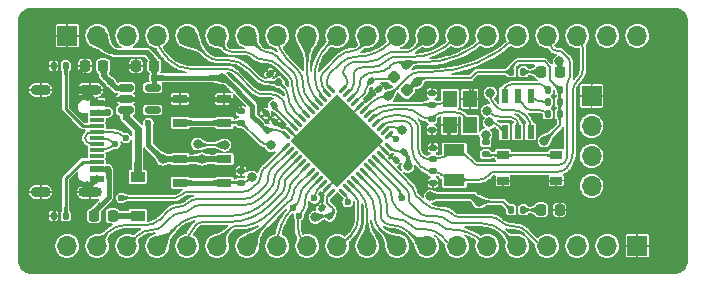
<source format=gtl>
%TF.GenerationSoftware,KiCad,Pcbnew,(6.0.4)*%
%TF.CreationDate,2022-03-28T20:40:58+08:00*%
%TF.ProjectId,PCB_F401CCU6_Dev,5043425f-4634-4303-9143-4355365f4465,v0.9*%
%TF.SameCoordinates,Original*%
%TF.FileFunction,Copper,L1,Top*%
%TF.FilePolarity,Positive*%
%FSLAX46Y46*%
G04 Gerber Fmt 4.6, Leading zero omitted, Abs format (unit mm)*
G04 Created by KiCad (PCBNEW (6.0.4)) date 2022-03-28 20:40:58*
%MOMM*%
%LPD*%
G01*
G04 APERTURE LIST*
G04 Aperture macros list*
%AMRoundRect*
0 Rectangle with rounded corners*
0 $1 Rounding radius*
0 $2 $3 $4 $5 $6 $7 $8 $9 X,Y pos of 4 corners*
0 Add a 4 corners polygon primitive as box body*
4,1,4,$2,$3,$4,$5,$6,$7,$8,$9,$2,$3,0*
0 Add four circle primitives for the rounded corners*
1,1,$1+$1,$2,$3*
1,1,$1+$1,$4,$5*
1,1,$1+$1,$6,$7*
1,1,$1+$1,$8,$9*
0 Add four rect primitives between the rounded corners*
20,1,$1+$1,$2,$3,$4,$5,0*
20,1,$1+$1,$4,$5,$6,$7,0*
20,1,$1+$1,$6,$7,$8,$9,0*
20,1,$1+$1,$8,$9,$2,$3,0*%
%AMRotRect*
0 Rectangle, with rotation*
0 The origin of the aperture is its center*
0 $1 length*
0 $2 width*
0 $3 Rotation angle, in degrees counterclockwise*
0 Add horizontal line*
21,1,$1,$2,0,0,$3*%
G04 Aperture macros list end*
%TA.AperFunction,SMDPad,CuDef*%
%ADD10RoundRect,0.135000X0.135000X0.185000X-0.135000X0.185000X-0.135000X-0.185000X0.135000X-0.185000X0*%
%TD*%
%TA.AperFunction,SMDPad,CuDef*%
%ADD11RoundRect,0.140000X-0.021213X0.219203X-0.219203X0.021213X0.021213X-0.219203X0.219203X-0.021213X0*%
%TD*%
%TA.AperFunction,SMDPad,CuDef*%
%ADD12RoundRect,0.225000X0.225000X0.250000X-0.225000X0.250000X-0.225000X-0.250000X0.225000X-0.250000X0*%
%TD*%
%TA.AperFunction,SMDPad,CuDef*%
%ADD13RoundRect,0.218750X0.218750X0.256250X-0.218750X0.256250X-0.218750X-0.256250X0.218750X-0.256250X0*%
%TD*%
%TA.AperFunction,SMDPad,CuDef*%
%ADD14RoundRect,0.140000X-0.170000X0.140000X-0.170000X-0.140000X0.170000X-0.140000X0.170000X0.140000X0*%
%TD*%
%TA.AperFunction,SMDPad,CuDef*%
%ADD15RoundRect,0.135000X-0.135000X-0.185000X0.135000X-0.185000X0.135000X0.185000X-0.135000X0.185000X0*%
%TD*%
%TA.AperFunction,SMDPad,CuDef*%
%ADD16R,1.200000X0.900000*%
%TD*%
%TA.AperFunction,ComponentPad*%
%ADD17R,1.700000X1.700000*%
%TD*%
%TA.AperFunction,ComponentPad*%
%ADD18O,1.700000X1.700000*%
%TD*%
%TA.AperFunction,SMDPad,CuDef*%
%ADD19R,1.160000X0.600000*%
%TD*%
%TA.AperFunction,SMDPad,CuDef*%
%ADD20R,1.160000X0.300000*%
%TD*%
%TA.AperFunction,ComponentPad*%
%ADD21O,2.000000X0.900000*%
%TD*%
%TA.AperFunction,ComponentPad*%
%ADD22O,1.700000X0.900000*%
%TD*%
%TA.AperFunction,SMDPad,CuDef*%
%ADD23RoundRect,0.140000X0.021213X-0.219203X0.219203X-0.021213X-0.021213X0.219203X-0.219203X0.021213X0*%
%TD*%
%TA.AperFunction,SMDPad,CuDef*%
%ADD24RoundRect,0.140000X0.219203X0.021213X0.021213X0.219203X-0.219203X-0.021213X-0.021213X-0.219203X0*%
%TD*%
%TA.AperFunction,SMDPad,CuDef*%
%ADD25RoundRect,0.218750X0.335876X0.026517X0.026517X0.335876X-0.335876X-0.026517X-0.026517X-0.335876X0*%
%TD*%
%TA.AperFunction,SMDPad,CuDef*%
%ADD26RoundRect,0.062500X0.220971X0.309359X-0.309359X-0.220971X-0.220971X-0.309359X0.309359X0.220971X0*%
%TD*%
%TA.AperFunction,SMDPad,CuDef*%
%ADD27RoundRect,0.062500X-0.220971X0.309359X-0.309359X0.220971X0.220971X-0.309359X0.309359X-0.220971X0*%
%TD*%
%TA.AperFunction,SMDPad,CuDef*%
%ADD28RotRect,5.600000X5.600000X225.000000*%
%TD*%
%TA.AperFunction,SMDPad,CuDef*%
%ADD29R,0.600000X1.200000*%
%TD*%
%TA.AperFunction,SMDPad,CuDef*%
%ADD30RoundRect,0.135000X-0.185000X0.135000X-0.185000X-0.135000X0.185000X-0.135000X0.185000X0.135000X0*%
%TD*%
%TA.AperFunction,SMDPad,CuDef*%
%ADD31RoundRect,0.140000X0.170000X-0.140000X0.170000X0.140000X-0.170000X0.140000X-0.170000X-0.140000X0*%
%TD*%
%TA.AperFunction,SMDPad,CuDef*%
%ADD32R,1.250000X0.700000*%
%TD*%
%TA.AperFunction,SMDPad,CuDef*%
%ADD33RoundRect,0.218750X-0.218750X-0.256250X0.218750X-0.256250X0.218750X0.256250X-0.218750X0.256250X0*%
%TD*%
%TA.AperFunction,SMDPad,CuDef*%
%ADD34RoundRect,0.135000X0.226274X0.035355X0.035355X0.226274X-0.226274X-0.035355X-0.035355X-0.226274X0*%
%TD*%
%TA.AperFunction,SMDPad,CuDef*%
%ADD35R,1.800000X1.000000*%
%TD*%
%TA.AperFunction,SMDPad,CuDef*%
%ADD36R,1.200000X1.400000*%
%TD*%
%TA.AperFunction,SMDPad,CuDef*%
%ADD37RoundRect,0.150000X-0.512500X-0.150000X0.512500X-0.150000X0.512500X0.150000X-0.512500X0.150000X0*%
%TD*%
%TA.AperFunction,SMDPad,CuDef*%
%ADD38R,1.000000X0.700000*%
%TD*%
%TA.AperFunction,SMDPad,CuDef*%
%ADD39RoundRect,0.135000X0.185000X-0.135000X0.185000X0.135000X-0.185000X0.135000X-0.185000X-0.135000X0*%
%TD*%
%TA.AperFunction,ViaPad*%
%ADD40C,0.600000*%
%TD*%
%TA.AperFunction,ViaPad*%
%ADD41C,0.800000*%
%TD*%
%TA.AperFunction,Conductor*%
%ADD42C,0.609600*%
%TD*%
%TA.AperFunction,Conductor*%
%ADD43C,0.457200*%
%TD*%
%TA.AperFunction,Conductor*%
%ADD44C,0.254000*%
%TD*%
%TA.AperFunction,Conductor*%
%ADD45C,0.203200*%
%TD*%
%TA.AperFunction,Conductor*%
%ADD46C,0.200000*%
%TD*%
G04 APERTURE END LIST*
D10*
%TO.P,R8,1*%
%TO.N,+3V3*%
X114098800Y-52578000D03*
%TO.P,R8,2*%
%TO.N,Net-(D5-Pad4)*%
X113078800Y-52578000D03*
%TD*%
D11*
%TO.P,C10,1*%
%TO.N,+3V3*%
X100923411Y-56810589D03*
%TO.P,C10,2*%
%TO.N,GND*%
X100244589Y-57489411D03*
%TD*%
D12*
%TO.P,C2,1*%
%TO.N,+3V3*%
X79769000Y-49530000D03*
%TO.P,C2,2*%
%TO.N,GND*%
X78219000Y-49530000D03*
%TD*%
D13*
%TO.P,D4,1,K*%
%TO.N,/PC13*%
X114071500Y-50038000D03*
%TO.P,D4,2,A*%
%TO.N,Net-(D4-Pad2)*%
X112496500Y-50038000D03*
%TD*%
D14*
%TO.P,C7,1*%
%TO.N,/PC14*%
X103378000Y-58468000D03*
%TO.P,C7,2*%
%TO.N,GND*%
X103378000Y-59428000D03*
%TD*%
D15*
%TO.P,R6,1*%
%TO.N,+3V3*%
X109980000Y-61722000D03*
%TO.P,R6,2*%
%TO.N,Net-(D3-Pad2)*%
X111000000Y-61722000D03*
%TD*%
D16*
%TO.P,D1,1,K*%
%TO.N,+5V*%
X78359000Y-58929000D03*
%TO.P,D1,2,A*%
%TO.N,Net-(D1-Pad2)*%
X78359000Y-62229000D03*
%TD*%
D10*
%TO.P,R10,1*%
%TO.N,+3V3*%
X114096800Y-51562000D03*
%TO.P,R10,2*%
%TO.N,Net-(D5-Pad6)*%
X113076800Y-51562000D03*
%TD*%
D14*
%TO.P,C5,1*%
%TO.N,Net-(C5-Pad1)*%
X103251000Y-54003000D03*
%TO.P,C5,2*%
%TO.N,GND*%
X103251000Y-54963000D03*
%TD*%
D17*
%TO.P,J4,1,Pin_1*%
%TO.N,GND*%
X116783000Y-52080000D03*
D18*
%TO.P,J4,2,Pin_2*%
%TO.N,/SWCLK*%
X116783000Y-54620000D03*
%TO.P,J4,3,Pin_3*%
%TO.N,/SWDIO*%
X116783000Y-57160000D03*
%TO.P,J4,4,Pin_4*%
%TO.N,+3V3*%
X116783000Y-59700000D03*
%TD*%
D19*
%TO.P,J1,A1,GND*%
%TO.N,GND*%
X74900000Y-52680000D03*
%TO.P,J1,A4,VBUS*%
%TO.N,Net-(F1-Pad1)*%
X74900000Y-53480000D03*
D20*
%TO.P,J1,A5,CC1*%
%TO.N,Net-(J1-PadA5)*%
X74900000Y-54630000D03*
%TO.P,J1,A6,D+*%
%TO.N,/PA12*%
X74900000Y-55630000D03*
%TO.P,J1,A7,D-*%
%TO.N,/PA11*%
X74900000Y-56130000D03*
%TO.P,J1,A8,SBU1*%
%TO.N,unconnected-(J1-PadA8)*%
X74900000Y-57130000D03*
D19*
%TO.P,J1,A9,VBUS*%
%TO.N,Net-(F1-Pad1)*%
X74900000Y-58280000D03*
%TO.P,J1,A12,GND*%
%TO.N,GND*%
X74900000Y-59080000D03*
%TO.P,J1,B1,GND*%
X74900000Y-59080000D03*
%TO.P,J1,B4,VBUS*%
%TO.N,Net-(F1-Pad1)*%
X74900000Y-58280000D03*
D20*
%TO.P,J1,B5,CC2*%
%TO.N,Net-(J1-PadB5)*%
X74900000Y-57630000D03*
%TO.P,J1,B6,D+*%
%TO.N,/PA12*%
X74900000Y-56630000D03*
%TO.P,J1,B7,D-*%
%TO.N,/PA11*%
X74900000Y-55130000D03*
%TO.P,J1,B8,SBU2*%
%TO.N,unconnected-(J1-PadB8)*%
X74900000Y-54130000D03*
D19*
%TO.P,J1,B9,VBUS*%
%TO.N,Net-(F1-Pad1)*%
X74900000Y-53480000D03*
%TO.P,J1,B12,GND*%
%TO.N,GND*%
X74900000Y-52680000D03*
D21*
%TO.P,J1,S1,SHIELD*%
X74320000Y-60200000D03*
D22*
X70150000Y-60200000D03*
D21*
X74320000Y-51560000D03*
D22*
X70150000Y-51560000D03*
%TD*%
D15*
%TO.P,R7,1*%
%TO.N,+3V3*%
X109980000Y-50038000D03*
%TO.P,R7,2*%
%TO.N,Net-(D4-Pad2)*%
X111000000Y-50038000D03*
%TD*%
D23*
%TO.P,C11,1*%
%TO.N,+3V3*%
X89322589Y-54949411D03*
%TO.P,C11,2*%
%TO.N,GND*%
X90001411Y-54270589D03*
%TD*%
D24*
%TO.P,C9,1*%
%TO.N,+3V3*%
X94624211Y-62239211D03*
%TO.P,C9,2*%
%TO.N,GND*%
X93945389Y-61560389D03*
%TD*%
D25*
%TO.P,FB1,1*%
%TO.N,+3V3*%
X101140847Y-51610847D03*
%TO.P,FB1,2*%
%TO.N,Net-(C4-Pad2)*%
X100027153Y-50497153D03*
%TD*%
D26*
%TO.P,U2,1,VBAT*%
%TO.N,Net-(D2-Pad3)*%
X99625223Y-55393864D03*
%TO.P,U2,2,PC13*%
%TO.N,/PC13*%
X99271670Y-55040311D03*
%TO.P,U2,3,PC14*%
%TO.N,/PC14*%
X98918116Y-54686757D03*
%TO.P,U2,4,PC15*%
%TO.N,/PC15*%
X98564563Y-54333204D03*
%TO.P,U2,5,PH0*%
%TO.N,Net-(C5-Pad1)*%
X98211010Y-53979651D03*
%TO.P,U2,6,PH1*%
%TO.N,Net-(C6-Pad1)*%
X97857456Y-53626097D03*
%TO.P,U2,7,NRST*%
%TO.N,/NRST*%
X97503903Y-53272544D03*
%TO.P,U2,8,VSSA*%
%TO.N,GND*%
X97150349Y-52918990D03*
%TO.P,U2,9,VREF+*%
%TO.N,Net-(C4-Pad2)*%
X96796796Y-52565437D03*
%TO.P,U2,10,PA0*%
%TO.N,/PA0*%
X96443243Y-52211884D03*
%TO.P,U2,11,PA1*%
%TO.N,/LED_R*%
X96089689Y-51858330D03*
%TO.P,U2,12,PA2*%
%TO.N,/LED_G*%
X95736136Y-51504777D03*
D27*
%TO.P,U2,13,PA3*%
%TO.N,/LED_B*%
X94763864Y-51504777D03*
%TO.P,U2,14,PA4*%
%TO.N,/CS*%
X94410311Y-51858330D03*
%TO.P,U2,15,PA5*%
%TO.N,/CLK*%
X94056757Y-52211884D03*
%TO.P,U2,16,PA6*%
%TO.N,/MISO*%
X93703204Y-52565437D03*
%TO.P,U2,17,PA7*%
%TO.N,/MOSI*%
X93349651Y-52918990D03*
%TO.P,U2,18,PB0*%
%TO.N,/PB0*%
X92996097Y-53272544D03*
%TO.P,U2,19,PB1*%
%TO.N,/PB1*%
X92642544Y-53626097D03*
%TO.P,U2,20,PB2*%
%TO.N,/PB2*%
X92288990Y-53979651D03*
%TO.P,U2,21,PB10*%
%TO.N,/PB10*%
X91935437Y-54333204D03*
%TO.P,U2,22,VCAP1*%
%TO.N,Net-(C3-Pad2)*%
X91581884Y-54686757D03*
%TO.P,U2,23,VSS*%
%TO.N,GND*%
X91228330Y-55040311D03*
%TO.P,U2,24,VDD*%
%TO.N,+3V3*%
X90874777Y-55393864D03*
D26*
%TO.P,U2,25,PB12*%
%TO.N,/PB12*%
X90874777Y-56366136D03*
%TO.P,U2,26,PB13*%
%TO.N,/PB13*%
X91228330Y-56719689D03*
%TO.P,U2,27,PB14*%
%TO.N,/PB14*%
X91581884Y-57073243D03*
%TO.P,U2,28,PB15*%
%TO.N,/PB15*%
X91935437Y-57426796D03*
%TO.P,U2,29,PA8*%
%TO.N,/PA8*%
X92288990Y-57780349D03*
%TO.P,U2,30,PA9*%
%TO.N,/PA9*%
X92642544Y-58133903D03*
%TO.P,U2,31,PA10*%
%TO.N,/PA10*%
X92996097Y-58487456D03*
%TO.P,U2,32,PA11*%
%TO.N,/PA11*%
X93349651Y-58841010D03*
%TO.P,U2,33,PA12*%
%TO.N,/PA12*%
X93703204Y-59194563D03*
%TO.P,U2,34,PA13*%
%TO.N,/SWDIO*%
X94056757Y-59548116D03*
%TO.P,U2,35,VSS*%
%TO.N,GND*%
X94410311Y-59901670D03*
%TO.P,U2,36,VDD*%
%TO.N,+3V3*%
X94763864Y-60255223D03*
D27*
%TO.P,U2,37,PA14*%
%TO.N,/SWCLK*%
X95736136Y-60255223D03*
%TO.P,U2,38,PA15*%
%TO.N,/PA15*%
X96089689Y-59901670D03*
%TO.P,U2,39,PB3*%
%TO.N,/PB3*%
X96443243Y-59548116D03*
%TO.P,U2,40,PB4*%
%TO.N,/PB4*%
X96796796Y-59194563D03*
%TO.P,U2,41,PB5*%
%TO.N,/PB5*%
X97150349Y-58841010D03*
%TO.P,U2,42,PB6*%
%TO.N,/PB6*%
X97503903Y-58487456D03*
%TO.P,U2,43,PB7*%
%TO.N,/PB7*%
X97857456Y-58133903D03*
%TO.P,U2,44,BOOT0*%
%TO.N,/BOOT0*%
X98211010Y-57780349D03*
%TO.P,U2,45,PB8*%
%TO.N,/PB8*%
X98564563Y-57426796D03*
%TO.P,U2,46,PB9*%
%TO.N,/PB9*%
X98918116Y-57073243D03*
%TO.P,U2,47,VSS*%
%TO.N,GND*%
X99271670Y-56719689D03*
%TO.P,U2,48,VDD*%
%TO.N,+3V3*%
X99625223Y-56366136D03*
D28*
%TO.P,U2,49,VSS*%
%TO.N,GND*%
X95250000Y-55880000D03*
%TD*%
D29*
%TO.P,D5,1,KB*%
%TO.N,/LED_B*%
X109426000Y-55094000D03*
%TO.P,D5,2,KG*%
%TO.N,/LED_G*%
X110526000Y-55094000D03*
%TO.P,D5,3,KR*%
%TO.N,/LED_R*%
X111626000Y-55094000D03*
%TO.P,D5,4,AR*%
%TO.N,Net-(D5-Pad4)*%
X111626000Y-52094000D03*
%TO.P,D5,5,AG*%
%TO.N,Net-(D5-Pad5)*%
X110526000Y-52094000D03*
%TO.P,D5,6,AB*%
%TO.N,Net-(D5-Pad6)*%
X109426000Y-52094000D03*
%TD*%
D30*
%TO.P,R4,1*%
%TO.N,/PA0*%
X107823000Y-56005000D03*
%TO.P,R4,2*%
%TO.N,Net-(R4-Pad2)*%
X107823000Y-57025000D03*
%TD*%
D31*
%TO.P,C12,1*%
%TO.N,/NRST*%
X87122000Y-54328000D03*
%TO.P,C12,2*%
%TO.N,GND*%
X87122000Y-53368000D03*
%TD*%
%TO.P,C8,1*%
%TO.N,/PC15*%
X103378000Y-57424000D03*
%TO.P,C8,2*%
%TO.N,GND*%
X103378000Y-56464000D03*
%TD*%
D32*
%TO.P,SW1,1,1*%
%TO.N,/NRST*%
X81945000Y-54340000D03*
X85695000Y-54340000D03*
%TO.P,SW1,2,2*%
%TO.N,GND*%
X81945000Y-52340000D03*
X85695000Y-52340000D03*
%TD*%
D33*
%TO.P,F1,1*%
%TO.N,Net-(F1-Pad1)*%
X74650500Y-62230000D03*
%TO.P,F1,2*%
%TO.N,Net-(D1-Pad2)*%
X76225500Y-62230000D03*
%TD*%
D34*
%TO.P,R3,1*%
%TO.N,/PB2*%
X90276624Y-50906624D03*
%TO.P,R3,2*%
%TO.N,GND*%
X89555376Y-50185376D03*
%TD*%
D23*
%TO.P,C3,1*%
%TO.N,GND*%
X89195589Y-53552411D03*
%TO.P,C3,2*%
%TO.N,Net-(C3-Pad2)*%
X89874411Y-52873589D03*
%TD*%
D24*
%TO.P,C4,1*%
%TO.N,GND*%
X98764411Y-51520411D03*
%TO.P,C4,2*%
%TO.N,Net-(C4-Pad2)*%
X98085589Y-50841589D03*
%TD*%
D15*
%TO.P,R1,1*%
%TO.N,GND*%
X71245000Y-62230000D03*
%TO.P,R1,2*%
%TO.N,Net-(J1-PadB5)*%
X72265000Y-62230000D03*
%TD*%
D35*
%TO.P,Y2,1,1*%
%TO.N,/PC14*%
X105156000Y-59182000D03*
%TO.P,Y2,2,2*%
%TO.N,/PC15*%
X105156000Y-56682000D03*
%TD*%
D10*
%TO.P,R9,1*%
%TO.N,+3V3*%
X114096800Y-53594000D03*
%TO.P,R9,2*%
%TO.N,Net-(D5-Pad5)*%
X113076800Y-53594000D03*
%TD*%
D13*
%TO.P,D3,1,K*%
%TO.N,GND*%
X114071500Y-61722000D03*
%TO.P,D3,2,A*%
%TO.N,Net-(D3-Pad2)*%
X112496500Y-61722000D03*
%TD*%
D31*
%TO.P,C6,1*%
%TO.N,Net-(C6-Pad1)*%
X103251000Y-52804000D03*
%TO.P,C6,2*%
%TO.N,GND*%
X103251000Y-51844000D03*
%TD*%
D36*
%TO.P,Y1,1,1*%
%TO.N,Net-(C5-Pad1)*%
X106475000Y-54524000D03*
%TO.P,Y1,2,2*%
%TO.N,GND*%
X106475000Y-52324000D03*
%TO.P,Y1,3,3*%
%TO.N,Net-(C6-Pad1)*%
X104775000Y-52324000D03*
%TO.P,Y1,4,4*%
%TO.N,GND*%
X104775000Y-54524000D03*
%TD*%
D12*
%TO.P,C1,1*%
%TO.N,+5V*%
X75438000Y-49530000D03*
%TO.P,C1,2*%
%TO.N,GND*%
X73888000Y-49530000D03*
%TD*%
D32*
%TO.P,SW2,1,1*%
%TO.N,+3V3*%
X81945000Y-57420000D03*
X85695000Y-57420000D03*
%TO.P,SW2,2,2*%
%TO.N,/BOOT0*%
X81945000Y-59420000D03*
X85695000Y-59420000D03*
%TD*%
D37*
%TO.P,U1,1,IN*%
%TO.N,+5V*%
X77348500Y-51374000D03*
%TO.P,U1,2,GND*%
%TO.N,GND*%
X77348500Y-52324000D03*
%TO.P,U1,3,EN*%
%TO.N,+5V*%
X77348500Y-53274000D03*
%TO.P,U1,4,BP*%
%TO.N,unconnected-(U1-Pad4)*%
X79623500Y-53274000D03*
%TO.P,U1,5,OUT*%
%TO.N,+3V3*%
X79623500Y-51374000D03*
%TD*%
D15*
%TO.P,R2,1*%
%TO.N,GND*%
X71245000Y-49530000D03*
%TO.P,R2,2*%
%TO.N,Net-(J1-PadA5)*%
X72265000Y-49530000D03*
%TD*%
D38*
%TO.P,SW3,1,1*%
%TO.N,Net-(R4-Pad2)*%
X113791992Y-57091000D03*
X109291992Y-57091000D03*
%TO.P,SW3,2,2*%
%TO.N,GND*%
X109291992Y-59241000D03*
X113791992Y-59241000D03*
%TD*%
D39*
%TO.P,R5,1*%
%TO.N,/BOOT0*%
X87122000Y-59438000D03*
%TO.P,R5,2*%
%TO.N,GND*%
X87122000Y-58418000D03*
%TD*%
D17*
%TO.P,J2,1,Pin_1*%
%TO.N,GND*%
X72395000Y-46990000D03*
D18*
%TO.P,J2,2,Pin_2*%
%TO.N,+3V3*%
X74935000Y-46990000D03*
%TO.P,J2,3,Pin_3*%
%TO.N,+5V*%
X77475000Y-46990000D03*
%TO.P,J2,4,Pin_4*%
%TO.N,/PB10*%
X80015000Y-46990000D03*
%TO.P,J2,5,Pin_5*%
%TO.N,/PB2*%
X82555000Y-46990000D03*
%TO.P,J2,6,Pin_6*%
%TO.N,/PB1*%
X85095000Y-46990000D03*
%TO.P,J2,7,Pin_7*%
%TO.N,/PB0*%
X87635000Y-46990000D03*
%TO.P,J2,8,Pin_8*%
%TO.N,/MOSI*%
X90175000Y-46990000D03*
%TO.P,J2,9,Pin_9*%
%TO.N,/MISO*%
X92715000Y-46990000D03*
%TO.P,J2,10,Pin_10*%
%TO.N,/CLK*%
X95255000Y-46990000D03*
%TO.P,J2,11,Pin_11*%
%TO.N,/CS*%
X97795000Y-46990000D03*
%TO.P,J2,12,Pin_12*%
%TO.N,/LED_B*%
X100335000Y-46990000D03*
%TO.P,J2,13,Pin_13*%
%TO.N,/LED_G*%
X102875000Y-46990000D03*
%TO.P,J2,14,Pin_14*%
%TO.N,/LED_R*%
X105415000Y-46990000D03*
%TO.P,J2,15,Pin_15*%
%TO.N,/PA0*%
X107955000Y-46990000D03*
%TO.P,J2,16,Pin_16*%
%TO.N,/NRST*%
X110495000Y-46990000D03*
%TO.P,J2,17,Pin_17*%
%TO.N,/PC15*%
X113035000Y-46990000D03*
%TO.P,J2,18,Pin_18*%
%TO.N,/PC14*%
X115575000Y-46990000D03*
%TO.P,J2,19,Pin_19*%
%TO.N,/PC13*%
X118115000Y-46990000D03*
%TO.P,J2,20,Pin_20*%
%TO.N,+BATT*%
X120655000Y-46990000D03*
%TD*%
D17*
%TO.P,J3,1,Pin_1*%
%TO.N,GND*%
X120650000Y-64770000D03*
D18*
%TO.P,J3,2,Pin_2*%
%TO.N,+3V3*%
X118110000Y-64770000D03*
%TO.P,J3,3,Pin_3*%
%TO.N,+5V*%
X115570000Y-64770000D03*
%TO.P,J3,4,Pin_4*%
%TO.N,/PB9*%
X113030000Y-64770000D03*
%TO.P,J3,5,Pin_5*%
%TO.N,/PB8*%
X110490000Y-64770000D03*
%TO.P,J3,6,Pin_6*%
%TO.N,/PB7*%
X107950000Y-64770000D03*
%TO.P,J3,7,Pin_7*%
%TO.N,/PB6*%
X105410000Y-64770000D03*
%TO.P,J3,8,Pin_8*%
%TO.N,/PB5*%
X102870000Y-64770000D03*
%TO.P,J3,9,Pin_9*%
%TO.N,/PB4*%
X100330000Y-64770000D03*
%TO.P,J3,10,Pin_10*%
%TO.N,/PB3*%
X97790000Y-64770000D03*
%TO.P,J3,11,Pin_11*%
%TO.N,/PA15*%
X95250000Y-64770000D03*
%TO.P,J3,12,Pin_12*%
%TO.N,/PA12*%
X92710000Y-64770000D03*
%TO.P,J3,13,Pin_13*%
%TO.N,/PA11*%
X90170000Y-64770000D03*
%TO.P,J3,14,Pin_14*%
%TO.N,/PA10*%
X87630000Y-64770000D03*
%TO.P,J3,15,Pin_15*%
%TO.N,/PA9*%
X85090000Y-64770000D03*
%TO.P,J3,16,Pin_16*%
%TO.N,/PA8*%
X82550000Y-64770000D03*
%TO.P,J3,17,Pin_17*%
%TO.N,/PB15*%
X80010000Y-64770000D03*
%TO.P,J3,18,Pin_18*%
%TO.N,/PB14*%
X77470000Y-64770000D03*
%TO.P,J3,19,Pin_19*%
%TO.N,/PB13*%
X74930000Y-64770000D03*
%TO.P,J3,20,Pin_20*%
%TO.N,/PB12*%
X72390000Y-64770000D03*
%TD*%
D40*
%TO.N,+5V*%
X77343000Y-53848000D03*
X76073000Y-50927000D03*
X78359000Y-58039000D03*
D41*
%TO.N,GND*%
X76835000Y-59563000D03*
D40*
X71247000Y-61214000D03*
X72644000Y-55880000D03*
X93726000Y-55118000D03*
X95250000Y-53594000D03*
X94488000Y-57404000D03*
D41*
X122936000Y-48768000D03*
D40*
X92964000Y-55880000D03*
D41*
X70612000Y-56896000D03*
X88392000Y-57404000D03*
X122936000Y-62992000D03*
D40*
X97536000Y-55880000D03*
D41*
X88849200Y-49707800D03*
D40*
X76962000Y-49530000D03*
X96012000Y-57404000D03*
X95250000Y-58166000D03*
D41*
X102598812Y-59027226D03*
D40*
X96774000Y-56642000D03*
X95250000Y-56642000D03*
D41*
X70612000Y-54864000D03*
X86487000Y-52832000D03*
X70612000Y-55880000D03*
X107315000Y-50927000D03*
D40*
X93726000Y-56642000D03*
D41*
X103251000Y-55753000D03*
X69596000Y-54864000D03*
X82169000Y-48768000D03*
X106172000Y-61595000D03*
X95250000Y-60833000D03*
X81661000Y-55880000D03*
X102235000Y-52106468D03*
D40*
X96774000Y-55118000D03*
D41*
X113792000Y-56134000D03*
X69596000Y-56896000D03*
X122936000Y-55880000D03*
X109067600Y-60274200D03*
D40*
X95250000Y-55118000D03*
X94488000Y-54356000D03*
X94488000Y-55880000D03*
D41*
X88902003Y-52639548D03*
D40*
X71247000Y-50546000D03*
X73152000Y-52197000D03*
X96012000Y-55880000D03*
X96012000Y-54356000D03*
X73152000Y-59563000D03*
D41*
X69596000Y-55880000D03*
X113792000Y-60452000D03*
%TO.N,+3V3*%
X101219000Y-58039000D03*
D40*
X79248000Y-54356000D03*
D41*
X83804000Y-57420000D03*
X80470500Y-57420000D03*
X103124000Y-60579000D03*
X85471000Y-50546000D03*
D40*
X79756000Y-50546000D03*
D41*
X93406100Y-62341700D03*
X101981000Y-50927000D03*
X107220754Y-61032060D03*
X112776000Y-55880000D03*
%TO.N,/NRST*%
X99568000Y-52070000D03*
X89662000Y-56261000D03*
D40*
%TO.N,Net-(D2-Pad3)*%
X100203000Y-55753000D03*
D41*
%TO.N,/PC13*%
X114046000Y-49149000D03*
X100711000Y-54991000D03*
%TO.N,/LED_B*%
X108140943Y-54321670D03*
%TO.N,/LED_G*%
X107950000Y-53340000D03*
%TO.N,/LED_R*%
X108204000Y-51816000D03*
D40*
%TO.N,Net-(F1-Pad1)*%
X75819000Y-58293000D03*
X75819000Y-53467000D03*
%TO.N,/PA12*%
X91998800Y-62204600D03*
X76454000Y-56134000D03*
%TO.N,/PA11*%
X91465400Y-61569600D03*
X77343000Y-55626000D03*
D41*
%TO.N,/CLK*%
X83439000Y-56134000D03*
X85716734Y-56225023D03*
%TO.N,/PA0*%
X101092000Y-49467500D03*
X107823000Y-55372000D03*
D40*
%TO.N,/PB12*%
X76962000Y-60706000D03*
%TO.N,/SWCLK*%
X96139000Y-61036200D03*
%TO.N,/SWDIO*%
X93316660Y-60736106D03*
%TO.N,/BOOT0*%
X100711000Y-60706000D03*
D41*
X88011000Y-58928000D03*
%TD*%
D42*
%TO.N,+5V*%
X77343000Y-53279500D02*
X77348500Y-53274000D01*
X77343000Y-53848000D02*
X78359000Y-54864000D01*
D43*
X76520000Y-51374000D02*
X76073000Y-50927000D01*
X77348500Y-51374000D02*
X76520000Y-51374000D01*
X75438000Y-50292000D02*
X75438000Y-49530000D01*
D42*
X78359000Y-54864000D02*
X78359000Y-58929000D01*
D43*
X76073000Y-50927000D02*
X75438000Y-50292000D01*
D42*
X77343000Y-53848000D02*
X77343000Y-53279500D01*
D44*
%TO.N,GND*%
X71247000Y-62228000D02*
X71245000Y-62230000D01*
D45*
X93945389Y-60366592D02*
X93945389Y-61560389D01*
X98548928Y-51520411D02*
X97150349Y-52918990D01*
D43*
X74417000Y-59563000D02*
X74900000Y-59080000D01*
D45*
X98764411Y-51520411D02*
X98548928Y-51520411D01*
X104775000Y-54524000D02*
X104775000Y-54885790D01*
X114071500Y-61722000D02*
X114071500Y-60731500D01*
D43*
X73888000Y-49556000D02*
X73152000Y-50292000D01*
D45*
X113792000Y-60452000D02*
X113792000Y-59241000D01*
D43*
X75844000Y-52680000D02*
X74900000Y-52680000D01*
X76962000Y-49530000D02*
X78219000Y-49530000D01*
X86485324Y-52832000D02*
X86155936Y-52502612D01*
D45*
X103251000Y-51844000D02*
X102497468Y-51844000D01*
X102497468Y-51844000D02*
X102235000Y-52106468D01*
X95250000Y-54819339D02*
X95250000Y-55880000D01*
X90001411Y-54270589D02*
X89345207Y-53614385D01*
X102999586Y-59428000D02*
X102598812Y-59027226D01*
X103378000Y-59428000D02*
X102999586Y-59428000D01*
D43*
X73152000Y-59563000D02*
X74417000Y-59563000D01*
D45*
X94410311Y-59901670D02*
X93945389Y-60366592D01*
D43*
X74900000Y-52680000D02*
X74417000Y-52197000D01*
D45*
X87376000Y-58039000D02*
X87741592Y-57673408D01*
X100041392Y-57489411D02*
X100244589Y-57489411D01*
D44*
X71247000Y-50546000D02*
X71247000Y-49532000D01*
D45*
X90781895Y-54593876D02*
X91228330Y-55040311D01*
X87210388Y-58204611D02*
X87376000Y-58039000D01*
D43*
X77348500Y-52324000D02*
X76200000Y-52324000D01*
D45*
X95250000Y-59061981D02*
X94410311Y-59901670D01*
X113792000Y-59241000D02*
X109292000Y-59241000D01*
X103251000Y-54963000D02*
X103251000Y-56157395D01*
X106868858Y-51373141D02*
X107315000Y-50927000D01*
D43*
X77348500Y-52324000D02*
X81906373Y-52324000D01*
D45*
X92068019Y-55880000D02*
X91228330Y-55040311D01*
X103907790Y-55753000D02*
X103251000Y-55753000D01*
X97150349Y-52918990D02*
X95250000Y-54819339D01*
D43*
X81945000Y-52340000D02*
X85695000Y-52340000D01*
D46*
X89555376Y-50185376D02*
X89239445Y-49869445D01*
D45*
X98431981Y-55880000D02*
X99271670Y-56719689D01*
D44*
X71247000Y-49532000D02*
X71245000Y-49530000D01*
D45*
X95250000Y-55880000D02*
X92068019Y-55880000D01*
D43*
X86487000Y-52832000D02*
X86485324Y-52832000D01*
D45*
X95250000Y-55880000D02*
X98431981Y-55880000D01*
X95250000Y-55880000D02*
X95250000Y-59061981D01*
D43*
X73152000Y-50292000D02*
X73152000Y-52197000D01*
D45*
X99271670Y-56719689D02*
X100041392Y-57489411D01*
D43*
X73888000Y-49530000D02*
X73888000Y-49556000D01*
X76200000Y-52324000D02*
X75844000Y-52680000D01*
D44*
X71247000Y-61214000D02*
X71247000Y-62228000D01*
D45*
X88902003Y-52843632D02*
X88902003Y-52639548D01*
X114071500Y-60731500D02*
X113792000Y-60452000D01*
D43*
X86487000Y-52832000D02*
X86487000Y-52832191D01*
X86487000Y-52832191D02*
X86975163Y-53320354D01*
X74417000Y-52197000D02*
X73152000Y-52197000D01*
X85695000Y-52339999D02*
G75*
G02*
X86155936Y-52502612I-3500J-744501D01*
G01*
D45*
X89195589Y-53552419D02*
G75*
G02*
X89345206Y-53614386I11J-211581D01*
G01*
D43*
X81945008Y-52339992D02*
G75*
G03*
X81906373Y-52324000I-38608J-38608D01*
G01*
D45*
X88901990Y-52843632D02*
G75*
G03*
X89195589Y-53552411I1002410J32D01*
G01*
X106868862Y-51373145D02*
G75*
G03*
X106475000Y-52324000I950838J-950855D01*
G01*
X103907790Y-55752995D02*
G75*
G03*
X104520999Y-55498999I10J867195D01*
G01*
X87210384Y-58204607D02*
G75*
G03*
X87122000Y-58418000I213416J-213393D01*
G01*
D43*
X87122000Y-53367980D02*
G75*
G02*
X86975163Y-53320354I3700J261580D01*
G01*
D46*
X88849200Y-49707804D02*
G75*
G02*
X89239444Y-49869446I0J-551896D01*
G01*
D45*
X103377998Y-56464002D02*
G75*
G02*
X103251000Y-56157395I306602J306602D01*
G01*
X104521003Y-55499003D02*
G75*
G03*
X104775000Y-54885790I-613203J613203D01*
G01*
X88392000Y-57403996D02*
G75*
G03*
X87741592Y-57673408I0J-919804D01*
G01*
X90781898Y-54593873D02*
G75*
G03*
X90001411Y-54270589I-780498J-780527D01*
G01*
D46*
%TO.N,+3V3*%
X109980000Y-49659000D02*
X110490000Y-49149000D01*
D43*
X79121000Y-48387000D02*
X76332000Y-48387000D01*
D45*
X112776000Y-55880000D02*
X114096800Y-54559200D01*
X114096800Y-51562000D02*
X114096800Y-52573172D01*
D43*
X106767694Y-60579000D02*
X107220754Y-61032060D01*
X79248000Y-54356000D02*
X79248000Y-56197500D01*
D45*
X94760977Y-60255223D02*
X94411800Y-60604400D01*
X93508589Y-62239211D02*
X93406100Y-62341700D01*
X88774356Y-54483000D02*
X89209383Y-54918027D01*
X107061000Y-50038000D02*
X109980000Y-50038000D01*
X90143991Y-54949411D02*
X89322589Y-54949411D01*
D43*
X85725000Y-50546000D02*
X85471000Y-50546000D01*
X88073892Y-52894892D02*
X85725000Y-50546000D01*
D45*
X94640400Y-61366400D02*
X94869000Y-61595000D01*
D46*
X113284000Y-49617556D02*
X113284000Y-50749200D01*
X110490000Y-49149000D02*
X112815444Y-49149000D01*
D45*
X114098800Y-52578000D02*
X114098800Y-53589172D01*
X100904911Y-56829089D02*
X100742890Y-56829089D01*
X90792985Y-55359984D02*
X90551000Y-55118000D01*
D43*
X79782010Y-50546000D02*
X85471000Y-50546000D01*
D45*
X100923411Y-56810589D02*
X100904911Y-56829089D01*
X106553000Y-50546000D02*
X107061000Y-50038000D01*
D43*
X79769000Y-50533000D02*
X79769000Y-49530000D01*
X79756000Y-51241500D02*
X79623500Y-51374000D01*
D45*
X114096800Y-54559200D02*
X114096800Y-53594000D01*
X94869000Y-61994422D02*
X94624211Y-62239211D01*
D43*
X79769000Y-49530000D02*
X79769000Y-49035000D01*
X76332000Y-48387000D02*
X74935000Y-46990000D01*
X79769000Y-49035000D02*
X79121000Y-48387000D01*
D45*
X88773000Y-54483000D02*
X88774356Y-54483000D01*
X94411800Y-60604400D02*
X94411800Y-61137800D01*
D43*
X80470500Y-57420000D02*
X83804000Y-57420000D01*
D46*
X109980000Y-50038000D02*
X109980000Y-49659000D01*
D43*
X88073892Y-53783892D02*
X88073892Y-52894892D01*
D45*
X94411800Y-61137800D02*
X94640400Y-61366400D01*
X94869000Y-61595000D02*
X94869000Y-61994422D01*
D46*
X113284000Y-50749200D02*
X114096800Y-51562000D01*
D45*
X94763864Y-60255223D02*
X94760977Y-60255223D01*
X101219000Y-57106178D02*
X101219000Y-58039000D01*
X94624211Y-62239211D02*
X93508589Y-62239211D01*
D46*
X112815444Y-49149000D02*
X113284000Y-49617556D01*
D43*
X88773000Y-54483000D02*
X88073892Y-53783892D01*
D45*
X101140847Y-51610847D02*
X101714168Y-51037526D01*
X100923411Y-56810589D02*
X101219000Y-57106178D01*
D43*
X79248000Y-56197500D02*
X80470500Y-57420000D01*
D45*
X101981000Y-50927000D02*
X102362000Y-50546000D01*
D43*
X103124000Y-60579000D02*
X106767694Y-60579000D01*
D45*
X107220754Y-61032060D02*
X109290060Y-61032060D01*
D43*
X79756000Y-50546000D02*
X79756000Y-51241500D01*
X83804000Y-57420000D02*
X85695000Y-57420000D01*
D45*
X109290060Y-61032060D02*
X109980000Y-61722000D01*
X102362000Y-50546000D02*
X106553000Y-50546000D01*
X101981000Y-50927013D02*
G75*
G03*
X101714168Y-51037526I0J-377387D01*
G01*
X90143991Y-54949416D02*
G75*
G02*
X90550999Y-55118001I9J-575584D01*
G01*
X114098792Y-52578008D02*
G75*
G02*
X114096800Y-52573172I4808J4808D01*
G01*
X114096808Y-53594008D02*
G75*
G03*
X114098800Y-53589172I-4808J4808D01*
G01*
X99625234Y-56366125D02*
G75*
G03*
X100742890Y-56829089I1117666J1117625D01*
G01*
X89322589Y-54949410D02*
G75*
G02*
X89209383Y-54918026I6111J241910D01*
G01*
X90792998Y-55359971D02*
G75*
G03*
X90874777Y-55393864I81802J81771D01*
G01*
D46*
%TO.N,Net-(C3-Pad2)*%
X89949149Y-53054021D02*
X90776497Y-53881370D01*
X91581884Y-54686757D02*
X90776497Y-53881370D01*
X89949139Y-53054031D02*
G75*
G02*
X89874411Y-52873589I180461J180431D01*
G01*
D45*
%TO.N,Net-(C4-Pad2)*%
X97565962Y-51796272D02*
X96796796Y-52565437D01*
X98492598Y-50673000D02*
X99602621Y-50673000D01*
X98085589Y-50841589D02*
X97873592Y-51053586D01*
X98492598Y-50673000D02*
G75*
G03*
X98085589Y-50841589I2J-575600D01*
G01*
X97565959Y-51796269D02*
G75*
G03*
X97663000Y-51562000I-234259J234269D01*
G01*
X100027147Y-50497147D02*
G75*
G02*
X99602621Y-50673000I-424547J424547D01*
G01*
X97662999Y-51562000D02*
G75*
G02*
X97873593Y-51053587I719001J0D01*
G01*
%TO.N,Net-(C5-Pad1)*%
X106475000Y-54524000D02*
X106475000Y-54263111D01*
X103447588Y-53806411D02*
X103251000Y-54003000D01*
X106475000Y-54263111D02*
X105958825Y-53746936D01*
X105283000Y-53467000D02*
X104267000Y-53467000D01*
X101188185Y-53213000D02*
X100061869Y-53213000D01*
X103251000Y-54003000D02*
X103095413Y-54003000D01*
X105283000Y-53467012D02*
G75*
G02*
X105958825Y-53746936I0J-955788D01*
G01*
X102107996Y-53594004D02*
G75*
G03*
X103095413Y-54003000I987404J987404D01*
G01*
X103447593Y-53806416D02*
G75*
G02*
X104267000Y-53467000I819407J-819384D01*
G01*
X98211028Y-53979669D02*
G75*
G02*
X100061869Y-53213000I1850872J-1850831D01*
G01*
X101188185Y-53213007D02*
G75*
G02*
X102108000Y-53594000I15J-1300793D01*
G01*
%TO.N,Net-(C6-Pad1)*%
X103247432Y-52807568D02*
X99833559Y-52807568D01*
X103616178Y-52804000D02*
X103251000Y-52804000D01*
X103251000Y-52804000D02*
X103247432Y-52807568D01*
X97857476Y-53626117D02*
G75*
G02*
X99833559Y-52807568I1976124J-1976083D01*
G01*
X103616178Y-52803990D02*
G75*
G03*
X104775000Y-52324000I22J1638790D01*
G01*
%TO.N,/PC14*%
X108077000Y-58801000D02*
X108380240Y-58497760D01*
X108380240Y-58497760D02*
X113932666Y-58497760D01*
X105156000Y-59182000D02*
X107157185Y-59182000D01*
X115189000Y-55626000D02*
X115189000Y-51719815D01*
X116078000Y-49657000D02*
X116078000Y-48204349D01*
X114643803Y-58203198D02*
X114681000Y-58166000D01*
X115189000Y-56939580D02*
X115189000Y-55626000D01*
X102108000Y-57785000D02*
X102375929Y-58052928D01*
X103515673Y-58468000D02*
X103378000Y-58468000D01*
X100023239Y-54229000D02*
X101039395Y-54229000D01*
X115570000Y-50800000D02*
X115628987Y-50741013D01*
X101600000Y-54969210D02*
X101600000Y-56558580D01*
X104071987Y-58732987D02*
X104013000Y-58674000D01*
X114643812Y-58203207D02*
G75*
G02*
X113932666Y-58497760I-711112J711107D01*
G01*
X104071992Y-58732982D02*
G75*
G03*
X105156000Y-59182000I1084008J1083982D01*
G01*
X116078007Y-49657000D02*
G75*
G02*
X115628987Y-50741013I-1533007J0D01*
G01*
X115575014Y-46989986D02*
G75*
G02*
X116078000Y-48204349I-1214314J-1214314D01*
G01*
X100023239Y-54229034D02*
G75*
G03*
X98918116Y-54686757I-39J-1562866D01*
G01*
X115569995Y-50799995D02*
G75*
G03*
X115189000Y-51719815I919805J-919805D01*
G01*
X115188991Y-56939580D02*
G75*
G02*
X114681000Y-58166000I-1734391J-20D01*
G01*
X101599995Y-54969210D02*
G75*
G03*
X101345999Y-54356001I-867195J10D01*
G01*
X103378000Y-58468011D02*
G75*
G02*
X102375930Y-58052927I0J1417111D01*
G01*
X102107994Y-57785006D02*
G75*
G02*
X101600000Y-56558580I1226406J1226406D01*
G01*
X101346002Y-54355998D02*
G75*
G03*
X101039395Y-54229000I-306602J-306602D01*
G01*
X103515673Y-58468012D02*
G75*
G02*
X104013000Y-58674000I27J-703288D01*
G01*
X108077005Y-58801005D02*
G75*
G02*
X107157185Y-59182000I-919805J919805D01*
G01*
%TO.N,/PC15*%
X103378000Y-57424000D02*
X103023494Y-57424000D01*
X113538000Y-48133000D02*
X113487549Y-48082549D01*
X106091494Y-57069495D02*
X106807000Y-57785000D01*
X114046000Y-48260000D02*
X113844605Y-48260000D01*
X100627580Y-53721000D02*
X100042554Y-53721000D01*
X114681000Y-57351395D02*
X114681000Y-51106605D01*
X102108000Y-56536790D02*
X102108000Y-54842210D01*
X114427000Y-48514000D02*
X114262803Y-48349803D01*
X105156000Y-56682000D02*
X105146563Y-56691437D01*
X107113605Y-57912000D02*
X113940790Y-57912000D01*
X114935000Y-50493395D02*
X114935000Y-49149000D01*
X114845197Y-48932198D02*
X114427000Y-48514000D01*
X114807998Y-50799998D02*
G75*
G03*
X114681000Y-51106605I306602J-306602D01*
G01*
X113035001Y-46990000D02*
G75*
G03*
X113487549Y-48082549I1545099J0D01*
G01*
X106091497Y-57069492D02*
G75*
G03*
X105156000Y-56682000I-935497J-935508D01*
G01*
X114554003Y-57658003D02*
G75*
G02*
X113940790Y-57912000I-613203J613203D01*
G01*
X102362002Y-57149998D02*
G75*
G03*
X103023494Y-57424000I661498J661498D01*
G01*
X107113605Y-57911997D02*
G75*
G02*
X106807001Y-57784999I-5J433597D01*
G01*
X98564585Y-54333226D02*
G75*
G02*
X100042554Y-53721000I1478015J-1477974D01*
G01*
X103378000Y-57424007D02*
G75*
G03*
X105146563Y-56691437I0J2501107D01*
G01*
X114845196Y-48932199D02*
G75*
G02*
X114935000Y-49149000I-216796J-216801D01*
G01*
X114680997Y-57351395D02*
G75*
G02*
X114553999Y-57657999I-433597J-5D01*
G01*
X114046000Y-48259999D02*
G75*
G02*
X114262803Y-48349803I0J-306601D01*
G01*
X113537998Y-48133002D02*
G75*
G03*
X113844605Y-48260000I306602J306602D01*
G01*
X100627580Y-53721009D02*
G75*
G02*
X101854000Y-54229000I20J-1734391D01*
G01*
X101854003Y-54228997D02*
G75*
G02*
X102108000Y-54842210I-613203J-613203D01*
G01*
X114934997Y-50493395D02*
G75*
G02*
X114807999Y-50799999I-433597J-5D01*
G01*
X102108005Y-56536790D02*
G75*
G03*
X102362001Y-57149999I867195J-10D01*
G01*
%TO.N,/NRST*%
X102235000Y-50038000D02*
X103136478Y-50038000D01*
D43*
X81945000Y-54340000D02*
X85695000Y-54340000D01*
D45*
X87122000Y-54328000D02*
X88625786Y-55831786D01*
X99568000Y-52070000D02*
X99637127Y-52070000D01*
X98011625Y-52760667D02*
X98090144Y-52682148D01*
X99637127Y-52070000D02*
X101268994Y-50438133D01*
X97506841Y-53265451D02*
X98011625Y-52760667D01*
X85695000Y-54340000D02*
X87093030Y-54340000D01*
X110495007Y-46990007D02*
G75*
G02*
X103136478Y-50038000I-7358507J7358507D01*
G01*
X97506826Y-53265436D02*
G75*
G03*
X97503903Y-53272544I7074J-7064D01*
G01*
X87121991Y-54327991D02*
G75*
G02*
X87093030Y-54340000I-28991J28991D01*
G01*
X99568000Y-52069999D02*
G75*
G03*
X98090144Y-52682148I0J-2090001D01*
G01*
X89662000Y-56261008D02*
G75*
G02*
X88625786Y-55831786I0J1465408D01*
G01*
X102235000Y-50037989D02*
G75*
G03*
X101268994Y-50438133I0J-1366111D01*
G01*
D43*
%TO.N,Net-(D1-Pad2)*%
X78231000Y-62230000D02*
X78232000Y-62229000D01*
X76225500Y-62230000D02*
X78231000Y-62230000D01*
D45*
%TO.N,Net-(D2-Pad3)*%
X99998466Y-55548467D02*
X100203000Y-55753000D01*
X99998453Y-55548480D02*
G75*
G03*
X99625223Y-55393864I-373253J-373220D01*
G01*
%TO.N,Net-(D3-Pad2)*%
X111000000Y-61722000D02*
X112496500Y-61722000D01*
%TO.N,/PC13*%
X114071500Y-50038000D02*
X114071500Y-49210562D01*
X100097790Y-54737000D02*
X100076000Y-54737000D01*
X100059885Y-54720885D02*
X99606905Y-54720885D01*
X99568000Y-54737000D02*
X99276606Y-55028393D01*
X100076000Y-54737000D02*
X100059885Y-54720885D01*
X99567999Y-54736999D02*
G75*
G02*
X99606905Y-54720885I38901J-38901D01*
G01*
X100097790Y-54737005D02*
G75*
G02*
X100710999Y-54991001I10J-867195D01*
G01*
X99276606Y-55028393D02*
G75*
G03*
X99271670Y-55040311I11894J-11907D01*
G01*
X114045989Y-49149011D02*
G75*
G02*
X114071500Y-49210562I-61589J-61589D01*
G01*
%TO.N,Net-(D4-Pad2)*%
X111000000Y-50038000D02*
X112496500Y-50038000D01*
D46*
%TO.N,/LED_B*%
X94589600Y-50215800D02*
X95452142Y-49353258D01*
D45*
X94763864Y-51504777D02*
X94394880Y-51135793D01*
D46*
X94361000Y-51054000D02*
X94361000Y-50767689D01*
X99753368Y-47571631D02*
X100335000Y-46990000D01*
D45*
X109016222Y-54684223D02*
X109426000Y-55094000D01*
X94361009Y-51054000D02*
G75*
G03*
X94394881Y-51135792I115691J0D01*
G01*
D46*
X94589603Y-50215803D02*
G75*
G03*
X94361000Y-50767689I551897J-551897D01*
G01*
X99753361Y-47571624D02*
G75*
G02*
X96926400Y-48742600I-2826961J2826924D01*
G01*
X96926400Y-48742596D02*
G75*
G03*
X95452142Y-49353258I0J-2084904D01*
G01*
D45*
X109016200Y-54684245D02*
G75*
G03*
X108140943Y-54321670I-875300J-875255D01*
G01*
%TO.N,/LED_G*%
X96870494Y-49174400D02*
X97004405Y-49174400D01*
D46*
X99829968Y-48361600D02*
X101041200Y-48361600D01*
D45*
X96139000Y-50930694D02*
X96139000Y-50927000D01*
X95937605Y-49604395D02*
X96012000Y-49530000D01*
X95736434Y-51504653D02*
X96017806Y-51223282D01*
D46*
X97004405Y-49174400D02*
X97867696Y-49174400D01*
D45*
X95758000Y-50112395D02*
X95758000Y-50038000D01*
X110014233Y-53875943D02*
X109243880Y-53875943D01*
D46*
X110526000Y-54347474D02*
X110526000Y-55094000D01*
X101830225Y-48034775D02*
X102875000Y-46990000D01*
D45*
X95959395Y-50493395D02*
X95885000Y-50419000D01*
D46*
X99339401Y-48564801D02*
G75*
G02*
X97867696Y-49174400I-1471701J1471701D01*
G01*
D45*
X107950006Y-53339994D02*
G75*
G03*
X109243880Y-53875943I1293894J1293894D01*
G01*
X95758003Y-50112395D02*
G75*
G03*
X95885001Y-50418999I433597J-5D01*
G01*
D46*
X99829968Y-48361587D02*
G75*
G03*
X99339400Y-48564800I32J-693813D01*
G01*
X110526010Y-54347474D02*
G75*
G03*
X110413800Y-54076600I-383110J-26D01*
G01*
D45*
X95736401Y-51504628D02*
G75*
G02*
X95736136Y-51504776I-301J228D01*
G01*
X95937607Y-49604397D02*
G75*
G03*
X95758000Y-50038000I433593J-433603D01*
G01*
X96138990Y-50930694D02*
G75*
G02*
X96017806Y-51223282I-413790J-6D01*
G01*
D46*
X101830235Y-48034785D02*
G75*
G02*
X101041200Y-48361600I-789035J789085D01*
G01*
D45*
X96870494Y-49174398D02*
G75*
G03*
X96012000Y-49530000I6J-1214102D01*
G01*
D46*
X110413780Y-54076620D02*
G75*
G03*
X110014233Y-53875944I-510480J-518280D01*
G01*
D45*
X95959393Y-50493397D02*
G75*
G02*
X96139000Y-50927000I-433593J-433603D01*
G01*
%TO.N,/LED_R*%
X96465817Y-51491414D02*
X96105415Y-51851816D01*
X96647000Y-50217605D02*
X96647000Y-51054000D01*
X108585000Y-52832000D02*
X108750473Y-52997473D01*
D46*
X111626000Y-54714994D02*
X111626000Y-55094000D01*
D45*
X99644200Y-48920400D02*
X99518257Y-49046343D01*
X108204000Y-51816000D02*
X108204000Y-51912185D01*
D46*
X105077376Y-47327623D02*
X105415000Y-46990000D01*
X111034449Y-53630450D02*
X111277400Y-53873400D01*
X100012126Y-48768000D02*
X101600000Y-48768000D01*
X109454764Y-53289200D02*
X110210600Y-53289200D01*
D45*
X98044000Y-49657000D02*
X97387210Y-49657000D01*
X96647003Y-50217605D02*
G75*
G02*
X96774001Y-49911001I433597J5D01*
G01*
X96089689Y-51858325D02*
G75*
G03*
X96105415Y-51851816I11J22225D01*
G01*
X109454764Y-53289230D02*
G75*
G02*
X108750473Y-52997473I36J996030D01*
G01*
D46*
X111034450Y-53630449D02*
G75*
G03*
X110210600Y-53289200I-823850J-823851D01*
G01*
X105077386Y-47327633D02*
G75*
G02*
X101600000Y-48768000I-3477386J3477433D01*
G01*
X111626002Y-54714994D02*
G75*
G03*
X111277400Y-53873400I-1190202J-6D01*
G01*
D45*
X96465818Y-51491415D02*
G75*
G03*
X96647000Y-51054000I-437418J437415D01*
G01*
D46*
X100012126Y-48768011D02*
G75*
G03*
X99644200Y-48920400I-26J-520289D01*
G01*
D45*
X98044000Y-49657004D02*
G75*
G03*
X99518257Y-49046343I0J2084904D01*
G01*
D46*
X96101607Y-51853394D02*
G75*
G02*
X96089689Y-51858330I-11907J11894D01*
G01*
D45*
X108584995Y-52832005D02*
G75*
G02*
X108204000Y-51912185I919805J919805D01*
G01*
X96773997Y-49910997D02*
G75*
G02*
X97387210Y-49657000I613203J-613203D01*
G01*
D46*
%TO.N,Net-(D5-Pad4)*%
X113078800Y-52578000D02*
X112794479Y-52578000D01*
X111626006Y-52093994D02*
G75*
G03*
X112794479Y-52578000I1168494J1168494D01*
G01*
%TO.N,Net-(D5-Pad5)*%
X111598884Y-53263800D02*
X112279627Y-53263800D01*
X110696130Y-52504730D02*
X111353600Y-53162200D01*
X110696122Y-52504738D02*
G75*
G02*
X110526000Y-52094000I410778J410738D01*
G01*
X113076792Y-53594008D02*
G75*
G03*
X112279627Y-53263800I-797192J-797192D01*
G01*
X111598884Y-53263806D02*
G75*
G02*
X111353600Y-53162200I16J346906D01*
G01*
%TO.N,Net-(D5-Pad6)*%
X112357274Y-51054000D02*
X110209852Y-51054000D01*
X109426000Y-51474682D02*
X109426000Y-52094000D01*
X113073972Y-51555171D02*
X112725200Y-51206400D01*
X109425993Y-51474682D02*
G75*
G02*
X109474000Y-51358800I163907J-18D01*
G01*
X109474014Y-51358814D02*
G75*
G02*
X110209852Y-51054000I735886J-735886D01*
G01*
X113073980Y-51555163D02*
G75*
G02*
X113076800Y-51562000I-6880J-6837D01*
G01*
X112357274Y-51054011D02*
G75*
G02*
X112725200Y-51206400I26J-520289D01*
G01*
D43*
%TO.N,Net-(F1-Pad1)*%
X75908111Y-58382111D02*
X75908111Y-60616889D01*
X75908111Y-60616889D02*
X74650500Y-61874500D01*
X74913000Y-58293000D02*
X74900000Y-58280000D01*
X75819000Y-58293000D02*
X75908111Y-58382111D01*
X74650500Y-61874500D02*
X74650500Y-62230000D01*
X75819000Y-58293000D02*
X74913000Y-58293000D01*
X74900000Y-53480000D02*
X75806000Y-53480000D01*
X75806000Y-53480000D02*
X75819000Y-53467000D01*
D44*
%TO.N,Net-(J1-PadA5)*%
X72263000Y-49532000D02*
X72265000Y-49530000D01*
X72263000Y-53149500D02*
X72263000Y-49532000D01*
X74900000Y-54630000D02*
X73743500Y-54630000D01*
X73743500Y-54630000D02*
X72263000Y-53149500D01*
D46*
%TO.N,/PA12*%
X92532200Y-60996978D02*
X92532200Y-61137800D01*
D45*
X74900000Y-55630000D02*
X75237237Y-55630000D01*
D46*
X92190950Y-61961649D02*
X92125800Y-62026800D01*
X92547314Y-64612314D02*
X92705000Y-64770000D01*
X91897200Y-62578689D02*
X91897200Y-63042800D01*
D45*
X74900000Y-56630000D02*
X75256551Y-56630000D01*
D46*
X93677313Y-59205288D02*
X92989400Y-59893200D01*
D45*
X76453985Y-56133985D02*
G75*
G02*
X75256551Y-56630000I-1197485J1197485D01*
G01*
D46*
X92532192Y-60996978D02*
G75*
G02*
X92989401Y-59893201I1561008J-22D01*
G01*
X92705007Y-64769993D02*
G75*
G02*
X92532200Y-64352824I417193J417193D01*
G01*
X92547320Y-64612308D02*
G75*
G02*
X91897200Y-63042800I1569480J1569508D01*
G01*
X93677306Y-59205281D02*
G75*
G02*
X93703204Y-59194563I25894J-25919D01*
G01*
X92190951Y-61961650D02*
G75*
G03*
X92532200Y-61137800I-823851J823850D01*
G01*
D45*
X76453989Y-56134011D02*
G75*
G03*
X75237237Y-55630000I-1216789J-1216789D01*
G01*
D46*
X91897196Y-62578689D02*
G75*
G02*
X92125800Y-62026800I780504J-11D01*
G01*
D45*
%TO.N,/PA11*%
X74900000Y-56130000D02*
X74418000Y-56130000D01*
X92492433Y-59698229D02*
X93349651Y-58841010D01*
X74900000Y-55130000D02*
X76145551Y-55130000D01*
X91508503Y-61526497D02*
X91895394Y-61139606D01*
X74900000Y-55130000D02*
X74410000Y-55130000D01*
X73914000Y-55626000D02*
G75*
G02*
X74410000Y-55130000I496000J0D01*
G01*
X92075003Y-60706000D02*
G75*
G02*
X91895394Y-61139606I-613203J0D01*
G01*
X73914000Y-55626000D02*
G75*
G03*
X74418000Y-56130000I504000J0D01*
G01*
X91508504Y-61526498D02*
G75*
G03*
X90165000Y-64770000I3243496J-3243502D01*
G01*
X92492433Y-59698229D02*
G75*
G03*
X92075000Y-60706000I1007767J-1007771D01*
G01*
X77343015Y-55625985D02*
G75*
G03*
X76145551Y-55130000I-1197415J-1197415D01*
G01*
D44*
%TO.N,Net-(J1-PadB5)*%
X72263000Y-59055000D02*
X72263000Y-62228000D01*
X73688000Y-57630000D02*
X72263000Y-59055000D01*
X74900000Y-57630000D02*
X73688000Y-57630000D01*
X72263000Y-62228000D02*
X72265000Y-62230000D01*
D45*
%TO.N,/PB10*%
X91917968Y-54325968D02*
X91440000Y-53848000D01*
D46*
X90984605Y-53392605D02*
X91440000Y-53848000D01*
D45*
X89652975Y-51943000D02*
X89027000Y-51943000D01*
X81026000Y-49022000D02*
X80736957Y-48732957D01*
X85821185Y-49784000D02*
X82865630Y-49784000D01*
X88159790Y-51583790D02*
X86741000Y-50165000D01*
X85821185Y-49784007D02*
G75*
G02*
X86741000Y-50165000I15J-1300793D01*
G01*
X80014997Y-46990000D02*
G75*
G03*
X80736957Y-48732957I2464903J0D01*
G01*
D46*
X90805004Y-52959000D02*
G75*
G03*
X90535592Y-52308592I-919804J0D01*
G01*
X90984607Y-53392603D02*
G75*
G02*
X90805000Y-52959000I433593J433603D01*
G01*
D45*
X81025991Y-49022009D02*
G75*
G03*
X82865630Y-49784000I1839609J1839609D01*
G01*
X89652975Y-51943016D02*
G75*
G02*
X90535591Y-52308593I25J-1248184D01*
G01*
X91917950Y-54325986D02*
G75*
G03*
X91935437Y-54333204I17450J17486D01*
G01*
X88159794Y-51583786D02*
G75*
G03*
X89027000Y-51943000I867206J867186D01*
G01*
%TO.N,/PB2*%
X85917370Y-49022000D02*
X85090000Y-49022000D01*
X90227432Y-50927000D02*
X89408000Y-50927000D01*
X88540790Y-50567790D02*
X87757000Y-49784000D01*
D46*
X91629395Y-53320057D02*
X92288990Y-53979651D01*
X90276624Y-50906624D02*
X90879395Y-51509395D01*
D45*
X84231326Y-48666325D02*
X82555000Y-46990000D01*
D46*
X91629386Y-53320066D02*
G75*
G02*
X91059000Y-51943000I1377114J1377066D01*
G01*
D45*
X90227432Y-50927013D02*
G75*
G03*
X90276624Y-50906624I-32J69613D01*
G01*
X84231336Y-48666315D02*
G75*
G03*
X85090000Y-49022000I858664J858615D01*
G01*
D46*
X91059003Y-51943000D02*
G75*
G03*
X90879395Y-51509395I-613203J0D01*
G01*
D45*
X88540794Y-50567786D02*
G75*
G03*
X89408000Y-50927000I867206J867186D01*
G01*
X85917370Y-49022013D02*
G75*
G02*
X87757000Y-49784000I30J-2601587D01*
G01*
D46*
%TO.N,/PB1*%
X87545832Y-48361600D02*
X86342568Y-48361600D01*
X90932000Y-50165000D02*
X90238013Y-49471013D01*
X92642544Y-53626097D02*
X92408420Y-53391973D01*
X85852000Y-48158400D02*
X85385904Y-47692304D01*
X91170592Y-50403593D02*
X90932000Y-50165000D01*
X89154000Y-49022000D02*
X89140178Y-49022000D01*
X91170589Y-50403596D02*
G75*
G02*
X91440000Y-51054000I-650389J-650404D01*
G01*
X91440002Y-51054000D02*
G75*
G03*
X92408420Y-53391973I3306398J0D01*
G01*
X89154000Y-49021993D02*
G75*
G02*
X90238013Y-49471013I0J-1533007D01*
G01*
X85094998Y-46990000D02*
G75*
G03*
X85385904Y-47692304I993202J0D01*
G01*
X88036406Y-48564794D02*
G75*
G03*
X89140178Y-49022000I1103794J1103794D01*
G01*
X87545832Y-48361587D02*
G75*
G02*
X88036400Y-48564800I-32J-693813D01*
G01*
X85852009Y-48158391D02*
G75*
G03*
X86342568Y-48361600I490591J490591D01*
G01*
%TO.N,/PB0*%
X90327816Y-48925816D02*
X90115371Y-48713371D01*
X92996097Y-53272544D02*
X92828236Y-53104683D01*
X88823091Y-48178091D02*
X87635000Y-46990000D01*
X91641395Y-50239395D02*
X90327816Y-48925816D01*
X91820995Y-50673000D02*
G75*
G03*
X92828236Y-53104683I3438905J0D01*
G01*
X91641393Y-50239397D02*
G75*
G02*
X91821000Y-50673000I-433593J-433603D01*
G01*
X88823095Y-48178087D02*
G75*
G03*
X89204800Y-48336200I381705J381687D01*
G01*
X89204800Y-48336188D02*
G75*
G02*
X90115371Y-48713371I0J-1287712D01*
G01*
D45*
%TO.N,/MOSI*%
X92926038Y-52495377D02*
X93349651Y-52918990D01*
X90986759Y-48949758D02*
X91948000Y-49911000D01*
X92329000Y-50830815D02*
X92329000Y-51054000D01*
X92926041Y-52495374D02*
G75*
G02*
X92329000Y-51054000I1441359J1441374D01*
G01*
X90986762Y-48949755D02*
G75*
G02*
X90175000Y-46990000I1959738J1959755D01*
G01*
X92328993Y-50830815D02*
G75*
G03*
X91948000Y-49911000I-1300793J15D01*
G01*
%TO.N,/MISO*%
X92715000Y-46990000D02*
X92715000Y-50179702D01*
X93703213Y-52565428D02*
G75*
G02*
X92715000Y-50179702I2385687J2385728D01*
G01*
%TO.N,/CLK*%
X95255000Y-46990000D02*
X94419096Y-47825904D01*
X93345000Y-50419000D02*
X93345000Y-50493551D01*
X85716734Y-56225023D02*
X83658748Y-56225023D01*
X94056780Y-52211861D02*
G75*
G02*
X93345000Y-50493551I1718320J1718361D01*
G01*
X83438986Y-56134014D02*
G75*
G03*
X83658748Y-56225023I219714J219714D01*
G01*
X93345003Y-50419000D02*
G75*
G02*
X94419096Y-47825904I3667197J0D01*
G01*
D46*
%TO.N,/CS*%
X94032606Y-50112394D02*
X95410587Y-48734413D01*
D45*
X94386879Y-51834898D02*
X94410311Y-51858330D01*
D46*
X96494600Y-48285400D02*
X96552311Y-48285400D01*
X97104200Y-48056800D02*
X97529127Y-47631873D01*
X97104197Y-48056797D02*
G75*
G02*
X96552311Y-48285400I-551897J551897D01*
G01*
D45*
X93852997Y-50546000D02*
G75*
G02*
X94032606Y-50112394I613203J0D01*
G01*
D46*
X96494600Y-48285393D02*
G75*
G03*
X95410587Y-48734413I0J-1533007D01*
G01*
D45*
X94386874Y-51834903D02*
G75*
G02*
X93853000Y-50546000I1288926J1288903D01*
G01*
D46*
X97795012Y-46990000D02*
G75*
G02*
X97529126Y-47631872I-907712J0D01*
G01*
D45*
%TO.N,/PA0*%
X98729800Y-50038000D02*
X98508420Y-50038000D01*
D46*
X101142800Y-49225200D02*
X102558750Y-49225200D01*
D45*
X96924864Y-51736597D02*
X96454056Y-52207405D01*
X101092000Y-49276000D02*
X101092000Y-49467500D01*
X107823000Y-56005000D02*
X107823000Y-55372000D01*
D46*
X100409810Y-49225200D02*
X101142800Y-49225200D01*
D45*
X101142800Y-49225200D02*
X101092000Y-49276000D01*
X97155000Y-50852605D02*
X97155000Y-51181000D01*
D46*
X99597010Y-49678790D02*
X99796600Y-49479200D01*
X100409810Y-49225205D02*
G75*
G03*
X99796601Y-49479201I-10J-867195D01*
G01*
D45*
X96924857Y-51736590D02*
G75*
G03*
X97155000Y-51181000I-555557J555590D01*
G01*
D46*
X107954985Y-46989985D02*
G75*
G02*
X102558750Y-49225200I-5396285J5396285D01*
G01*
D45*
X97155003Y-50852605D02*
G75*
G02*
X97282001Y-50546001I433597J5D01*
G01*
X96443243Y-52211916D02*
G75*
G03*
X96454056Y-52207405I-43J15316D01*
G01*
X97281994Y-50545994D02*
G75*
G02*
X98508420Y-50038000I1226406J-1226406D01*
G01*
D46*
X99597006Y-49678786D02*
G75*
G02*
X98729800Y-50038000I-867206J867186D01*
G01*
D45*
%TO.N,/PB9*%
X101593447Y-59748576D02*
X100798572Y-58953700D01*
X110236000Y-63119000D02*
X110192420Y-63119000D01*
X102235000Y-60833000D02*
X101906605Y-60504605D01*
X100798572Y-58953700D02*
X98918116Y-57073243D01*
X112166326Y-64414325D02*
X111506000Y-63754000D01*
X105103395Y-62177395D02*
X105007211Y-62081211D01*
X108352790Y-62357000D02*
X105537000Y-62357000D01*
X111506000Y-63754000D02*
X111320013Y-63568013D01*
X102405578Y-61003579D02*
X102235000Y-60833000D01*
X101593452Y-59748571D02*
G75*
G02*
X101727000Y-60071000I-322452J-322429D01*
G01*
X104140000Y-61721994D02*
G75*
G02*
X105007211Y-62081211I0J-1226406D01*
G01*
X105103397Y-62177393D02*
G75*
G03*
X105537000Y-62357000I433603J433593D01*
G01*
X112166336Y-64414315D02*
G75*
G03*
X113025000Y-64770000I858664J858615D01*
G01*
X101726997Y-60071000D02*
G75*
G03*
X101906605Y-60504605I613203J0D01*
G01*
X110236000Y-63118993D02*
G75*
G02*
X111320013Y-63568013I0J-1533007D01*
G01*
X102405588Y-61003571D02*
G75*
G03*
X104140000Y-61722000I1734412J1734371D01*
G01*
X108965994Y-62611006D02*
G75*
G03*
X110192420Y-63119000I1226406J1226406D01*
G01*
X102405579Y-61003580D02*
G75*
G02*
X102405579Y-61003580I0J0D01*
G01*
X108352790Y-62357005D02*
G75*
G02*
X108965999Y-62611001I10J-867195D01*
G01*
%TO.N,/PB8*%
X110481464Y-64761465D02*
X109347000Y-63627000D01*
X101346000Y-60960000D02*
X101346000Y-60581914D01*
X102235000Y-61976000D02*
X101435803Y-61176803D01*
X103548580Y-62230000D02*
X102848210Y-62230000D01*
X101081767Y-59944000D02*
X98564563Y-57426796D01*
X107507370Y-62865000D02*
X105081605Y-62865000D01*
X104774998Y-62738002D02*
G75*
G03*
X105081605Y-62865000I306602J306602D01*
G01*
X101345999Y-60960000D02*
G75*
G03*
X101435803Y-61176803I306601J0D01*
G01*
X102234997Y-61976003D02*
G75*
G03*
X102848210Y-62230000I613203J613203D01*
G01*
X101081765Y-59944002D02*
G75*
G02*
X101346000Y-60581914I-637865J-637898D01*
G01*
X107507370Y-62865013D02*
G75*
G02*
X109347000Y-63627000I30J-2601587D01*
G01*
X103548580Y-62230009D02*
G75*
G02*
X104775000Y-62738000I20J-1734391D01*
G01*
X110481470Y-64761459D02*
G75*
G02*
X110485000Y-64770000I-8570J-8541D01*
G01*
%TO.N,/PB7*%
X97857456Y-58133903D02*
X99572001Y-59848449D01*
X107711898Y-64536898D02*
X107945000Y-64770000D01*
X103089446Y-62738000D02*
X103220185Y-62738000D01*
X104753210Y-63373000D02*
X104902000Y-63373000D01*
X100271013Y-61536013D02*
X100330000Y-61595000D01*
X104140005Y-63118995D02*
G75*
G03*
X103220185Y-62738000I-919805J-919805D01*
G01*
X100271018Y-61536008D02*
G75*
G02*
X99822000Y-60452000I1083982J1084008D01*
G01*
X99821985Y-60452000D02*
G75*
G03*
X99572001Y-59848449I-853585J0D01*
G01*
X104753210Y-63372995D02*
G75*
G02*
X104140001Y-63118999I-10J867195D01*
G01*
X103089446Y-62737980D02*
G75*
G02*
X100330001Y-61594999I-46J3902380D01*
G01*
X107711899Y-64536897D02*
G75*
G03*
X104902000Y-63373000I-2809899J-2809903D01*
G01*
%TO.N,/PB6*%
X104546326Y-64414325D02*
X104013000Y-63881000D01*
X100203000Y-62484000D02*
X100181210Y-62484000D01*
X98882777Y-59866329D02*
X97503903Y-58487456D01*
X101600000Y-63119000D02*
X101503816Y-63022816D01*
X99441000Y-61923395D02*
X99441000Y-61214000D01*
X102786580Y-63373000D02*
X102213210Y-63373000D01*
X104546336Y-64414315D02*
G75*
G03*
X105405000Y-64770000I858664J858615D01*
G01*
X99441003Y-61923395D02*
G75*
G03*
X99568001Y-62229999I433597J-5D01*
G01*
X102786580Y-63373009D02*
G75*
G02*
X104013000Y-63881000I20J-1734391D01*
G01*
X98882778Y-59866328D02*
G75*
G02*
X99441000Y-61214000I-1347678J-1347672D01*
G01*
X99567997Y-62230003D02*
G75*
G03*
X100181210Y-62484000I613203J613203D01*
G01*
X100203000Y-62483991D02*
G75*
G02*
X101503816Y-63022816I0J-1839609D01*
G01*
X101599997Y-63119003D02*
G75*
G03*
X102213210Y-63373000I613203J613203D01*
G01*
%TO.N,/PB5*%
X99171593Y-62722592D02*
X99060000Y-62611000D01*
X98933000Y-62304395D02*
X98933000Y-61341000D01*
X98425765Y-60116425D02*
X97150349Y-58841010D01*
X102223128Y-64504128D02*
X101339618Y-63620618D01*
X98933003Y-62304395D02*
G75*
G03*
X99060001Y-62610999I433597J-5D01*
G01*
X99822000Y-62991990D02*
G75*
G02*
X101339618Y-63620618I0J-2146210D01*
G01*
X102223137Y-64504119D02*
G75*
G03*
X102865000Y-64770000I641863J641819D01*
G01*
X98425763Y-60116427D02*
G75*
G02*
X98933000Y-61341000I-1224563J-1224573D01*
G01*
X99171596Y-62722589D02*
G75*
G03*
X99822000Y-62992000I650404J650389D01*
G01*
%TO.N,/PB4*%
X97699344Y-60097110D02*
X96796796Y-59194563D01*
X100321464Y-64761465D02*
X98806000Y-63246000D01*
X98425000Y-62326185D02*
X98425000Y-61849000D01*
X100321470Y-64761459D02*
G75*
G02*
X100325000Y-64770000I-8570J-8541D01*
G01*
X97699334Y-60097120D02*
G75*
G02*
X98425000Y-61849000I-1751834J-1751880D01*
G01*
X98425007Y-62326185D02*
G75*
G03*
X98806000Y-63246000I1300793J-15D01*
G01*
%TO.N,/PB3*%
X97785000Y-64770000D02*
X97785000Y-61845954D01*
X96839127Y-59944000D02*
X96443243Y-59548116D01*
X97108949Y-60213821D02*
X96839127Y-59944000D01*
X97108929Y-60213841D02*
G75*
G02*
X97785000Y-61845954I-1632129J-1632159D01*
G01*
%TO.N,/PA15*%
X97028000Y-62357000D02*
X97028000Y-61192210D01*
X95687140Y-64586859D02*
X96393000Y-63881000D01*
X96393000Y-63881000D02*
X96399382Y-63874618D01*
X96101607Y-59906606D02*
X96774000Y-60579000D01*
X97028010Y-62357000D02*
G75*
G02*
X96399382Y-63874618I-2146210J0D01*
G01*
X96101607Y-59906606D02*
G75*
G03*
X96089689Y-59901670I-11907J-11894D01*
G01*
X96774003Y-60578997D02*
G75*
G02*
X97028000Y-61192210I-613203J-613203D01*
G01*
X95687144Y-64586863D02*
G75*
G02*
X95245000Y-64770000I-442144J442163D01*
G01*
%TO.N,/PA10*%
X87801070Y-64344931D02*
X90932000Y-61214000D01*
X91855816Y-59627738D02*
X92996097Y-58487456D01*
X90932000Y-61214000D02*
X91387395Y-60758605D01*
X87801078Y-64344939D02*
G75*
G03*
X87625000Y-64770000I425022J-425061D01*
G01*
X91567003Y-60325000D02*
G75*
G02*
X91387395Y-60758605I-613203J0D01*
G01*
X91855811Y-59627733D02*
G75*
G03*
X91567000Y-60325000I697289J-697267D01*
G01*
%TO.N,/PA9*%
X89469630Y-62041369D02*
X89535000Y-61976000D01*
X85350872Y-64128128D02*
X86233000Y-63246000D01*
X89535000Y-61976000D02*
X91006394Y-60504606D01*
X86539605Y-63119000D02*
X86868000Y-63119000D01*
X91525802Y-59250644D02*
X92642544Y-58133903D01*
X91525794Y-59250636D02*
G75*
G03*
X91186000Y-60071000I820406J-820364D01*
G01*
X89469638Y-62041377D02*
G75*
G02*
X86868000Y-63119000I-2601638J2601677D01*
G01*
X91186003Y-60071000D02*
G75*
G02*
X91006394Y-60504606I-613203J0D01*
G01*
X86539605Y-63119003D02*
G75*
G03*
X86233001Y-63246001I-5J-433597D01*
G01*
X85350881Y-64128137D02*
G75*
G03*
X85085000Y-64770000I641819J-641863D01*
G01*
%TO.N,/PA8*%
X90836580Y-59232759D02*
X92288990Y-57780349D01*
X90805000Y-59711790D02*
X90805000Y-59309000D01*
X83259885Y-63044115D02*
X83386395Y-62917605D01*
X83820000Y-62738000D02*
X86162344Y-62738000D01*
X89535000Y-61341000D02*
X90551000Y-60325000D01*
X89534987Y-61340987D02*
G75*
G02*
X86162344Y-62738000I-3372687J3372687D01*
G01*
X90804995Y-59711790D02*
G75*
G02*
X90550999Y-60324999I-867195J-10D01*
G01*
X83259879Y-63044109D02*
G75*
G03*
X82545000Y-64770000I1725921J-1725891D01*
G01*
X90836584Y-59232763D02*
G75*
G03*
X90805000Y-59309000I76216J-76237D01*
G01*
X83820000Y-62737997D02*
G75*
G03*
X83386395Y-62917605I0J-613203D01*
G01*
%TO.N,/PB15*%
X83947000Y-62230000D02*
X86214949Y-62230000D01*
X90648974Y-58713258D02*
X91935437Y-57426796D01*
X80005000Y-64770000D02*
X81553636Y-63221364D01*
X89281000Y-60960000D02*
X90027592Y-60213408D01*
X89280986Y-60959986D02*
G75*
G02*
X86214949Y-62230000I-3066086J3066086D01*
G01*
X83947000Y-62229992D02*
G75*
G03*
X81553636Y-63221364I0J-3384708D01*
G01*
X90297004Y-59563000D02*
G75*
G02*
X90027592Y-60213408I-919804J0D01*
G01*
X90648978Y-58713262D02*
G75*
G03*
X90297000Y-59563000I849722J-849738D01*
G01*
%TO.N,/PB14*%
X88773000Y-60706000D02*
X89646592Y-59832408D01*
X80406407Y-63103592D02*
X81026000Y-62484000D01*
X82909210Y-61616790D02*
X82931000Y-61595000D01*
X81026000Y-62484000D02*
X81174789Y-62335211D01*
X77465000Y-64770000D02*
X78229846Y-64005154D01*
X83544210Y-61341000D02*
X87239975Y-61341000D01*
X90229159Y-58425969D02*
X91581884Y-57073243D01*
X82042000Y-61975994D02*
G75*
G03*
X81174789Y-62335211I0J-1226406D01*
G01*
X89916004Y-59182000D02*
G75*
G02*
X89646592Y-59832408I-919804J0D01*
G01*
X80406404Y-63103589D02*
G75*
G02*
X79756000Y-63373000I-650404J650389D01*
G01*
X79756000Y-63372998D02*
G75*
G03*
X78229846Y-64005154I0J-2158302D01*
G01*
X83544210Y-61341005D02*
G75*
G03*
X82931001Y-61595001I-10J-867195D01*
G01*
X88773008Y-60706008D02*
G75*
G02*
X87239975Y-61341000I-1533008J1533008D01*
G01*
X82909206Y-61616786D02*
G75*
G02*
X82042000Y-61976000I-867206J867186D01*
G01*
X90229156Y-58425966D02*
G75*
G03*
X89916000Y-59182000I756044J-756034D01*
G01*
%TO.N,/PB13*%
X88639618Y-60204382D02*
X89154000Y-59690000D01*
X82655210Y-61108790D02*
X82677000Y-61087000D01*
X89592541Y-58355477D02*
X91228330Y-56719689D01*
X83290210Y-60833000D02*
X87122000Y-60833000D01*
X75101070Y-64344931D02*
X75819000Y-63627000D01*
X89408000Y-59076790D02*
X89408000Y-58801000D01*
X77352025Y-62992000D02*
X79121000Y-62992000D01*
X80205013Y-62542987D02*
X80920789Y-61827211D01*
X75101078Y-64344939D02*
G75*
G03*
X74925000Y-64770000I425022J-425061D01*
G01*
X88639611Y-60204375D02*
G75*
G02*
X87122000Y-60833000I-1517611J1517575D01*
G01*
X81788000Y-61467994D02*
G75*
G03*
X80920789Y-61827211I0J-1226406D01*
G01*
X83290210Y-60833005D02*
G75*
G03*
X82677001Y-61087001I-10J-867195D01*
G01*
X89407995Y-59076790D02*
G75*
G02*
X89153999Y-59689999I-867195J-10D01*
G01*
X80205008Y-62542982D02*
G75*
G02*
X79121000Y-62992000I-1084008J1083982D01*
G01*
X77352025Y-62992011D02*
G75*
G03*
X75819000Y-63627000I-25J-2167989D01*
G01*
X82655206Y-61108786D02*
G75*
G02*
X81788000Y-61468000I-867206J867186D01*
G01*
X89592534Y-58355470D02*
G75*
G03*
X89408000Y-58801000I445566J-445530D01*
G01*
%TO.N,/PB12*%
X88138000Y-59817000D02*
X88593395Y-59361605D01*
X89098331Y-58142583D02*
X90874777Y-56366136D01*
X76963689Y-60704311D02*
X81514037Y-60704311D01*
X76962000Y-60706000D02*
X76963689Y-60704311D01*
X82655210Y-60198000D02*
X87218185Y-60198000D01*
X82655210Y-60198005D02*
G75*
G03*
X82042001Y-60452001I-10J-867195D01*
G01*
X88773003Y-58928000D02*
G75*
G02*
X88593395Y-59361605I-613203J0D01*
G01*
X89098340Y-58142592D02*
G75*
G03*
X88773000Y-58928000I785360J-785408D01*
G01*
X88138005Y-59817005D02*
G75*
G02*
X87218185Y-60198000I-919805J919805D01*
G01*
X82042005Y-60452005D02*
G75*
G02*
X81514037Y-60704311I-626005J631405D01*
G01*
%TO.N,/SWCLK*%
X95741065Y-60257264D02*
X95961200Y-60477400D01*
X96139000Y-60906647D02*
X96139000Y-61036200D01*
X95741048Y-60257281D02*
G75*
G03*
X95736136Y-60255223I-4948J-4919D01*
G01*
X96138980Y-60906647D02*
G75*
G03*
X95961200Y-60477400I-606980J47D01*
G01*
%TO.N,/SWDIO*%
X93316660Y-60604587D02*
X93316660Y-60736106D01*
X94037854Y-59555946D02*
X93548200Y-60045600D01*
X94037865Y-59555957D02*
G75*
G02*
X94056757Y-59548116I18935J-18943D01*
G01*
X93316655Y-60604587D02*
G75*
G02*
X93548200Y-60045600I790545J-13D01*
G01*
%TO.N,Net-(R4-Pad2)*%
X109292000Y-57091000D02*
X107982338Y-57091000D01*
X113792000Y-57091000D02*
X109292000Y-57091000D01*
X107822989Y-57025011D02*
G75*
G03*
X107982338Y-57091000I159311J159311D01*
G01*
D43*
%TO.N,/BOOT0*%
X81945000Y-59420000D02*
X85695000Y-59420000D01*
D45*
X100584000Y-60153339D02*
X98211010Y-57780349D01*
X87104000Y-59420000D02*
X87122000Y-59438000D01*
X85695000Y-59420000D02*
X87104000Y-59420000D01*
X100711000Y-60706000D02*
X100584000Y-60579000D01*
X100584000Y-60579000D02*
X100584000Y-60153339D01*
X87768994Y-59170007D02*
X88011000Y-58928000D01*
X87768996Y-59170009D02*
G75*
G02*
X87122000Y-59438000I-646996J647009D01*
G01*
%TD*%
%TA.AperFunction,Conductor*%
%TO.N,/PA8*%
G36*
X92329358Y-57739658D02*
G01*
X92332946Y-57748320D01*
X92332401Y-57776186D01*
X92330505Y-57873192D01*
X92330158Y-57890924D01*
X92326570Y-57899128D01*
X92323131Y-57901422D01*
X92311276Y-57906586D01*
X92293152Y-57917653D01*
X92292905Y-57917844D01*
X92292900Y-57917847D01*
X92276348Y-57930615D01*
X92275195Y-57931505D01*
X92256960Y-57948019D01*
X92238005Y-57967072D01*
X92217885Y-57988542D01*
X92196157Y-58012307D01*
X92172376Y-58038243D01*
X92146137Y-58066189D01*
X92146018Y-58066312D01*
X92125154Y-58087673D01*
X92116922Y-58091197D01*
X92108511Y-58087771D01*
X91981568Y-57960828D01*
X91978141Y-57952555D01*
X91981665Y-57944185D01*
X92003081Y-57923266D01*
X92003136Y-57923213D01*
X92031095Y-57896962D01*
X92057031Y-57873181D01*
X92080796Y-57851453D01*
X92102266Y-57831333D01*
X92121319Y-57812378D01*
X92137833Y-57794143D01*
X92151685Y-57776186D01*
X92162752Y-57758062D01*
X92167917Y-57746206D01*
X92174363Y-57739990D01*
X92178412Y-57739181D01*
X92280704Y-57737181D01*
X92321019Y-57736393D01*
X92329358Y-57739658D01*
G37*
%TD.AperFunction*%
%TD*%
%TA.AperFunction,Conductor*%
%TO.N,/LED_R*%
G36*
X96278820Y-51551462D02*
G01*
X96405760Y-51678402D01*
X96409187Y-51686675D01*
X96405656Y-51695051D01*
X96393335Y-51707069D01*
X96383118Y-51717034D01*
X96382950Y-51717194D01*
X96353952Y-51744286D01*
X96326957Y-51768799D01*
X96302167Y-51791115D01*
X96279683Y-51811709D01*
X96259609Y-51831053D01*
X96242049Y-51849621D01*
X96227106Y-51867887D01*
X96214883Y-51886324D01*
X96214037Y-51888042D01*
X96208818Y-51898639D01*
X96202088Y-51904546D01*
X96197945Y-51905163D01*
X96055428Y-51900570D01*
X96047270Y-51896878D01*
X96044135Y-51888042D01*
X96054301Y-51745726D01*
X96058308Y-51737718D01*
X96061797Y-51735630D01*
X96065463Y-51734230D01*
X96073900Y-51731009D01*
X96092365Y-51720606D01*
X96110659Y-51707231D01*
X96110845Y-51707069D01*
X96129073Y-51691161D01*
X96129080Y-51691155D01*
X96129217Y-51691035D01*
X96133562Y-51686779D01*
X96148427Y-51672216D01*
X96148475Y-51672169D01*
X96148512Y-51672131D01*
X96148535Y-51672107D01*
X96168836Y-51650816D01*
X96168866Y-51650785D01*
X96190824Y-51627034D01*
X96214785Y-51601067D01*
X96241121Y-51573103D01*
X96241242Y-51572977D01*
X96262180Y-51551557D01*
X96270414Y-51548036D01*
X96278820Y-51551462D01*
G37*
%TD.AperFunction*%
%TD*%
%TA.AperFunction,Conductor*%
%TO.N,+3V3*%
G36*
X79996293Y-49806115D02*
G01*
X79993104Y-49898920D01*
X79989130Y-49982719D01*
X79985465Y-50058820D01*
X79983206Y-50128529D01*
X79983448Y-50193153D01*
X79987289Y-50253998D01*
X79995823Y-50312371D01*
X80010147Y-50369578D01*
X80031357Y-50426927D01*
X79749571Y-50695862D01*
X79496903Y-50409502D01*
X79493999Y-50401031D01*
X79495055Y-50396853D01*
X79516524Y-50350389D01*
X79516673Y-50350067D01*
X79528567Y-50312738D01*
X79533875Y-50296078D01*
X79533876Y-50296073D01*
X79533976Y-50295760D01*
X79544916Y-50239716D01*
X79550649Y-50180795D01*
X79552331Y-50117858D01*
X79551116Y-50049763D01*
X79548161Y-49975370D01*
X79544619Y-49893539D01*
X79541647Y-49803129D01*
X79540400Y-49703000D01*
X79997600Y-49703000D01*
X79996293Y-49806115D01*
G37*
%TD.AperFunction*%
%TD*%
%TA.AperFunction,Conductor*%
%TO.N,/PB15*%
G36*
X81482822Y-63164694D02*
G01*
X81610306Y-63292178D01*
X81613733Y-63300451D01*
X81610479Y-63308547D01*
X81447960Y-63478095D01*
X81447949Y-63478107D01*
X81447835Y-63478226D01*
X81308235Y-63640341D01*
X81195813Y-63790989D01*
X81106778Y-63934534D01*
X81037337Y-64075341D01*
X81037233Y-64075618D01*
X80983790Y-64217527D01*
X80983786Y-64217540D01*
X80983698Y-64217773D01*
X80942071Y-64366197D01*
X80908662Y-64524975D01*
X80879681Y-64698473D01*
X80879666Y-64698575D01*
X80852587Y-64882551D01*
X80847992Y-64890237D01*
X80842845Y-64892402D01*
X79726519Y-65069289D01*
X79717813Y-65067199D01*
X79713133Y-65059564D01*
X79713118Y-65056000D01*
X79766660Y-64698575D01*
X79880560Y-63938227D01*
X79885175Y-63930554D01*
X79890335Y-63928400D01*
X80016485Y-63908817D01*
X80074605Y-63899795D01*
X80074617Y-63899793D01*
X80074649Y-63899788D01*
X80159368Y-63885068D01*
X80248192Y-63869635D01*
X80248204Y-63869633D01*
X80248323Y-63869612D01*
X80248431Y-63869589D01*
X80248445Y-63869586D01*
X80407044Y-63835374D01*
X80407042Y-63835374D01*
X80407239Y-63835332D01*
X80407421Y-63835280D01*
X80407430Y-63835278D01*
X80555533Y-63793165D01*
X80555537Y-63793164D01*
X80555782Y-63793094D01*
X80698337Y-63739041D01*
X80839286Y-63669317D01*
X80885949Y-63640341D01*
X80982811Y-63580194D01*
X80982816Y-63580190D01*
X80983015Y-63580067D01*
X81119283Y-63478350D01*
X81133756Y-63467547D01*
X81133765Y-63467539D01*
X81133908Y-63467433D01*
X81296349Y-63327561D01*
X81316187Y-63308547D01*
X81466453Y-63164520D01*
X81474797Y-63161270D01*
X81482822Y-63164694D01*
G37*
%TD.AperFunction*%
%TD*%
%TA.AperFunction,Conductor*%
%TO.N,+3V3*%
G36*
X114228642Y-53596099D02*
G01*
X114228642Y-53596100D01*
X114275957Y-53645301D01*
X114334176Y-53705842D01*
X114337441Y-53714180D01*
X114336294Y-53719006D01*
X114307201Y-53779721D01*
X114279837Y-53839565D01*
X114257282Y-53893859D01*
X114239112Y-53945240D01*
X114224903Y-53996344D01*
X114214229Y-54049808D01*
X114206667Y-54108269D01*
X114201791Y-54174364D01*
X114199177Y-54250728D01*
X114199177Y-54250778D01*
X114199176Y-54250800D01*
X114198501Y-54328402D01*
X114195002Y-54336645D01*
X114186801Y-54340000D01*
X114006799Y-54340000D01*
X113998526Y-54336573D01*
X113995099Y-54328402D01*
X113994423Y-54250800D01*
X113994422Y-54250778D01*
X113994422Y-54250728D01*
X113991808Y-54174364D01*
X113986932Y-54108269D01*
X113979370Y-54049808D01*
X113968696Y-53996344D01*
X113954487Y-53945240D01*
X113936317Y-53893859D01*
X113913762Y-53839565D01*
X113886398Y-53779721D01*
X113857306Y-53719007D01*
X113856821Y-53710065D01*
X113859423Y-53705843D01*
X114096800Y-53459000D01*
X114228642Y-53596099D01*
G37*
%TD.AperFunction*%
%TD*%
%TA.AperFunction,Conductor*%
%TO.N,/BOOT0*%
G36*
X100477188Y-59903480D02*
G01*
X100536522Y-59967387D01*
X100537131Y-59968098D01*
X100589197Y-60034043D01*
X100589739Y-60034788D01*
X100630317Y-60095452D01*
X100630718Y-60096095D01*
X100663564Y-60152830D01*
X100663765Y-60153193D01*
X100692540Y-60207236D01*
X100692544Y-60207243D01*
X100720859Y-60259678D01*
X100752281Y-60311467D01*
X100752426Y-60311666D01*
X100752429Y-60311670D01*
X100781350Y-60351268D01*
X100790483Y-60363773D01*
X100839143Y-60417764D01*
X100839354Y-60417955D01*
X100839359Y-60417960D01*
X100896182Y-60469397D01*
X100900016Y-60477490D01*
X100899376Y-60481928D01*
X100777526Y-60830864D01*
X100771563Y-60837545D01*
X100762194Y-60837894D01*
X100761308Y-60837545D01*
X100744337Y-60830864D01*
X100419026Y-60702792D01*
X100412584Y-60696573D01*
X100411639Y-60691124D01*
X100416455Y-60619185D01*
X100416547Y-60618307D01*
X100427043Y-60545075D01*
X100427121Y-60544602D01*
X100439734Y-60476569D01*
X100441035Y-60469397D01*
X100451352Y-60412510D01*
X100457271Y-60363996D01*
X100458782Y-60351606D01*
X100458782Y-60351602D01*
X100458823Y-60351268D01*
X100459041Y-60291442D01*
X100448898Y-60231630D01*
X100439488Y-60207236D01*
X100425494Y-60170962D01*
X100425493Y-60170961D01*
X100425289Y-60170431D01*
X100414236Y-60152830D01*
X100385354Y-60106837D01*
X100385350Y-60106832D01*
X100385106Y-60106443D01*
X100368908Y-60087996D01*
X100332478Y-60046505D01*
X100329595Y-60038027D01*
X100332997Y-60030512D01*
X100460341Y-59903168D01*
X100468614Y-59899741D01*
X100477188Y-59903480D01*
G37*
%TD.AperFunction*%
%TD*%
%TA.AperFunction,Conductor*%
%TO.N,+3V3*%
G36*
X94804908Y-60215213D02*
G01*
X94808350Y-60223933D01*
X94805410Y-60304960D01*
X94803177Y-60366485D01*
X94799453Y-60374629D01*
X94795997Y-60376856D01*
X94784434Y-60381689D01*
X94784431Y-60381690D01*
X94784047Y-60381851D01*
X94765802Y-60392714D01*
X94747726Y-60406423D01*
X94729380Y-60422848D01*
X94710320Y-60441856D01*
X94710292Y-60441886D01*
X94710280Y-60441898D01*
X94690106Y-60463315D01*
X94668300Y-60487087D01*
X94668295Y-60487092D01*
X94644454Y-60513049D01*
X94644447Y-60513057D01*
X94618199Y-60540989D01*
X94618052Y-60541143D01*
X94597140Y-60562550D01*
X94588909Y-60566072D01*
X94580499Y-60562646D01*
X94453556Y-60435703D01*
X94450129Y-60427430D01*
X94453654Y-60419061D01*
X94475438Y-60397791D01*
X94475594Y-60397642D01*
X94481026Y-60392549D01*
X94503851Y-60371149D01*
X94530139Y-60347112D01*
X94554243Y-60325175D01*
X94576046Y-60304883D01*
X94583106Y-60297927D01*
X94595314Y-60285900D01*
X94595329Y-60285884D01*
X94595433Y-60285782D01*
X94612286Y-60267420D01*
X94612426Y-60267242D01*
X94626300Y-60249587D01*
X94626306Y-60249578D01*
X94626491Y-60249343D01*
X94637931Y-60231098D01*
X94643385Y-60219077D01*
X94649924Y-60212959D01*
X94654007Y-60212211D01*
X94710051Y-60212053D01*
X94796626Y-60211809D01*
X94804908Y-60215213D01*
G37*
%TD.AperFunction*%
%TD*%
%TA.AperFunction,Conductor*%
%TO.N,/PB15*%
G36*
X81482822Y-63164694D02*
G01*
X81610306Y-63292178D01*
X81613733Y-63300451D01*
X81610479Y-63308547D01*
X81447960Y-63478095D01*
X81447949Y-63478107D01*
X81447835Y-63478226D01*
X81308235Y-63640341D01*
X81195813Y-63790989D01*
X81106778Y-63934534D01*
X81037337Y-64075341D01*
X81037233Y-64075618D01*
X80983790Y-64217527D01*
X80983786Y-64217540D01*
X80983698Y-64217773D01*
X80942071Y-64366197D01*
X80908662Y-64524975D01*
X80879681Y-64698473D01*
X80879666Y-64698575D01*
X80852587Y-64882551D01*
X80847992Y-64890237D01*
X80842845Y-64892402D01*
X79726519Y-65069289D01*
X79717813Y-65067199D01*
X79713133Y-65059564D01*
X79713118Y-65056000D01*
X79766660Y-64698575D01*
X79880560Y-63938227D01*
X79885175Y-63930554D01*
X79890335Y-63928400D01*
X80016485Y-63908817D01*
X80074605Y-63899795D01*
X80074617Y-63899793D01*
X80074649Y-63899788D01*
X80159368Y-63885068D01*
X80248192Y-63869635D01*
X80248204Y-63869633D01*
X80248323Y-63869612D01*
X80248431Y-63869589D01*
X80248445Y-63869586D01*
X80407044Y-63835374D01*
X80407042Y-63835374D01*
X80407239Y-63835332D01*
X80407421Y-63835280D01*
X80407430Y-63835278D01*
X80555533Y-63793165D01*
X80555537Y-63793164D01*
X80555782Y-63793094D01*
X80698337Y-63739041D01*
X80839286Y-63669317D01*
X80885949Y-63640341D01*
X80982811Y-63580194D01*
X80982816Y-63580190D01*
X80983015Y-63580067D01*
X81119283Y-63478350D01*
X81133756Y-63467547D01*
X81133765Y-63467539D01*
X81133908Y-63467433D01*
X81296349Y-63327561D01*
X81316187Y-63308547D01*
X81466453Y-63164520D01*
X81474797Y-63161270D01*
X81482822Y-63164694D01*
G37*
%TD.AperFunction*%
%TD*%
%TA.AperFunction,Conductor*%
%TO.N,/PA0*%
G36*
X107921252Y-55385427D02*
G01*
X107924679Y-55393620D01*
X107925048Y-55447743D01*
X107926664Y-55506842D01*
X107929853Y-55560059D01*
X107935019Y-55608156D01*
X107942567Y-55651895D01*
X107952902Y-55692039D01*
X107966429Y-55729349D01*
X107983553Y-55764589D01*
X108004679Y-55798519D01*
X108025111Y-55825233D01*
X108027415Y-55833886D01*
X108025527Y-55838871D01*
X107980454Y-55905889D01*
X107920521Y-55995000D01*
X107919224Y-55996929D01*
X107832709Y-56125564D01*
X107825248Y-56130516D01*
X107816470Y-56128743D01*
X107813291Y-56125564D01*
X107726777Y-55996929D01*
X107726776Y-55996928D01*
X107720266Y-55987249D01*
X107620474Y-55838872D01*
X107618700Y-55830094D01*
X107620888Y-55825234D01*
X107620889Y-55825233D01*
X107641320Y-55798519D01*
X107662446Y-55764589D01*
X107679570Y-55729349D01*
X107693097Y-55692039D01*
X107703432Y-55651895D01*
X107710980Y-55608156D01*
X107716146Y-55560059D01*
X107719335Y-55506842D01*
X107720951Y-55447743D01*
X107721321Y-55393620D01*
X107724805Y-55385370D01*
X107733021Y-55382000D01*
X107912979Y-55382000D01*
X107921252Y-55385427D01*
G37*
%TD.AperFunction*%
%TD*%
%TA.AperFunction,Conductor*%
%TO.N,/PA9*%
G36*
X86169276Y-63182278D02*
G01*
X86296792Y-63309794D01*
X86300219Y-63318067D01*
X86297017Y-63326109D01*
X86184616Y-63444870D01*
X86082139Y-63567922D01*
X86082016Y-63568095D01*
X86082013Y-63568099D01*
X85997398Y-63687200D01*
X85997392Y-63687209D01*
X85997243Y-63687419D01*
X85997109Y-63687649D01*
X85997109Y-63687650D01*
X85980742Y-63715872D01*
X85929761Y-63803777D01*
X85879527Y-63917417D01*
X85879422Y-63917771D01*
X85879419Y-63917778D01*
X85870372Y-63948163D01*
X85846375Y-64028755D01*
X85830136Y-64138210D01*
X85830646Y-64246200D01*
X85847737Y-64353145D01*
X85847866Y-64353553D01*
X85847867Y-64353559D01*
X85878671Y-64451301D01*
X85877889Y-64460222D01*
X85874246Y-64464386D01*
X85350827Y-64832771D01*
X84917692Y-65137614D01*
X84908955Y-65139573D01*
X84901391Y-65134780D01*
X84899264Y-65128399D01*
X84879243Y-64464386D01*
X84864028Y-63959765D01*
X84867204Y-63951393D01*
X84872509Y-63948163D01*
X84996102Y-63912856D01*
X84996125Y-63912849D01*
X84996195Y-63912829D01*
X84996312Y-63912792D01*
X85121904Y-63873037D01*
X85121925Y-63873030D01*
X85122057Y-63872988D01*
X85243582Y-63828575D01*
X85363011Y-63777024D01*
X85482587Y-63715771D01*
X85604552Y-63642248D01*
X85731149Y-63553891D01*
X85864621Y-63448134D01*
X85864728Y-63448039D01*
X85864742Y-63448028D01*
X86007102Y-63322506D01*
X86007209Y-63322412D01*
X86152887Y-63182123D01*
X86161223Y-63178853D01*
X86169276Y-63182278D01*
G37*
%TD.AperFunction*%
%TD*%
%TA.AperFunction,Conductor*%
%TO.N,+3V3*%
G36*
X102549685Y-50437527D02*
G01*
X102549721Y-50437528D01*
X102661689Y-50440310D01*
X102791234Y-50443118D01*
X102931583Y-50444302D01*
X102939827Y-50447799D01*
X102943184Y-50456002D01*
X102943184Y-50636314D01*
X102939757Y-50644587D01*
X102931905Y-50648006D01*
X102891728Y-50649451D01*
X102843053Y-50651201D01*
X102843045Y-50651202D01*
X102842785Y-50651211D01*
X102842527Y-50651244D01*
X102842521Y-50651244D01*
X102804171Y-50656076D01*
X102755026Y-50662267D01*
X102754703Y-50662347D01*
X102754701Y-50662347D01*
X102679068Y-50680995D01*
X102679066Y-50680996D01*
X102678663Y-50681095D01*
X102678285Y-50681249D01*
X102678278Y-50681251D01*
X102640967Y-50696429D01*
X102612454Y-50708028D01*
X102612041Y-50708283D01*
X102612035Y-50708286D01*
X102555593Y-50743123D01*
X102555156Y-50743393D01*
X102505527Y-50787522D01*
X102462324Y-50840744D01*
X102462117Y-50841085D01*
X102424466Y-50903122D01*
X102424461Y-50903131D01*
X102424304Y-50903390D01*
X102390226Y-50975788D01*
X102370271Y-51028240D01*
X102361655Y-51050886D01*
X102355511Y-51057400D01*
X102350949Y-51058424D01*
X102233603Y-51060718D01*
X101839579Y-51068421D01*
X101845585Y-50761178D01*
X101847806Y-50647600D01*
X101849568Y-50557463D01*
X101853156Y-50549259D01*
X101857630Y-50546571D01*
X101974435Y-50508375D01*
X101974957Y-50508218D01*
X102082904Y-50478416D01*
X102083584Y-50478250D01*
X102179853Y-50457776D01*
X102180640Y-50457637D01*
X102270143Y-50444908D01*
X102270918Y-50444824D01*
X102358673Y-50438268D01*
X102359266Y-50438240D01*
X102450223Y-50436325D01*
X102450580Y-50436323D01*
X102549685Y-50437527D01*
G37*
%TD.AperFunction*%
%TD*%
%TA.AperFunction,Conductor*%
%TO.N,/NRST*%
G36*
X82104737Y-54028164D02*
G01*
X82173096Y-54058301D01*
X82173323Y-54058401D01*
X82173548Y-54058479D01*
X82173561Y-54058484D01*
X82223306Y-54075708D01*
X82244208Y-54082945D01*
X82244448Y-54083004D01*
X82244453Y-54083006D01*
X82307215Y-54098568D01*
X82312544Y-54099889D01*
X82312788Y-54099927D01*
X82312798Y-54099929D01*
X82353233Y-54106223D01*
X82380658Y-54110492D01*
X82450877Y-54116012D01*
X82451028Y-54116015D01*
X82451039Y-54116016D01*
X82480896Y-54116694D01*
X82525528Y-54117707D01*
X82525634Y-54117706D01*
X82525651Y-54117706D01*
X82570627Y-54117223D01*
X82606938Y-54116834D01*
X82697436Y-54114654D01*
X82697436Y-54114664D01*
X82697461Y-54114653D01*
X82762654Y-54113226D01*
X82799221Y-54112426D01*
X82799373Y-54112423D01*
X82836601Y-54112093D01*
X82903197Y-54111504D01*
X82911500Y-54114858D01*
X82915000Y-54123204D01*
X82915000Y-54556795D01*
X82911573Y-54565068D01*
X82903196Y-54568495D01*
X82799372Y-54567576D01*
X82799220Y-54567573D01*
X82764847Y-54566821D01*
X82697461Y-54565346D01*
X82697436Y-54565335D01*
X82697436Y-54565345D01*
X82606938Y-54563165D01*
X82570627Y-54562776D01*
X82525651Y-54562293D01*
X82525634Y-54562293D01*
X82525528Y-54562292D01*
X82480896Y-54563305D01*
X82451039Y-54563983D01*
X82451028Y-54563984D01*
X82450877Y-54563987D01*
X82380658Y-54569507D01*
X82353233Y-54573776D01*
X82312798Y-54580070D01*
X82312788Y-54580072D01*
X82312544Y-54580110D01*
X82312290Y-54580173D01*
X82244453Y-54596993D01*
X82244448Y-54596995D01*
X82244208Y-54597054D01*
X82223306Y-54604291D01*
X82173561Y-54621515D01*
X82173548Y-54621520D01*
X82173323Y-54621598D01*
X82173098Y-54621697D01*
X82173096Y-54621698D01*
X82104737Y-54651836D01*
X82095784Y-54652038D01*
X82091907Y-54649563D01*
X82062741Y-54621515D01*
X81778769Y-54348433D01*
X81775181Y-54340229D01*
X81778769Y-54331567D01*
X82002916Y-54116016D01*
X82091907Y-54030437D01*
X82100246Y-54027172D01*
X82104737Y-54028164D01*
G37*
%TD.AperFunction*%
%TD*%
%TA.AperFunction,Conductor*%
%TO.N,+3V3*%
G36*
X102549685Y-50437527D02*
G01*
X102549721Y-50437528D01*
X102661689Y-50440310D01*
X102791234Y-50443118D01*
X102931583Y-50444302D01*
X102939827Y-50447799D01*
X102943184Y-50456002D01*
X102943184Y-50636314D01*
X102939757Y-50644587D01*
X102931905Y-50648006D01*
X102891728Y-50649451D01*
X102843053Y-50651201D01*
X102843045Y-50651202D01*
X102842785Y-50651211D01*
X102842527Y-50651244D01*
X102842521Y-50651244D01*
X102804171Y-50656076D01*
X102755026Y-50662267D01*
X102754703Y-50662347D01*
X102754701Y-50662347D01*
X102679068Y-50680995D01*
X102679066Y-50680996D01*
X102678663Y-50681095D01*
X102678285Y-50681249D01*
X102678278Y-50681251D01*
X102640967Y-50696429D01*
X102612454Y-50708028D01*
X102612041Y-50708283D01*
X102612035Y-50708286D01*
X102555593Y-50743123D01*
X102555156Y-50743393D01*
X102505527Y-50787522D01*
X102462324Y-50840744D01*
X102462117Y-50841085D01*
X102424466Y-50903122D01*
X102424461Y-50903131D01*
X102424304Y-50903390D01*
X102390226Y-50975788D01*
X102370271Y-51028240D01*
X102361655Y-51050886D01*
X102355511Y-51057400D01*
X102350949Y-51058424D01*
X102233603Y-51060718D01*
X101839579Y-51068421D01*
X101845585Y-50761178D01*
X101847806Y-50647600D01*
X101849568Y-50557463D01*
X101853156Y-50549259D01*
X101857630Y-50546571D01*
X101974435Y-50508375D01*
X101974957Y-50508218D01*
X102082904Y-50478416D01*
X102083584Y-50478250D01*
X102179853Y-50457776D01*
X102180640Y-50457637D01*
X102270143Y-50444908D01*
X102270918Y-50444824D01*
X102358673Y-50438268D01*
X102359266Y-50438240D01*
X102450223Y-50436325D01*
X102450580Y-50436323D01*
X102549685Y-50437527D01*
G37*
%TD.AperFunction*%
%TD*%
%TA.AperFunction,Conductor*%
%TO.N,/PB3*%
G36*
X97883475Y-62403427D02*
G01*
X97886898Y-62411393D01*
X97894147Y-62688815D01*
X97916396Y-62930989D01*
X97952756Y-63136568D01*
X98002637Y-63315600D01*
X98065447Y-63478132D01*
X98140597Y-63634211D01*
X98140662Y-63634330D01*
X98227491Y-63793876D01*
X98227496Y-63793885D01*
X98325490Y-63967088D01*
X98325553Y-63967200D01*
X98434092Y-64164050D01*
X98434252Y-64164350D01*
X98548984Y-64387560D01*
X98549718Y-64396485D01*
X98547060Y-64400968D01*
X97800909Y-65186173D01*
X97792727Y-65189809D01*
X97784044Y-65186273D01*
X97028605Y-64410010D01*
X97025291Y-64401691D01*
X97026525Y-64396619D01*
X97139059Y-64171483D01*
X97139224Y-64171164D01*
X97246095Y-63972830D01*
X97246168Y-63972697D01*
X97343027Y-63798389D01*
X97343061Y-63798328D01*
X97345453Y-63793876D01*
X97429217Y-63637936D01*
X97429277Y-63637825D01*
X97504094Y-63481130D01*
X97566832Y-63318106D01*
X97616811Y-63138618D01*
X97617128Y-63136834D01*
X97653307Y-62932784D01*
X97653308Y-62932779D01*
X97653352Y-62932529D01*
X97675774Y-62689702D01*
X97683100Y-62411392D01*
X97686743Y-62403212D01*
X97694796Y-62400000D01*
X97875202Y-62400000D01*
X97883475Y-62403427D01*
G37*
%TD.AperFunction*%
%TD*%
%TA.AperFunction,Conductor*%
%TO.N,/PB2*%
G36*
X90147764Y-50677989D02*
G01*
X90186606Y-50710243D01*
X90411265Y-50896798D01*
X90187702Y-51145563D01*
X90186078Y-51147370D01*
X90182371Y-51151495D01*
X90174292Y-51155357D01*
X90169369Y-51154555D01*
X90134022Y-51140587D01*
X90103181Y-51128400D01*
X90103159Y-51128392D01*
X90103140Y-51128384D01*
X90075243Y-51117735D01*
X90038697Y-51103784D01*
X89980606Y-51083352D01*
X89926033Y-51066762D01*
X89925878Y-51066724D01*
X89925873Y-51066723D01*
X89872265Y-51053706D01*
X89872255Y-51053704D01*
X89872103Y-51053667D01*
X89815938Y-51043725D01*
X89815795Y-51043708D01*
X89815786Y-51043707D01*
X89754805Y-51036608D01*
X89754790Y-51036607D01*
X89754664Y-51036592D01*
X89754501Y-51036581D01*
X89685530Y-51031930D01*
X89685508Y-51031929D01*
X89685406Y-51031922D01*
X89685319Y-51031919D01*
X89685295Y-51031918D01*
X89605330Y-51029374D01*
X89605310Y-51029374D01*
X89605287Y-51029373D01*
X89523035Y-51028696D01*
X89514791Y-51025201D01*
X89511432Y-51016996D01*
X89511432Y-50837023D01*
X89514859Y-50828750D01*
X89523055Y-50825323D01*
X89601484Y-50824804D01*
X89605955Y-50824677D01*
X89678686Y-50822608D01*
X89678697Y-50822607D01*
X89678819Y-50822604D01*
X89745952Y-50818180D01*
X89746094Y-50818163D01*
X89746101Y-50818162D01*
X89782219Y-50813746D01*
X89805399Y-50810912D01*
X89805593Y-50810874D01*
X89805597Y-50810873D01*
X89818791Y-50808263D01*
X89859675Y-50800178D01*
X89859893Y-50800115D01*
X89859903Y-50800113D01*
X89897011Y-50789461D01*
X89911297Y-50785360D01*
X89962781Y-50765837D01*
X90016642Y-50740988D01*
X90075396Y-50710195D01*
X90108257Y-50691640D01*
X90134536Y-50676802D01*
X90143425Y-50675718D01*
X90147764Y-50677989D01*
G37*
%TD.AperFunction*%
%TD*%
%TA.AperFunction,Conductor*%
%TO.N,/PB5*%
G36*
X101419727Y-63556603D02*
G01*
X101539558Y-63670067D01*
X101539693Y-63670180D01*
X101539698Y-63670184D01*
X101566337Y-63692397D01*
X101663569Y-63773475D01*
X101663751Y-63773604D01*
X101663758Y-63773610D01*
X101728689Y-63819834D01*
X101783946Y-63859171D01*
X101901136Y-63927327D01*
X102015592Y-63978115D01*
X102127762Y-64011706D01*
X102172077Y-64018360D01*
X102237660Y-64028207D01*
X102237666Y-64028207D01*
X102238096Y-64028272D01*
X102238532Y-64028271D01*
X102238534Y-64028271D01*
X102288700Y-64028139D01*
X102347045Y-64027985D01*
X102455059Y-64011016D01*
X102540056Y-63984553D01*
X102554417Y-63980082D01*
X102563335Y-63980895D01*
X102567487Y-63984553D01*
X103237208Y-64943292D01*
X103239136Y-64952037D01*
X103234316Y-64959584D01*
X103227949Y-64961687D01*
X102059471Y-64994953D01*
X102051104Y-64991763D01*
X102047886Y-64986465D01*
X102012399Y-64861970D01*
X102012376Y-64861889D01*
X101972219Y-64735342D01*
X101927360Y-64613284D01*
X101875253Y-64493427D01*
X101875177Y-64493279D01*
X101875170Y-64493265D01*
X101813442Y-64373662D01*
X101813440Y-64373658D01*
X101813351Y-64373486D01*
X101739108Y-64251173D01*
X101739011Y-64251035D01*
X101739002Y-64251021D01*
X101650084Y-64124356D01*
X101650081Y-64124352D01*
X101649975Y-64124201D01*
X101573409Y-64027985D01*
X101543510Y-63990412D01*
X101543503Y-63990404D01*
X101543407Y-63990283D01*
X101538342Y-63984553D01*
X101487609Y-63927166D01*
X101416856Y-63847132D01*
X101275748Y-63700731D01*
X101272474Y-63692397D01*
X101275899Y-63684339D01*
X101403411Y-63556827D01*
X101411684Y-63553400D01*
X101419727Y-63556603D01*
G37*
%TD.AperFunction*%
%TD*%
%TA.AperFunction,Conductor*%
%TO.N,+3V3*%
G36*
X113648282Y-50971912D02*
G01*
X113703633Y-51026262D01*
X113703729Y-51026356D01*
X113703778Y-51026402D01*
X113703795Y-51026418D01*
X113759540Y-51078332D01*
X113759638Y-51078423D01*
X113759727Y-51078499D01*
X113759750Y-51078520D01*
X113809772Y-51121463D01*
X113809899Y-51121572D01*
X113810019Y-51121664D01*
X113810029Y-51121672D01*
X113856504Y-51157253D01*
X113856678Y-51157386D01*
X113902139Y-51187451D01*
X113902345Y-51187566D01*
X113948248Y-51213241D01*
X113948262Y-51213248D01*
X113948444Y-51213350D01*
X113997760Y-51236665D01*
X113997916Y-51236729D01*
X113997923Y-51236732D01*
X114052174Y-51258951D01*
X114052250Y-51258982D01*
X114052310Y-51259004D01*
X114052312Y-51259005D01*
X114114068Y-51281880D01*
X114114077Y-51281883D01*
X114177748Y-51304262D01*
X114184416Y-51310238D01*
X114185566Y-51315070D01*
X114192259Y-51657459D01*
X113849870Y-51650766D01*
X113841667Y-51647178D01*
X113839062Y-51642948D01*
X113816683Y-51579277D01*
X113793805Y-51517512D01*
X113793804Y-51517510D01*
X113793782Y-51517450D01*
X113771465Y-51462960D01*
X113748150Y-51413644D01*
X113748048Y-51413462D01*
X113748041Y-51413448D01*
X113722366Y-51367545D01*
X113722251Y-51367339D01*
X113692186Y-51321878D01*
X113686975Y-51315071D01*
X113656472Y-51275229D01*
X113656464Y-51275219D01*
X113656372Y-51275099D01*
X113656263Y-51274972D01*
X113613320Y-51224950D01*
X113613299Y-51224927D01*
X113613223Y-51224838D01*
X113602613Y-51213445D01*
X113561218Y-51168995D01*
X113561202Y-51168978D01*
X113561156Y-51168929D01*
X113549691Y-51157253D01*
X113506712Y-51113482D01*
X113503360Y-51105178D01*
X113506787Y-51097012D01*
X113631812Y-50971987D01*
X113640085Y-50968560D01*
X113648282Y-50971912D01*
G37*
%TD.AperFunction*%
%TD*%
%TA.AperFunction,Conductor*%
%TO.N,GND*%
G36*
X123814430Y-44605462D02*
G01*
X123825000Y-44608294D01*
X123834562Y-44605732D01*
X123844461Y-44605732D01*
X123844461Y-44606164D01*
X123853381Y-44605383D01*
X123929005Y-44611999D01*
X124012427Y-44619298D01*
X124025336Y-44621574D01*
X124200719Y-44668567D01*
X124213037Y-44673051D01*
X124377591Y-44749784D01*
X124388936Y-44756334D01*
X124528545Y-44854090D01*
X124537671Y-44860480D01*
X124547712Y-44868906D01*
X124676094Y-44997288D01*
X124684520Y-45007329D01*
X124788664Y-45156061D01*
X124795218Y-45167413D01*
X124871949Y-45331963D01*
X124876433Y-45344281D01*
X124923426Y-45519664D01*
X124925702Y-45532573D01*
X124939617Y-45691617D01*
X124938836Y-45700539D01*
X124939268Y-45700539D01*
X124939268Y-45710438D01*
X124936706Y-45720000D01*
X124939268Y-45729561D01*
X124939538Y-45730569D01*
X124942100Y-45750032D01*
X124942100Y-66009968D01*
X124939538Y-66029430D01*
X124936706Y-66040000D01*
X124939268Y-66049562D01*
X124939268Y-66059461D01*
X124938836Y-66059461D01*
X124939617Y-66068383D01*
X124925702Y-66227427D01*
X124923426Y-66240336D01*
X124876433Y-66415719D01*
X124871949Y-66428037D01*
X124795218Y-66592587D01*
X124788664Y-66603939D01*
X124684520Y-66752671D01*
X124676094Y-66762712D01*
X124547712Y-66891094D01*
X124537671Y-66899520D01*
X124388936Y-67003666D01*
X124377591Y-67010216D01*
X124293874Y-67049254D01*
X124213037Y-67086949D01*
X124200719Y-67091433D01*
X124025336Y-67138426D01*
X124012427Y-67140702D01*
X123929005Y-67148001D01*
X123853381Y-67154617D01*
X123844461Y-67153836D01*
X123844461Y-67154268D01*
X123834562Y-67154268D01*
X123825000Y-67151706D01*
X123814431Y-67154538D01*
X123794968Y-67157100D01*
X69372032Y-67157100D01*
X69352569Y-67154538D01*
X69342000Y-67151706D01*
X69332438Y-67154268D01*
X69322539Y-67154268D01*
X69322539Y-67153836D01*
X69313619Y-67154617D01*
X69237995Y-67148001D01*
X69154573Y-67140702D01*
X69141664Y-67138426D01*
X68966281Y-67091433D01*
X68953963Y-67086949D01*
X68873126Y-67049254D01*
X68789409Y-67010216D01*
X68778064Y-67003666D01*
X68629329Y-66899520D01*
X68619288Y-66891094D01*
X68490906Y-66762712D01*
X68482480Y-66752671D01*
X68378336Y-66603939D01*
X68371782Y-66592587D01*
X68295051Y-66428037D01*
X68290567Y-66415719D01*
X68243574Y-66240336D01*
X68241298Y-66227427D01*
X68227383Y-66068383D01*
X68228164Y-66059461D01*
X68227732Y-66059461D01*
X68227732Y-66049562D01*
X68230294Y-66040000D01*
X68227462Y-66029430D01*
X68224900Y-66009968D01*
X68224900Y-64755930D01*
X71382345Y-64755930D01*
X71382653Y-64759598D01*
X71382653Y-64759601D01*
X71395201Y-64909023D01*
X71398803Y-64951919D01*
X71453015Y-65140979D01*
X71542916Y-65315908D01*
X71665083Y-65470044D01*
X71667877Y-65472422D01*
X71667878Y-65472423D01*
X71702691Y-65502051D01*
X71814862Y-65597516D01*
X71818063Y-65599305D01*
X71818066Y-65599307D01*
X71856656Y-65620874D01*
X71986547Y-65693467D01*
X71990044Y-65694603D01*
X71990048Y-65694605D01*
X72082615Y-65724681D01*
X72173600Y-65754244D01*
X72280984Y-65767049D01*
X72365237Y-65777096D01*
X72365239Y-65777096D01*
X72368895Y-65777532D01*
X72564994Y-65762443D01*
X72679061Y-65730595D01*
X72750883Y-65710542D01*
X72750885Y-65710541D01*
X72754428Y-65709552D01*
X72899773Y-65636133D01*
X72926697Y-65622533D01*
X72926698Y-65622532D01*
X72929981Y-65620874D01*
X73084966Y-65499786D01*
X73213480Y-65350901D01*
X73310628Y-65179890D01*
X73360573Y-65029750D01*
X73371548Y-64996760D01*
X73371549Y-64996757D01*
X73372710Y-64993266D01*
X73397360Y-64798138D01*
X73397753Y-64770000D01*
X73397548Y-64767907D01*
X73396374Y-64755930D01*
X73922345Y-64755930D01*
X73922653Y-64759598D01*
X73922653Y-64759601D01*
X73935201Y-64909023D01*
X73938803Y-64951919D01*
X73993015Y-65140979D01*
X74082916Y-65315908D01*
X74205083Y-65470044D01*
X74207877Y-65472422D01*
X74207878Y-65472423D01*
X74242691Y-65502051D01*
X74354862Y-65597516D01*
X74358063Y-65599305D01*
X74358066Y-65599307D01*
X74396656Y-65620874D01*
X74526547Y-65693467D01*
X74530044Y-65694603D01*
X74530048Y-65694605D01*
X74622615Y-65724681D01*
X74713600Y-65754244D01*
X74820984Y-65767049D01*
X74905237Y-65777096D01*
X74905239Y-65777096D01*
X74908895Y-65777532D01*
X75104994Y-65762443D01*
X75219061Y-65730595D01*
X75290883Y-65710542D01*
X75290885Y-65710541D01*
X75294428Y-65709552D01*
X75439773Y-65636133D01*
X75466697Y-65622533D01*
X75466698Y-65622532D01*
X75469981Y-65620874D01*
X75624966Y-65499786D01*
X75753480Y-65350901D01*
X75850628Y-65179890D01*
X75900573Y-65029750D01*
X75911548Y-64996760D01*
X75911549Y-64996757D01*
X75912710Y-64993266D01*
X75937360Y-64798138D01*
X75937753Y-64770000D01*
X75937548Y-64767907D01*
X75918921Y-64577927D01*
X75918920Y-64577922D01*
X75918561Y-64574260D01*
X75861714Y-64385975D01*
X75801989Y-64273648D01*
X75797132Y-64260051D01*
X75796458Y-64260257D01*
X75795377Y-64256721D01*
X75794649Y-64253100D01*
X75793227Y-64249688D01*
X75792330Y-64246752D01*
X75789067Y-64222967D01*
X75789440Y-64207413D01*
X75790360Y-64197349D01*
X75795479Y-64165318D01*
X75797276Y-64157073D01*
X75808976Y-64114919D01*
X75811341Y-64107800D01*
X75830408Y-64058739D01*
X75833258Y-64052315D01*
X75859729Y-63999468D01*
X75859754Y-63999418D01*
X75860047Y-63998833D01*
X75863392Y-63992852D01*
X75898104Y-63936926D01*
X75901964Y-63931295D01*
X75944740Y-63874613D01*
X75949155Y-63869293D01*
X75980768Y-63834595D01*
X75997700Y-63816011D01*
X75997702Y-63816008D01*
X76000042Y-63813440D01*
X76001439Y-63811182D01*
X76002484Y-63810484D01*
X76005144Y-63806503D01*
X76005150Y-63806496D01*
X76007662Y-63802736D01*
X76020604Y-63787978D01*
X76183440Y-63645175D01*
X76191244Y-63639186D01*
X76193012Y-63638005D01*
X76338612Y-63540718D01*
X76391166Y-63505603D01*
X76399685Y-63500685D01*
X76534989Y-63433961D01*
X76615333Y-63394340D01*
X76624419Y-63390577D01*
X76852106Y-63313290D01*
X76861594Y-63310748D01*
X77084224Y-63266466D01*
X77097422Y-63263841D01*
X77107174Y-63262557D01*
X77172024Y-63258307D01*
X77323334Y-63248391D01*
X77342922Y-63249676D01*
X77352022Y-63251486D01*
X77369825Y-63247945D01*
X77384495Y-63246500D01*
X78610482Y-63246500D01*
X78658820Y-63264093D01*
X78684540Y-63308642D01*
X78675607Y-63359300D01*
X78646858Y-63387517D01*
X78472128Y-63484086D01*
X78472123Y-63484089D01*
X78470285Y-63485105D01*
X78468566Y-63486325D01*
X78468564Y-63486326D01*
X78250998Y-63640698D01*
X78250992Y-63640702D01*
X78249268Y-63641926D01*
X78159483Y-63722163D01*
X78057333Y-63813450D01*
X78054187Y-63815887D01*
X78052517Y-63817557D01*
X78046361Y-63821670D01*
X78044026Y-63825164D01*
X78041077Y-63827678D01*
X78038009Y-63829469D01*
X78032221Y-63834595D01*
X78027111Y-63839120D01*
X78020438Y-63844387D01*
X78010242Y-63851539D01*
X78003880Y-63855543D01*
X77991999Y-63862214D01*
X77986041Y-63865218D01*
X77975875Y-63869788D01*
X77924577Y-63873563D01*
X77909274Y-63867351D01*
X77886775Y-63855186D01*
X77860520Y-63840990D01*
X77672637Y-63782830D01*
X77547120Y-63769638D01*
X77480690Y-63762656D01*
X77480689Y-63762656D01*
X77477035Y-63762272D01*
X77392567Y-63769959D01*
X77284824Y-63779764D01*
X77284823Y-63779764D01*
X77281166Y-63780097D01*
X77277641Y-63781134D01*
X77277638Y-63781135D01*
X77105098Y-63831917D01*
X77092489Y-63835628D01*
X76918192Y-63926748D01*
X76882460Y-63955477D01*
X76767783Y-64047680D01*
X76764912Y-64049988D01*
X76638489Y-64200653D01*
X76636718Y-64203875D01*
X76636717Y-64203876D01*
X76564336Y-64335537D01*
X76543739Y-64373004D01*
X76484269Y-64560476D01*
X76462345Y-64755930D01*
X76462653Y-64759598D01*
X76462653Y-64759601D01*
X76475201Y-64909023D01*
X76478803Y-64951919D01*
X76533015Y-65140979D01*
X76622916Y-65315908D01*
X76745083Y-65470044D01*
X76747877Y-65472422D01*
X76747878Y-65472423D01*
X76782691Y-65502051D01*
X76894862Y-65597516D01*
X76898063Y-65599305D01*
X76898066Y-65599307D01*
X76936656Y-65620874D01*
X77066547Y-65693467D01*
X77070044Y-65694603D01*
X77070048Y-65694605D01*
X77162615Y-65724681D01*
X77253600Y-65754244D01*
X77360984Y-65767049D01*
X77445237Y-65777096D01*
X77445239Y-65777096D01*
X77448895Y-65777532D01*
X77644994Y-65762443D01*
X77759061Y-65730595D01*
X77830883Y-65710542D01*
X77830885Y-65710541D01*
X77834428Y-65709552D01*
X77979773Y-65636133D01*
X78006697Y-65622533D01*
X78006698Y-65622532D01*
X78009981Y-65620874D01*
X78164966Y-65499786D01*
X78293480Y-65350901D01*
X78390628Y-65179890D01*
X78440573Y-65029750D01*
X78451548Y-64996760D01*
X78451549Y-64996757D01*
X78452710Y-64993266D01*
X78477360Y-64798138D01*
X78477753Y-64770000D01*
X78477548Y-64767907D01*
X78458921Y-64577927D01*
X78458920Y-64577922D01*
X78458561Y-64574260D01*
X78401714Y-64385975D01*
X78399989Y-64382730D01*
X78368526Y-64323556D01*
X78361367Y-64272616D01*
X78366252Y-64257606D01*
X78370450Y-64248199D01*
X78373471Y-64242172D01*
X78379933Y-64230604D01*
X78383958Y-64224182D01*
X78390860Y-64214315D01*
X78396154Y-64207597D01*
X78403326Y-64199490D01*
X78405584Y-64196938D01*
X78407343Y-64194024D01*
X78407962Y-64193183D01*
X78409891Y-64190937D01*
X78413331Y-64188638D01*
X78418514Y-64180882D01*
X78431452Y-64166128D01*
X78593332Y-64024162D01*
X78601134Y-64018176D01*
X78799997Y-63885300D01*
X78808511Y-63880384D01*
X78931220Y-63819870D01*
X79023026Y-63774596D01*
X79032114Y-63770832D01*
X79258589Y-63693954D01*
X79268090Y-63691408D01*
X79502669Y-63644747D01*
X79512421Y-63643463D01*
X79599406Y-63637761D01*
X79727262Y-63629381D01*
X79746842Y-63630664D01*
X79756000Y-63632486D01*
X79763265Y-63631041D01*
X79763415Y-63631041D01*
X79771690Y-63629896D01*
X79843312Y-63624259D01*
X79892880Y-63638005D01*
X79922017Y-63680398D01*
X79917087Y-63731601D01*
X79880397Y-63767656D01*
X79866324Y-63772336D01*
X79866113Y-63772369D01*
X79853723Y-63775861D01*
X79840156Y-63778369D01*
X79821166Y-63780097D01*
X79665970Y-63825774D01*
X79647898Y-63831093D01*
X79632489Y-63835628D01*
X79458192Y-63926748D01*
X79422460Y-63955477D01*
X79307783Y-64047680D01*
X79304912Y-64049988D01*
X79178489Y-64200653D01*
X79176718Y-64203875D01*
X79176717Y-64203876D01*
X79104336Y-64335537D01*
X79083739Y-64373004D01*
X79024269Y-64560476D01*
X79002345Y-64755930D01*
X79002653Y-64759598D01*
X79002653Y-64759601D01*
X79015201Y-64909023D01*
X79018803Y-64951919D01*
X79073015Y-65140979D01*
X79162916Y-65315908D01*
X79285083Y-65470044D01*
X79287877Y-65472422D01*
X79287878Y-65472423D01*
X79322691Y-65502051D01*
X79434862Y-65597516D01*
X79438063Y-65599305D01*
X79438066Y-65599307D01*
X79476656Y-65620874D01*
X79606547Y-65693467D01*
X79610044Y-65694603D01*
X79610048Y-65694605D01*
X79702615Y-65724681D01*
X79793600Y-65754244D01*
X79900984Y-65767049D01*
X79985237Y-65777096D01*
X79985239Y-65777096D01*
X79988895Y-65777532D01*
X80184994Y-65762443D01*
X80299061Y-65730595D01*
X80370883Y-65710542D01*
X80370885Y-65710541D01*
X80374428Y-65709552D01*
X80519773Y-65636133D01*
X80546697Y-65622533D01*
X80546698Y-65622532D01*
X80549981Y-65620874D01*
X80704966Y-65499786D01*
X80833480Y-65350901D01*
X80930628Y-65179890D01*
X80980573Y-65029750D01*
X80991548Y-64996760D01*
X80991549Y-64996757D01*
X80992710Y-64993266D01*
X81000016Y-64935435D01*
X81003789Y-64919611D01*
X81008804Y-64905544D01*
X81009397Y-64901519D01*
X81035569Y-64723698D01*
X81035795Y-64722258D01*
X81042764Y-64680541D01*
X81063596Y-64555829D01*
X81064178Y-64552739D01*
X81095008Y-64406220D01*
X81096188Y-64401408D01*
X81096495Y-64400316D01*
X81132999Y-64270157D01*
X81135030Y-64263961D01*
X81181081Y-64141679D01*
X81184012Y-64134921D01*
X81206182Y-64089967D01*
X81243391Y-64014518D01*
X81246926Y-64008147D01*
X81248751Y-64005206D01*
X81324716Y-63882732D01*
X81328353Y-63877395D01*
X81343407Y-63857222D01*
X81429916Y-63741298D01*
X81433198Y-63737206D01*
X81445492Y-63722930D01*
X81563432Y-63585968D01*
X81566128Y-63583001D01*
X81721984Y-63420404D01*
X81721986Y-63420401D01*
X81724469Y-63417811D01*
X81726416Y-63414794D01*
X81728529Y-63412120D01*
X81731890Y-63408342D01*
X81737121Y-63404847D01*
X81741234Y-63398692D01*
X81743355Y-63395518D01*
X81755379Y-63381579D01*
X81958468Y-63197508D01*
X81964173Y-63192826D01*
X82204971Y-63014236D01*
X82211107Y-63010136D01*
X82468252Y-62856007D01*
X82474761Y-62852528D01*
X82669103Y-62760610D01*
X82745778Y-62724345D01*
X82752589Y-62721524D01*
X82919971Y-62661634D01*
X83034866Y-62620524D01*
X83041928Y-62618382D01*
X83155920Y-62589828D01*
X83207083Y-62595149D01*
X83242857Y-62632112D01*
X83246502Y-62683423D01*
X83222966Y-62720011D01*
X83222452Y-62720449D01*
X83215459Y-62725737D01*
X83202909Y-62734123D01*
X83198793Y-62740283D01*
X83192825Y-62749214D01*
X83183472Y-62760610D01*
X83102887Y-62841195D01*
X83091492Y-62850547D01*
X83076399Y-62860632D01*
X83073501Y-62864970D01*
X82875197Y-63086876D01*
X82700019Y-63333769D01*
X82553586Y-63598723D01*
X82519520Y-63680966D01*
X82500448Y-63727011D01*
X82465696Y-63764936D01*
X82437788Y-63773124D01*
X82364823Y-63779764D01*
X82364821Y-63779764D01*
X82361166Y-63780097D01*
X82357641Y-63781134D01*
X82357638Y-63781135D01*
X82185098Y-63831917D01*
X82172489Y-63835628D01*
X81998192Y-63926748D01*
X81962460Y-63955477D01*
X81847783Y-64047680D01*
X81844912Y-64049988D01*
X81718489Y-64200653D01*
X81716718Y-64203875D01*
X81716717Y-64203876D01*
X81644336Y-64335537D01*
X81623739Y-64373004D01*
X81564269Y-64560476D01*
X81542345Y-64755930D01*
X81542653Y-64759598D01*
X81542653Y-64759601D01*
X81555201Y-64909023D01*
X81558803Y-64951919D01*
X81613015Y-65140979D01*
X81702916Y-65315908D01*
X81825083Y-65470044D01*
X81827877Y-65472422D01*
X81827878Y-65472423D01*
X81862691Y-65502051D01*
X81974862Y-65597516D01*
X81978063Y-65599305D01*
X81978066Y-65599307D01*
X82016656Y-65620874D01*
X82146547Y-65693467D01*
X82150044Y-65694603D01*
X82150048Y-65694605D01*
X82242615Y-65724681D01*
X82333600Y-65754244D01*
X82440984Y-65767049D01*
X82525237Y-65777096D01*
X82525239Y-65777096D01*
X82528895Y-65777532D01*
X82724994Y-65762443D01*
X82839061Y-65730595D01*
X82910883Y-65710542D01*
X82910885Y-65710541D01*
X82914428Y-65709552D01*
X83059773Y-65636133D01*
X83086697Y-65622533D01*
X83086698Y-65622532D01*
X83089981Y-65620874D01*
X83244966Y-65499786D01*
X83373480Y-65350901D01*
X83470628Y-65179890D01*
X83520573Y-65029750D01*
X83531548Y-64996760D01*
X83531549Y-64996757D01*
X83532710Y-64993266D01*
X83557360Y-64798138D01*
X83557753Y-64770000D01*
X83557548Y-64767907D01*
X83538921Y-64577927D01*
X83538920Y-64577922D01*
X83538561Y-64574260D01*
X83481714Y-64385975D01*
X83389379Y-64212318D01*
X83265072Y-64059903D01*
X83113528Y-63934535D01*
X83110290Y-63932784D01*
X83110289Y-63932783D01*
X83057070Y-63904007D01*
X83022918Y-63865541D01*
X83021482Y-63814121D01*
X83027020Y-63801483D01*
X83029665Y-63796697D01*
X83132560Y-63610522D01*
X83137044Y-63603385D01*
X83138404Y-63601469D01*
X83207195Y-63504516D01*
X83274026Y-63410325D01*
X83279283Y-63403732D01*
X83420412Y-63245806D01*
X83434703Y-63233390D01*
X83437217Y-63231710D01*
X83443371Y-63227598D01*
X83447483Y-63221444D01*
X83447485Y-63221442D01*
X83453457Y-63212504D01*
X83462810Y-63201108D01*
X83543393Y-63120525D01*
X83554787Y-63111173D01*
X83563726Y-63105200D01*
X83563727Y-63105199D01*
X83569881Y-63101087D01*
X83573993Y-63094933D01*
X83579233Y-63089693D01*
X83579572Y-63090032D01*
X83588273Y-63080744D01*
X83592459Y-63077532D01*
X83632793Y-63046581D01*
X83649792Y-63036767D01*
X83718014Y-63008509D01*
X83736974Y-63003428D01*
X83743451Y-63002575D01*
X83792602Y-62996104D01*
X83805329Y-62996522D01*
X83805329Y-62996041D01*
X83812736Y-62996041D01*
X83820000Y-62997486D01*
X83837804Y-62993945D01*
X83852472Y-62992500D01*
X85935661Y-62992500D01*
X85983999Y-63010093D01*
X86009719Y-63054642D01*
X86000786Y-63105300D01*
X85987825Y-63121866D01*
X85963540Y-63145253D01*
X85901379Y-63205114D01*
X85898950Y-63207353D01*
X85764773Y-63325659D01*
X85761741Y-63328193D01*
X85643443Y-63421928D01*
X85638652Y-63425724D01*
X85634995Y-63428446D01*
X85526002Y-63504516D01*
X85520573Y-63508305D01*
X85516357Y-63511042D01*
X85407969Y-63576380D01*
X85403431Y-63578907D01*
X85328847Y-63617113D01*
X85303752Y-63629968D01*
X85297856Y-63632988D01*
X85293373Y-63635101D01*
X85233973Y-63660741D01*
X85187117Y-63680966D01*
X85183141Y-63682549D01*
X85072623Y-63722940D01*
X85069549Y-63723987D01*
X84974002Y-63754232D01*
X84951667Y-63761302D01*
X84949629Y-63761915D01*
X84913035Y-63772369D01*
X84829136Y-63796337D01*
X84800592Y-63808831D01*
X84798901Y-63809571D01*
X84789982Y-63812820D01*
X84712489Y-63835628D01*
X84538192Y-63926748D01*
X84502460Y-63955477D01*
X84387783Y-64047680D01*
X84384912Y-64049988D01*
X84258489Y-64200653D01*
X84256718Y-64203875D01*
X84256717Y-64203876D01*
X84184336Y-64335537D01*
X84163739Y-64373004D01*
X84104269Y-64560476D01*
X84082345Y-64755930D01*
X84082653Y-64759598D01*
X84082653Y-64759601D01*
X84095201Y-64909023D01*
X84098803Y-64951919D01*
X84153015Y-65140979D01*
X84242916Y-65315908D01*
X84365083Y-65470044D01*
X84367877Y-65472422D01*
X84367878Y-65472423D01*
X84402691Y-65502051D01*
X84514862Y-65597516D01*
X84518063Y-65599305D01*
X84518066Y-65599307D01*
X84556656Y-65620874D01*
X84686547Y-65693467D01*
X84690044Y-65694603D01*
X84690048Y-65694605D01*
X84782615Y-65724681D01*
X84873600Y-65754244D01*
X84980984Y-65767049D01*
X85065237Y-65777096D01*
X85065239Y-65777096D01*
X85068895Y-65777532D01*
X85264994Y-65762443D01*
X85379061Y-65730595D01*
X85450883Y-65710542D01*
X85450885Y-65710541D01*
X85454428Y-65709552D01*
X85599773Y-65636133D01*
X85626697Y-65622533D01*
X85626698Y-65622532D01*
X85629981Y-65620874D01*
X85784966Y-65499786D01*
X85913480Y-65350901D01*
X86010628Y-65179890D01*
X86060573Y-65029750D01*
X86071548Y-64996760D01*
X86071549Y-64996757D01*
X86072710Y-64993266D01*
X86097360Y-64798138D01*
X86097753Y-64770000D01*
X86097548Y-64767907D01*
X86078921Y-64577927D01*
X86078920Y-64577922D01*
X86078561Y-64574260D01*
X86040602Y-64448533D01*
X86032506Y-64421718D01*
X86029743Y-64408166D01*
X86029672Y-64407516D01*
X86029670Y-64407508D01*
X86029269Y-64403839D01*
X86022617Y-64382731D01*
X86003489Y-64322038D01*
X86000953Y-64311300D01*
X85989401Y-64239010D01*
X85988460Y-64227500D01*
X85988118Y-64155216D01*
X85988931Y-64143825D01*
X86000130Y-64068335D01*
X86002440Y-64057926D01*
X86026635Y-63976668D01*
X86029928Y-63967726D01*
X86069024Y-63879280D01*
X86072753Y-63871956D01*
X86128441Y-63775936D01*
X86132188Y-63770111D01*
X86205679Y-63666665D01*
X86209188Y-63662106D01*
X86301216Y-63551601D01*
X86304379Y-63548039D01*
X86411698Y-63434648D01*
X86413616Y-63431645D01*
X86414016Y-63431133D01*
X86416484Y-63429484D01*
X86420225Y-63423885D01*
X86421644Y-63422281D01*
X86425838Y-63418087D01*
X86426178Y-63418427D01*
X86434876Y-63409142D01*
X86442193Y-63403527D01*
X86459198Y-63393709D01*
X86484102Y-63383394D01*
X86503059Y-63378314D01*
X86512216Y-63377108D01*
X86524931Y-63377525D01*
X86524931Y-63377040D01*
X86532336Y-63377040D01*
X86539602Y-63378486D01*
X86546867Y-63377041D01*
X86546868Y-63377041D01*
X86557405Y-63374945D01*
X86572075Y-63373500D01*
X86835528Y-63373500D01*
X86850196Y-63374945D01*
X86868000Y-63378486D01*
X86875265Y-63377041D01*
X86878471Y-63377041D01*
X86881723Y-63376649D01*
X86905520Y-63375610D01*
X87211177Y-63362265D01*
X87348972Y-63344124D01*
X87550112Y-63317644D01*
X87550121Y-63317642D01*
X87551742Y-63317429D01*
X87553352Y-63317072D01*
X87553358Y-63317071D01*
X87885503Y-63243437D01*
X87885509Y-63243435D01*
X87887103Y-63243082D01*
X88214708Y-63139789D01*
X88512874Y-63016286D01*
X88564265Y-63014043D01*
X88605075Y-63045357D01*
X88616209Y-63095578D01*
X88589315Y-63143928D01*
X88587698Y-63145253D01*
X88582837Y-63148917D01*
X88417900Y-63263095D01*
X88412571Y-63266463D01*
X88265147Y-63351181D01*
X88258761Y-63354851D01*
X88253963Y-63357382D01*
X88101415Y-63430963D01*
X88098342Y-63432362D01*
X87937606Y-63501179D01*
X87936946Y-63501458D01*
X87805362Y-63556316D01*
X87763515Y-63573762D01*
X87761722Y-63574523D01*
X87761474Y-63574630D01*
X87759920Y-63575310D01*
X87701037Y-63601469D01*
X87585180Y-63652939D01*
X87571217Y-63659142D01*
X87568061Y-63660586D01*
X87567762Y-63660727D01*
X87567731Y-63660741D01*
X87567694Y-63660759D01*
X87567581Y-63660812D01*
X87564257Y-63662424D01*
X87354812Y-63767092D01*
X87351029Y-63769047D01*
X87350746Y-63769198D01*
X87350729Y-63769207D01*
X87350670Y-63769238D01*
X87350612Y-63769270D01*
X87350454Y-63769354D01*
X87349359Y-63769959D01*
X87346745Y-63771403D01*
X87346706Y-63771425D01*
X87346485Y-63771547D01*
X87346295Y-63771656D01*
X87346239Y-63771687D01*
X87195587Y-63857771D01*
X87116774Y-63902805D01*
X87115044Y-63904077D01*
X87103640Y-63912462D01*
X87093934Y-63918518D01*
X87078192Y-63926748D01*
X87075331Y-63929049D01*
X87075330Y-63929049D01*
X86927783Y-64047680D01*
X86924912Y-64049988D01*
X86798489Y-64200653D01*
X86796718Y-64203875D01*
X86796717Y-64203876D01*
X86724336Y-64335537D01*
X86703739Y-64373004D01*
X86644269Y-64560476D01*
X86622345Y-64755930D01*
X86622653Y-64759598D01*
X86622653Y-64759601D01*
X86635201Y-64909023D01*
X86638803Y-64951919D01*
X86693015Y-65140979D01*
X86782916Y-65315908D01*
X86905083Y-65470044D01*
X86907877Y-65472422D01*
X86907878Y-65472423D01*
X86942691Y-65502051D01*
X87054862Y-65597516D01*
X87058063Y-65599305D01*
X87058066Y-65599307D01*
X87096656Y-65620874D01*
X87226547Y-65693467D01*
X87230044Y-65694603D01*
X87230048Y-65694605D01*
X87322615Y-65724681D01*
X87413600Y-65754244D01*
X87520984Y-65767049D01*
X87605237Y-65777096D01*
X87605239Y-65777096D01*
X87608895Y-65777532D01*
X87804994Y-65762443D01*
X87919061Y-65730595D01*
X87990883Y-65710542D01*
X87990885Y-65710541D01*
X87994428Y-65709552D01*
X88139773Y-65636133D01*
X88166697Y-65622533D01*
X88166698Y-65622532D01*
X88169981Y-65620874D01*
X88324966Y-65499786D01*
X88453480Y-65350901D01*
X88550628Y-65179890D01*
X88600573Y-65029750D01*
X88611548Y-64996760D01*
X88611549Y-64996757D01*
X88612710Y-64993266D01*
X88622568Y-64915233D01*
X88625621Y-64901528D01*
X88631501Y-64883346D01*
X88635413Y-64849897D01*
X88659094Y-64647405D01*
X88659104Y-64647316D01*
X88683998Y-64436624D01*
X88684243Y-64434753D01*
X88701957Y-64311463D01*
X88710101Y-64254783D01*
X88710811Y-64250660D01*
X88714680Y-64231417D01*
X88741965Y-64095709D01*
X88743545Y-64089318D01*
X88784001Y-63951765D01*
X88786792Y-63943911D01*
X88789740Y-63936881D01*
X88841358Y-63813765D01*
X88845216Y-63805887D01*
X88845646Y-63805126D01*
X88920490Y-63672494D01*
X88924715Y-63665847D01*
X88944531Y-63638005D01*
X89028412Y-63520147D01*
X89032247Y-63515208D01*
X89035769Y-63511042D01*
X89171553Y-63350405D01*
X89174600Y-63347014D01*
X89348520Y-63164899D01*
X89348522Y-63164896D01*
X89350993Y-63162309D01*
X89359961Y-63148373D01*
X89370025Y-63135893D01*
X90111970Y-62393948D01*
X90855039Y-61650878D01*
X90901659Y-61629138D01*
X90951346Y-61642452D01*
X90980851Y-61684589D01*
X90976367Y-61735833D01*
X90967269Y-61750608D01*
X90933673Y-61793224D01*
X90832124Y-61922039D01*
X90744975Y-62052466D01*
X90623845Y-62233750D01*
X90620759Y-62238368D01*
X90620048Y-62239638D01*
X90620041Y-62239649D01*
X90435599Y-62568994D01*
X90434864Y-62570306D01*
X90275586Y-62915806D01*
X90143907Y-63272738D01*
X90143506Y-63274160D01*
X90143504Y-63274166D01*
X90108122Y-63399623D01*
X90040639Y-63638901D01*
X90040037Y-63641926D01*
X90023381Y-63725662D01*
X89996695Y-63769638D01*
X89970859Y-63783131D01*
X89857004Y-63816640D01*
X89807898Y-63831093D01*
X89792489Y-63835628D01*
X89618192Y-63926748D01*
X89582460Y-63955477D01*
X89467783Y-64047680D01*
X89464912Y-64049988D01*
X89338489Y-64200653D01*
X89336718Y-64203875D01*
X89336717Y-64203876D01*
X89264336Y-64335537D01*
X89243739Y-64373004D01*
X89184269Y-64560476D01*
X89162345Y-64755930D01*
X89162653Y-64759598D01*
X89162653Y-64759601D01*
X89175201Y-64909023D01*
X89178803Y-64951919D01*
X89233015Y-65140979D01*
X89322916Y-65315908D01*
X89445083Y-65470044D01*
X89447877Y-65472422D01*
X89447878Y-65472423D01*
X89482691Y-65502051D01*
X89594862Y-65597516D01*
X89598063Y-65599305D01*
X89598066Y-65599307D01*
X89636656Y-65620874D01*
X89766547Y-65693467D01*
X89770044Y-65694603D01*
X89770048Y-65694605D01*
X89862615Y-65724681D01*
X89953600Y-65754244D01*
X90060984Y-65767049D01*
X90145237Y-65777096D01*
X90145239Y-65777096D01*
X90148895Y-65777532D01*
X90344994Y-65762443D01*
X90459061Y-65730595D01*
X90530883Y-65710542D01*
X90530885Y-65710541D01*
X90534428Y-65709552D01*
X90679773Y-65636133D01*
X90706697Y-65622533D01*
X90706698Y-65622532D01*
X90709981Y-65620874D01*
X90864966Y-65499786D01*
X90993480Y-65350901D01*
X91090628Y-65179890D01*
X91140573Y-65029750D01*
X91151548Y-64996760D01*
X91151549Y-64996757D01*
X91152710Y-64993266D01*
X91177360Y-64798138D01*
X91177753Y-64770000D01*
X91177548Y-64767907D01*
X91158921Y-64577927D01*
X91158920Y-64577922D01*
X91158561Y-64574260D01*
X91101714Y-64385975D01*
X91009379Y-64212318D01*
X90885072Y-64059903D01*
X90733528Y-63934535D01*
X90578282Y-63850594D01*
X90544131Y-63812128D01*
X90540633Y-63768170D01*
X90566415Y-63651875D01*
X90568111Y-63645544D01*
X90576899Y-63617673D01*
X90679796Y-63291324D01*
X90682039Y-63285161D01*
X90691354Y-63262674D01*
X90824167Y-62942034D01*
X90826940Y-62936088D01*
X90883967Y-62826541D01*
X90998431Y-62606658D01*
X91001710Y-62600979D01*
X91002970Y-62599002D01*
X91116619Y-62420609D01*
X91201262Y-62287747D01*
X91205025Y-62282373D01*
X91272347Y-62194637D01*
X91382094Y-62051611D01*
X91425478Y-62023973D01*
X91443129Y-62022203D01*
X91482260Y-62022920D01*
X91530266Y-62041396D01*
X91555165Y-62086408D01*
X91555186Y-62109676D01*
X91549781Y-62144394D01*
X91541277Y-62199010D01*
X91541971Y-62204317D01*
X91541971Y-62204320D01*
X91551910Y-62280328D01*
X91558098Y-62327646D01*
X91560257Y-62332552D01*
X91560257Y-62332553D01*
X91595868Y-62413484D01*
X91610347Y-62446391D01*
X91621775Y-62459986D01*
X91628168Y-62467591D01*
X91645805Y-62515913D01*
X91645574Y-62521870D01*
X91643180Y-62552280D01*
X91642599Y-62559655D01*
X91641386Y-62568423D01*
X91640807Y-62571336D01*
X91639345Y-62578685D01*
X91640790Y-62585950D01*
X91642855Y-62596332D01*
X91644300Y-62611002D01*
X91644300Y-63010484D01*
X91642855Y-63025152D01*
X91639345Y-63042800D01*
X91640791Y-63050066D01*
X91640791Y-63052921D01*
X91641117Y-63055491D01*
X91655839Y-63317644D01*
X91655975Y-63320072D01*
X91702494Y-63593856D01*
X91779374Y-63860711D01*
X91780178Y-63862651D01*
X91780179Y-63862655D01*
X91809953Y-63934535D01*
X91885650Y-64117279D01*
X91886672Y-64119128D01*
X91887585Y-64121024D01*
X91886458Y-64121567D01*
X91893631Y-64168515D01*
X91881941Y-64196247D01*
X91880854Y-64197834D01*
X91878489Y-64200653D01*
X91876717Y-64203876D01*
X91876716Y-64203878D01*
X91804336Y-64335537D01*
X91783739Y-64373004D01*
X91724269Y-64560476D01*
X91702345Y-64755930D01*
X91702653Y-64759598D01*
X91702653Y-64759601D01*
X91715201Y-64909023D01*
X91718803Y-64951919D01*
X91773015Y-65140979D01*
X91862916Y-65315908D01*
X91985083Y-65470044D01*
X91987877Y-65472422D01*
X91987878Y-65472423D01*
X92022691Y-65502051D01*
X92134862Y-65597516D01*
X92138063Y-65599305D01*
X92138066Y-65599307D01*
X92176656Y-65620874D01*
X92306547Y-65693467D01*
X92310044Y-65694603D01*
X92310048Y-65694605D01*
X92402615Y-65724681D01*
X92493600Y-65754244D01*
X92600984Y-65767049D01*
X92685237Y-65777096D01*
X92685239Y-65777096D01*
X92688895Y-65777532D01*
X92884994Y-65762443D01*
X92999061Y-65730595D01*
X93070883Y-65710542D01*
X93070885Y-65710541D01*
X93074428Y-65709552D01*
X93219773Y-65636133D01*
X93246697Y-65622533D01*
X93246698Y-65622532D01*
X93249981Y-65620874D01*
X93404966Y-65499786D01*
X93533480Y-65350901D01*
X93630628Y-65179890D01*
X93680573Y-65029750D01*
X93691548Y-64996760D01*
X93691549Y-64996757D01*
X93692710Y-64993266D01*
X93717360Y-64798138D01*
X93717753Y-64770000D01*
X93717548Y-64767907D01*
X93698921Y-64577927D01*
X93698920Y-64577922D01*
X93698561Y-64574260D01*
X93641714Y-64385975D01*
X93549379Y-64212318D01*
X93425072Y-64059903D01*
X93273528Y-63934535D01*
X93100520Y-63840990D01*
X92912637Y-63782830D01*
X92787120Y-63769638D01*
X92720690Y-63762656D01*
X92720689Y-63762656D01*
X92717035Y-63762272D01*
X92632567Y-63769959D01*
X92524824Y-63779764D01*
X92524823Y-63779764D01*
X92521166Y-63780097D01*
X92517641Y-63781134D01*
X92517638Y-63781135D01*
X92386028Y-63819870D01*
X92334690Y-63816640D01*
X92295320Y-63776508D01*
X92293510Y-63772137D01*
X92262082Y-63696265D01*
X92259297Y-63688306D01*
X92200578Y-63484491D01*
X92198704Y-63476283D01*
X92163173Y-63267166D01*
X92162230Y-63258793D01*
X92151726Y-63071753D01*
X92153053Y-63052866D01*
X92153610Y-63050066D01*
X92153610Y-63050065D01*
X92155055Y-63042800D01*
X92151545Y-63025152D01*
X92150100Y-63010484D01*
X92150100Y-62685273D01*
X92167693Y-62636935D01*
X92185952Y-62621189D01*
X92286508Y-62559447D01*
X92291073Y-62556644D01*
X92294665Y-62552676D01*
X92294667Y-62552674D01*
X92339207Y-62503466D01*
X92378132Y-62460463D01*
X92426381Y-62360877D01*
X92432359Y-62348538D01*
X92432359Y-62348537D01*
X92434697Y-62343712D01*
X92456220Y-62215779D01*
X92456357Y-62204600D01*
X92455907Y-62201453D01*
X92441780Y-62102809D01*
X92452344Y-62052466D01*
X92459683Y-62042566D01*
X92492867Y-62004727D01*
X92492869Y-62004724D01*
X92494490Y-62002876D01*
X92597760Y-61848321D01*
X92645310Y-61751898D01*
X92678884Y-61683818D01*
X92678886Y-61683814D01*
X92679973Y-61681609D01*
X92715653Y-61576498D01*
X92738931Y-61507925D01*
X92738933Y-61507917D01*
X92739722Y-61505593D01*
X92740220Y-61503092D01*
X92744370Y-61482228D01*
X92775986Y-61323283D01*
X92786881Y-61157052D01*
X92788165Y-61147300D01*
X92788610Y-61145064D01*
X92790055Y-61137800D01*
X92786545Y-61120152D01*
X92785100Y-61105484D01*
X92785100Y-61029299D01*
X92786545Y-61014628D01*
X92789504Y-60999752D01*
X92816189Y-60955776D01*
X92864899Y-60939241D01*
X92912842Y-60957885D01*
X92926461Y-60973930D01*
X92928207Y-60977897D01*
X92931653Y-60981997D01*
X92931654Y-60981998D01*
X92965188Y-61021891D01*
X93011683Y-61077204D01*
X93060695Y-61109829D01*
X93089600Y-61129069D01*
X93119677Y-61149090D01*
X93243505Y-61187777D01*
X93310376Y-61189002D01*
X93367853Y-61190056D01*
X93367855Y-61190056D01*
X93373215Y-61190154D01*
X93378386Y-61188744D01*
X93378388Y-61188744D01*
X93456999Y-61167312D01*
X93498378Y-61156031D01*
X93598601Y-61094494D01*
X93604368Y-61090953D01*
X93608933Y-61088150D01*
X93612525Y-61084182D01*
X93612527Y-61084180D01*
X93662202Y-61029299D01*
X93695992Y-60991969D01*
X93735168Y-60911110D01*
X93750219Y-60880044D01*
X93750219Y-60880043D01*
X93752557Y-60875218D01*
X93774080Y-60747285D01*
X93774217Y-60736106D01*
X93773614Y-60731894D01*
X93756585Y-60612982D01*
X93756584Y-60612979D01*
X93755826Y-60607685D01*
X93752706Y-60600822D01*
X93704349Y-60494468D01*
X93704348Y-60494467D01*
X93702130Y-60489588D01*
X93650407Y-60429560D01*
X93632183Y-60381460D01*
X93641055Y-60345030D01*
X93658009Y-60313311D01*
X93666190Y-60301068D01*
X93705905Y-60252676D01*
X93710399Y-60247200D01*
X93722423Y-60236302D01*
X93725527Y-60233198D01*
X93731684Y-60229084D01*
X93741765Y-60213997D01*
X93751117Y-60202602D01*
X93795554Y-60158165D01*
X93842174Y-60136425D01*
X93891861Y-60149739D01*
X93918204Y-60182562D01*
X93926562Y-60202741D01*
X93950718Y-60238893D01*
X93957688Y-60242142D01*
X93963683Y-60240535D01*
X94357137Y-59847081D01*
X94403757Y-59825341D01*
X94453444Y-59838655D01*
X94463485Y-59847081D01*
X94464900Y-59848496D01*
X94486640Y-59895116D01*
X94473326Y-59944803D01*
X94464900Y-59954844D01*
X94074408Y-60345336D01*
X94069839Y-60355135D01*
X94071104Y-60359857D01*
X94071618Y-60360279D01*
X94109239Y-60385418D01*
X94122667Y-60390980D01*
X94123550Y-60391156D01*
X94124537Y-60391755D01*
X94129508Y-60393814D01*
X94129191Y-60394579D01*
X94167527Y-60417841D01*
X94184062Y-60466550D01*
X94178357Y-60493687D01*
X94176181Y-60498940D01*
X94172066Y-60505099D01*
X94168535Y-60522850D01*
X94159120Y-60570188D01*
X94158458Y-60573514D01*
X94152314Y-60604400D01*
X94155671Y-60621274D01*
X94155855Y-60622201D01*
X94157300Y-60636872D01*
X94157300Y-61015255D01*
X94139707Y-61063593D01*
X94095158Y-61089313D01*
X94067430Y-61089010D01*
X93973867Y-61070400D01*
X93959337Y-61070400D01*
X93869691Y-61088231D01*
X93856262Y-61093794D01*
X93799470Y-61131742D01*
X93793789Y-61136404D01*
X93720855Y-61209338D01*
X93716286Y-61219137D01*
X93717891Y-61225128D01*
X93999978Y-61507215D01*
X94021718Y-61553835D01*
X94008404Y-61603522D01*
X93999978Y-61613563D01*
X93998563Y-61614978D01*
X93951943Y-61636718D01*
X93902256Y-61623404D01*
X93892215Y-61614978D01*
X93613092Y-61335855D01*
X93603293Y-61331286D01*
X93597302Y-61332891D01*
X93521404Y-61408789D01*
X93516742Y-61414470D01*
X93478794Y-61471262D01*
X93473231Y-61484691D01*
X93455400Y-61574337D01*
X93455400Y-61588867D01*
X93473231Y-61678513D01*
X93474134Y-61680692D01*
X93474266Y-61683715D01*
X93474677Y-61685781D01*
X93474359Y-61685844D01*
X93476379Y-61732083D01*
X93445066Y-61772894D01*
X93406627Y-61784098D01*
X93406100Y-61784029D01*
X93261764Y-61803031D01*
X93257212Y-61804916D01*
X93257210Y-61804917D01*
X93187468Y-61833806D01*
X93127265Y-61858743D01*
X93123361Y-61861739D01*
X93123357Y-61861741D01*
X93016702Y-61943580D01*
X93011767Y-61947367D01*
X93008769Y-61951274D01*
X92926141Y-62058957D01*
X92926139Y-62058961D01*
X92923143Y-62062865D01*
X92902519Y-62112655D01*
X92869369Y-62192686D01*
X92867431Y-62197364D01*
X92848429Y-62341700D01*
X92867431Y-62486036D01*
X92869316Y-62490588D01*
X92869317Y-62490590D01*
X92895034Y-62552674D01*
X92923143Y-62620535D01*
X92926139Y-62624439D01*
X92926141Y-62624443D01*
X93000553Y-62721419D01*
X93011767Y-62736033D01*
X93127264Y-62824657D01*
X93167190Y-62841195D01*
X93257210Y-62878483D01*
X93257212Y-62878484D01*
X93261764Y-62880369D01*
X93406100Y-62899371D01*
X93550436Y-62880369D01*
X93554988Y-62878484D01*
X93554990Y-62878483D01*
X93652809Y-62837964D01*
X93684936Y-62824657D01*
X93745932Y-62777854D01*
X93755623Y-62771540D01*
X93770027Y-62763663D01*
X93770032Y-62763660D01*
X93773268Y-62761890D01*
X93821632Y-62721422D01*
X93822322Y-62722247D01*
X93822326Y-62722243D01*
X93821636Y-62721419D01*
X93848226Y-62699169D01*
X93850167Y-62697600D01*
X93917401Y-62645071D01*
X93920925Y-62642479D01*
X93977589Y-62603292D01*
X93982990Y-62599887D01*
X94032099Y-62571761D01*
X94039239Y-62568161D01*
X94041184Y-62567307D01*
X94085527Y-62547837D01*
X94093535Y-62544853D01*
X94112115Y-62539110D01*
X94143647Y-62529364D01*
X94151207Y-62527450D01*
X94152053Y-62527282D01*
X94187527Y-62528784D01*
X94208052Y-62534700D01*
X94212878Y-62536269D01*
X94253041Y-62550858D01*
X94256658Y-62552280D01*
X94288192Y-62565622D01*
X94312064Y-62581703D01*
X94372841Y-62642479D01*
X94426660Y-62696298D01*
X94428409Y-62697675D01*
X94428411Y-62697677D01*
X94442426Y-62708713D01*
X94442429Y-62708714D01*
X94446864Y-62712207D01*
X94548696Y-62751398D01*
X94555639Y-62751392D01*
X94603721Y-62751350D01*
X94657811Y-62751303D01*
X94664284Y-62748799D01*
X94754306Y-62713973D01*
X94754309Y-62713971D01*
X94759575Y-62711934D01*
X94771326Y-62702637D01*
X94777628Y-62697651D01*
X94777632Y-62697647D01*
X94779335Y-62696300D01*
X94855100Y-62620535D01*
X95079722Y-62395911D01*
X95081298Y-62394335D01*
X95097207Y-62374132D01*
X95136398Y-62272299D01*
X95136351Y-62217728D01*
X95136303Y-62163185D01*
X95138498Y-62163183D01*
X95142109Y-62131085D01*
X95145682Y-62122842D01*
X95145750Y-62122682D01*
X95145783Y-62122604D01*
X95146747Y-62120319D01*
X95146851Y-62120073D01*
X95147022Y-62119657D01*
X95147102Y-62119457D01*
X95148065Y-62117049D01*
X95148096Y-62116971D01*
X95148160Y-62116810D01*
X95149775Y-62112655D01*
X95179347Y-62036542D01*
X95179353Y-62036526D01*
X95179489Y-62036176D01*
X95179973Y-62034844D01*
X95181762Y-62029913D01*
X95181766Y-62029900D01*
X95181907Y-62029513D01*
X95182241Y-62028524D01*
X95184336Y-62021835D01*
X95197905Y-61974876D01*
X95206569Y-61944895D01*
X95206575Y-61944874D01*
X95206759Y-61944236D01*
X95209577Y-61932937D01*
X95209932Y-61931251D01*
X95211145Y-61924219D01*
X95211791Y-61920469D01*
X95211793Y-61920459D01*
X95211907Y-61919795D01*
X95212401Y-61916132D01*
X95218788Y-61868707D01*
X95222114Y-61844018D01*
X95222851Y-61835186D01*
X95223364Y-61829033D01*
X95223364Y-61829027D01*
X95223444Y-61828072D01*
X95223521Y-61825704D01*
X95223229Y-61809695D01*
X95218021Y-61734272D01*
X95215684Y-61716011D01*
X95215181Y-61713332D01*
X95214907Y-61712229D01*
X95210996Y-61696523D01*
X95210725Y-61695434D01*
X95186738Y-61618565D01*
X95180538Y-61602017D01*
X95179487Y-61599628D01*
X95171492Y-61583902D01*
X95170976Y-61583013D01*
X95170968Y-61582999D01*
X95129870Y-61512247D01*
X95124968Y-61503808D01*
X95119755Y-61495719D01*
X95117524Y-61492256D01*
X95117516Y-61492244D01*
X95117068Y-61491549D01*
X95115823Y-61489800D01*
X95106845Y-61478344D01*
X95106282Y-61477690D01*
X95106254Y-61477656D01*
X95066483Y-61431465D01*
X95060952Y-61424189D01*
X95052484Y-61411516D01*
X95046326Y-61407401D01*
X95043622Y-61404697D01*
X95043035Y-61404231D01*
X95041577Y-61402538D01*
X95025125Y-61390161D01*
X95017160Y-61383242D01*
X94688326Y-61054408D01*
X94666586Y-61007788D01*
X94666300Y-61001234D01*
X94666300Y-60776945D01*
X94683893Y-60728607D01*
X94688326Y-60723771D01*
X94942137Y-60469960D01*
X95196826Y-60215270D01*
X95243446Y-60193530D01*
X95293133Y-60206844D01*
X95303168Y-60215265D01*
X95535852Y-60447948D01*
X95761146Y-60673242D01*
X95782886Y-60719862D01*
X95769572Y-60769549D01*
X95764338Y-60776194D01*
X95760119Y-60780972D01*
X95756570Y-60784991D01*
X95754294Y-60789838D01*
X95754293Y-60789840D01*
X95716690Y-60869932D01*
X95701436Y-60902423D01*
X95681477Y-61030610D01*
X95682171Y-61035917D01*
X95682171Y-61035920D01*
X95692144Y-61112185D01*
X95698298Y-61159246D01*
X95700457Y-61164152D01*
X95700457Y-61164153D01*
X95742809Y-61260406D01*
X95750547Y-61277991D01*
X95834023Y-61377298D01*
X95864535Y-61397608D01*
X95926057Y-61438560D01*
X95942017Y-61449184D01*
X96065845Y-61487871D01*
X96132716Y-61489096D01*
X96190193Y-61490150D01*
X96190195Y-61490150D01*
X96195555Y-61490248D01*
X96200726Y-61488838D01*
X96200728Y-61488838D01*
X96284984Y-61465867D01*
X96320718Y-61456125D01*
X96431273Y-61388244D01*
X96434865Y-61384276D01*
X96434867Y-61384274D01*
X96487340Y-61326302D01*
X96518332Y-61292063D01*
X96566709Y-61192213D01*
X96572559Y-61180138D01*
X96572559Y-61180137D01*
X96574897Y-61175312D01*
X96596420Y-61047379D01*
X96596557Y-61036200D01*
X96597485Y-61036211D01*
X96610968Y-60990061D01*
X96653756Y-60961509D01*
X96704887Y-60967141D01*
X96740435Y-61004321D01*
X96743545Y-61012731D01*
X96757591Y-61059034D01*
X96759578Y-61065585D01*
X96762454Y-61080041D01*
X96770738Y-61164153D01*
X96770756Y-61164339D01*
X96769959Y-61180548D01*
X96769959Y-61184943D01*
X96768514Y-61192207D01*
X96769959Y-61199472D01*
X96772055Y-61210010D01*
X96773500Y-61224680D01*
X96773500Y-62324528D01*
X96772055Y-62339196D01*
X96768514Y-62357000D01*
X96769959Y-62364264D01*
X96770341Y-62366185D01*
X96771624Y-62385771D01*
X96757648Y-62599002D01*
X96756364Y-62608755D01*
X96729564Y-62743486D01*
X96713044Y-62826542D01*
X96710012Y-62841783D01*
X96707467Y-62851281D01*
X96675737Y-62944753D01*
X96631093Y-63076266D01*
X96627329Y-63085354D01*
X96587608Y-63165899D01*
X96523273Y-63296356D01*
X96522238Y-63298454D01*
X96517325Y-63306963D01*
X96386060Y-63503411D01*
X96385322Y-63504516D01*
X96379334Y-63512319D01*
X96238409Y-63673010D01*
X96223651Y-63685952D01*
X96222060Y-63687015D01*
X96222057Y-63687018D01*
X96215900Y-63691132D01*
X96213735Y-63694373D01*
X96213436Y-63694619D01*
X96213510Y-63694709D01*
X96213079Y-63695354D01*
X96210798Y-63697222D01*
X96207722Y-63699273D01*
X96192115Y-63714850D01*
X96152618Y-63754271D01*
X96152525Y-63754363D01*
X96090653Y-63815901D01*
X96090567Y-63815987D01*
X96031412Y-63874633D01*
X96031226Y-63874817D01*
X96031142Y-63874900D01*
X95975189Y-63930198D01*
X95975103Y-63930283D01*
X95947385Y-63957588D01*
X95900603Y-63978977D01*
X95851017Y-63965291D01*
X95846687Y-63961966D01*
X95813528Y-63934535D01*
X95807516Y-63931284D01*
X95732936Y-63890959D01*
X95640520Y-63840990D01*
X95452637Y-63782830D01*
X95327120Y-63769638D01*
X95260690Y-63762656D01*
X95260689Y-63762656D01*
X95257035Y-63762272D01*
X95172567Y-63769959D01*
X95064824Y-63779764D01*
X95064823Y-63779764D01*
X95061166Y-63780097D01*
X95057641Y-63781134D01*
X95057638Y-63781135D01*
X94885098Y-63831917D01*
X94872489Y-63835628D01*
X94698192Y-63926748D01*
X94662460Y-63955477D01*
X94547783Y-64047680D01*
X94544912Y-64049988D01*
X94418489Y-64200653D01*
X94416718Y-64203875D01*
X94416717Y-64203876D01*
X94344336Y-64335537D01*
X94323739Y-64373004D01*
X94264269Y-64560476D01*
X94242345Y-64755930D01*
X94242653Y-64759598D01*
X94242653Y-64759601D01*
X94255201Y-64909023D01*
X94258803Y-64951919D01*
X94313015Y-65140979D01*
X94402916Y-65315908D01*
X94525083Y-65470044D01*
X94527877Y-65472422D01*
X94527878Y-65472423D01*
X94562691Y-65502051D01*
X94674862Y-65597516D01*
X94678063Y-65599305D01*
X94678066Y-65599307D01*
X94716656Y-65620874D01*
X94846547Y-65693467D01*
X94850044Y-65694603D01*
X94850048Y-65694605D01*
X94942615Y-65724681D01*
X95033600Y-65754244D01*
X95140984Y-65767049D01*
X95225237Y-65777096D01*
X95225239Y-65777096D01*
X95228895Y-65777532D01*
X95424994Y-65762443D01*
X95539061Y-65730595D01*
X95610883Y-65710542D01*
X95610885Y-65710541D01*
X95614428Y-65709552D01*
X95759773Y-65636133D01*
X95786697Y-65622533D01*
X95786698Y-65622532D01*
X95789981Y-65620874D01*
X95944966Y-65499786D01*
X96073480Y-65350901D01*
X96170628Y-65179890D01*
X96220573Y-65029750D01*
X96231548Y-64996760D01*
X96231549Y-64996757D01*
X96232710Y-64993266D01*
X96257360Y-64798138D01*
X96257753Y-64770000D01*
X96257548Y-64767907D01*
X96238921Y-64577927D01*
X96238920Y-64577922D01*
X96238561Y-64574260D01*
X96221664Y-64518294D01*
X96211216Y-64483689D01*
X96214087Y-64432330D01*
X96230268Y-64408544D01*
X96268898Y-64370255D01*
X96268901Y-64370252D01*
X96323464Y-64316177D01*
X96323547Y-64316095D01*
X96324326Y-64315323D01*
X96383526Y-64256608D01*
X96383610Y-64256524D01*
X96447693Y-64192871D01*
X96447812Y-64192752D01*
X96514529Y-64126340D01*
X96514581Y-64126317D01*
X96514568Y-64126304D01*
X96514573Y-64126299D01*
X96514572Y-64126298D01*
X96514733Y-64126138D01*
X96571876Y-64069094D01*
X96571878Y-64069091D01*
X96574493Y-64066481D01*
X96576551Y-64063405D01*
X96578525Y-64061003D01*
X96579031Y-64060665D01*
X96579184Y-64060791D01*
X96579594Y-64060289D01*
X96582864Y-64058104D01*
X96586981Y-64051943D01*
X96588590Y-64050334D01*
X96591156Y-64047023D01*
X96760286Y-63857771D01*
X96760290Y-63857765D01*
X96761693Y-63856196D01*
X96905915Y-63652939D01*
X96916511Y-63638006D01*
X96916512Y-63638004D01*
X96917732Y-63636285D01*
X96920338Y-63631571D01*
X96970551Y-63540718D01*
X97048166Y-63400285D01*
X97088677Y-63302484D01*
X97150552Y-63153109D01*
X97150553Y-63153105D01*
X97151357Y-63151165D01*
X97226006Y-62892058D01*
X97264961Y-62662786D01*
X97270821Y-62628300D01*
X97270821Y-62628299D01*
X97271174Y-62626222D01*
X97271340Y-62623277D01*
X97285528Y-62370629D01*
X97286042Y-62366579D01*
X97286042Y-62364262D01*
X97287486Y-62357000D01*
X97283945Y-62339196D01*
X97282500Y-62324528D01*
X97282500Y-61239579D01*
X97300093Y-61191241D01*
X97344642Y-61165521D01*
X97395300Y-61174454D01*
X97429961Y-61218760D01*
X97477834Y-61384922D01*
X97479710Y-61393143D01*
X97490564Y-61457016D01*
X97516705Y-61610849D01*
X97516875Y-61611852D01*
X97517819Y-61620224D01*
X97528867Y-61816885D01*
X97527540Y-61835773D01*
X97525514Y-61845959D01*
X97526959Y-61853223D01*
X97529055Y-61863759D01*
X97530500Y-61878431D01*
X97530500Y-62375663D01*
X97528644Y-62392268D01*
X97525255Y-62407237D01*
X97518173Y-62676307D01*
X97518131Y-62677889D01*
X97517838Y-62682819D01*
X97497224Y-62906074D01*
X97497016Y-62908322D01*
X97496181Y-62914529D01*
X97471898Y-63051486D01*
X97463296Y-63100003D01*
X97461695Y-63107047D01*
X97417714Y-63264992D01*
X97415452Y-63271828D01*
X97360001Y-63415918D01*
X97357680Y-63421311D01*
X97289167Y-63564802D01*
X97287553Y-63567985D01*
X97237002Y-63662093D01*
X97206358Y-63719142D01*
X97204696Y-63722236D01*
X97204245Y-63723062D01*
X97142268Y-63834595D01*
X97115563Y-63882654D01*
X97108146Y-63896001D01*
X97107164Y-63897795D01*
X97000220Y-64096262D01*
X96998974Y-64098621D01*
X96998809Y-64098940D01*
X96997820Y-64100885D01*
X96885286Y-64326021D01*
X96884559Y-64328006D01*
X96878703Y-64343995D01*
X96873989Y-64354358D01*
X96868936Y-64363551D01*
X96863739Y-64373004D01*
X96804269Y-64560476D01*
X96782345Y-64755930D01*
X96782653Y-64759598D01*
X96782653Y-64759601D01*
X96795201Y-64909023D01*
X96798803Y-64951919D01*
X96853015Y-65140979D01*
X96942916Y-65315908D01*
X97065083Y-65470044D01*
X97067877Y-65472422D01*
X97067878Y-65472423D01*
X97102691Y-65502051D01*
X97214862Y-65597516D01*
X97218063Y-65599305D01*
X97218066Y-65599307D01*
X97256656Y-65620874D01*
X97386547Y-65693467D01*
X97390044Y-65694603D01*
X97390048Y-65694605D01*
X97482615Y-65724681D01*
X97573600Y-65754244D01*
X97680984Y-65767049D01*
X97765237Y-65777096D01*
X97765239Y-65777096D01*
X97768895Y-65777532D01*
X97964994Y-65762443D01*
X98079061Y-65730595D01*
X98150883Y-65710542D01*
X98150885Y-65710541D01*
X98154428Y-65709552D01*
X98299773Y-65636133D01*
X98326697Y-65622533D01*
X98326698Y-65622532D01*
X98329981Y-65620874D01*
X98484966Y-65499786D01*
X98613480Y-65350901D01*
X98710628Y-65179890D01*
X98760573Y-65029750D01*
X98771548Y-64996760D01*
X98771549Y-64996757D01*
X98772710Y-64993266D01*
X98797360Y-64798138D01*
X98797753Y-64770000D01*
X98797548Y-64767907D01*
X98778921Y-64577927D01*
X98778920Y-64577922D01*
X98778561Y-64574260D01*
X98721714Y-64385975D01*
X98719987Y-64382726D01*
X98699240Y-64343705D01*
X98693335Y-64329074D01*
X98690435Y-64318931D01*
X98690433Y-64318927D01*
X98689418Y-64315375D01*
X98687731Y-64312093D01*
X98687729Y-64312088D01*
X98574686Y-64092165D01*
X98573702Y-64090284D01*
X98573535Y-64089967D01*
X98573527Y-64089952D01*
X98573416Y-64089744D01*
X98573185Y-64089318D01*
X98572495Y-64088046D01*
X98572449Y-64087961D01*
X98572366Y-64087809D01*
X98561774Y-64068598D01*
X98463827Y-63890959D01*
X98462982Y-63889446D01*
X98365857Y-63717779D01*
X98365256Y-63716696D01*
X98282056Y-63563816D01*
X98280353Y-63560492D01*
X98211761Y-63418034D01*
X98209372Y-63412518D01*
X98164481Y-63296356D01*
X98154003Y-63269242D01*
X98151707Y-63262321D01*
X98151225Y-63260589D01*
X98117568Y-63139789D01*
X98107889Y-63105050D01*
X98106279Y-63097964D01*
X98073578Y-62913072D01*
X98072744Y-62906855D01*
X98063159Y-62802526D01*
X98052081Y-62681946D01*
X98051793Y-62677041D01*
X98051696Y-62673303D01*
X98050917Y-62643514D01*
X98067242Y-62594735D01*
X98111103Y-62567860D01*
X98161977Y-62575466D01*
X98196060Y-62613994D01*
X98199846Y-62626881D01*
X98214917Y-62702648D01*
X98220276Y-62729592D01*
X98285810Y-62922654D01*
X98286897Y-62924859D01*
X98286899Y-62924863D01*
X98320254Y-62992500D01*
X98375984Y-63105510D01*
X98399214Y-63140276D01*
X98487889Y-63272989D01*
X98487894Y-63272995D01*
X98489254Y-63275031D01*
X98608512Y-63411019D01*
X98612265Y-63415299D01*
X98618251Y-63423101D01*
X98622516Y-63429484D01*
X98625532Y-63431499D01*
X98626197Y-63432345D01*
X98628190Y-63435463D01*
X98630749Y-63438128D01*
X98630750Y-63438130D01*
X98783162Y-63596896D01*
X98785764Y-63599750D01*
X98914528Y-63748463D01*
X98917709Y-63752397D01*
X99019019Y-63886684D01*
X99022578Y-63891834D01*
X99100724Y-64015655D01*
X99104250Y-64021882D01*
X99163979Y-64140204D01*
X99166989Y-64146979D01*
X99187265Y-64199490D01*
X99212939Y-64265980D01*
X99215112Y-64272474D01*
X99226214Y-64311463D01*
X99244678Y-64376307D01*
X99251076Y-64398778D01*
X99252393Y-64404143D01*
X99258222Y-64432330D01*
X99281267Y-64543773D01*
X99281947Y-64547548D01*
X99302434Y-64680541D01*
X99306238Y-64705239D01*
X99306536Y-64707378D01*
X99327973Y-64879467D01*
X99328528Y-64881680D01*
X99333628Y-64902032D01*
X99335620Y-64914019D01*
X99338803Y-64951919D01*
X99393015Y-65140979D01*
X99482916Y-65315908D01*
X99605083Y-65470044D01*
X99607877Y-65472422D01*
X99607878Y-65472423D01*
X99642691Y-65502051D01*
X99754862Y-65597516D01*
X99758063Y-65599305D01*
X99758066Y-65599307D01*
X99796656Y-65620874D01*
X99926547Y-65693467D01*
X99930044Y-65694603D01*
X99930048Y-65694605D01*
X100022615Y-65724681D01*
X100113600Y-65754244D01*
X100220984Y-65767049D01*
X100305237Y-65777096D01*
X100305239Y-65777096D01*
X100308895Y-65777532D01*
X100504994Y-65762443D01*
X100619061Y-65730595D01*
X100690883Y-65710542D01*
X100690885Y-65710541D01*
X100694428Y-65709552D01*
X100839773Y-65636133D01*
X100866697Y-65622533D01*
X100866698Y-65622532D01*
X100869981Y-65620874D01*
X101024966Y-65499786D01*
X101153480Y-65350901D01*
X101250628Y-65179890D01*
X101300573Y-65029750D01*
X101311548Y-64996760D01*
X101311549Y-64996757D01*
X101312710Y-64993266D01*
X101337360Y-64798138D01*
X101337753Y-64770000D01*
X101337548Y-64767907D01*
X101318921Y-64577927D01*
X101318920Y-64577922D01*
X101318561Y-64574260D01*
X101261714Y-64385975D01*
X101169379Y-64212318D01*
X101045072Y-64059903D01*
X100893528Y-63934535D01*
X100720520Y-63840990D01*
X100532637Y-63782830D01*
X100506633Y-63780097D01*
X100469909Y-63776237D01*
X100454098Y-63772826D01*
X100451945Y-63772112D01*
X100439466Y-63767973D01*
X100267377Y-63746536D01*
X100265252Y-63746240D01*
X100199459Y-63736105D01*
X100107568Y-63721950D01*
X100103789Y-63721269D01*
X99964144Y-63692393D01*
X99958778Y-63691076D01*
X99864787Y-63664313D01*
X99832466Y-63655110D01*
X99825985Y-63652941D01*
X99776162Y-63633703D01*
X99706987Y-63606992D01*
X99700187Y-63603971D01*
X99581891Y-63544255D01*
X99575644Y-63540718D01*
X99560501Y-63531161D01*
X99451841Y-63462583D01*
X99446690Y-63459024D01*
X99436304Y-63451188D01*
X99394534Y-63419676D01*
X99312395Y-63357708D01*
X99308461Y-63354527D01*
X99204017Y-63264093D01*
X99159728Y-63225745D01*
X99156885Y-63223153D01*
X99154120Y-63220498D01*
X99136940Y-63204006D01*
X99114254Y-63157839D01*
X99126550Y-63107890D01*
X99168076Y-63077532D01*
X99219401Y-63080968D01*
X99228310Y-63085639D01*
X99284696Y-63120193D01*
X99284702Y-63120196D01*
X99287223Y-63121741D01*
X99289951Y-63122871D01*
X99289953Y-63122872D01*
X99455260Y-63191345D01*
X99455265Y-63191347D01*
X99457994Y-63192477D01*
X99460871Y-63193168D01*
X99460875Y-63193169D01*
X99621409Y-63231710D01*
X99637728Y-63235628D01*
X99640672Y-63235860D01*
X99640674Y-63235860D01*
X99736946Y-63243437D01*
X99806308Y-63248896D01*
X99814585Y-63250041D01*
X99814735Y-63250041D01*
X99822000Y-63251486D01*
X99831180Y-63249660D01*
X99850769Y-63248375D01*
X99984046Y-63257111D01*
X100064003Y-63262352D01*
X100073755Y-63263636D01*
X100223674Y-63293457D01*
X100306787Y-63309989D01*
X100316281Y-63312533D01*
X100414163Y-63345760D01*
X100541266Y-63388907D01*
X100550354Y-63392671D01*
X100645809Y-63439745D01*
X100737789Y-63485105D01*
X100763454Y-63497762D01*
X100771963Y-63502675D01*
X100966987Y-63632988D01*
X100969516Y-63634678D01*
X100977319Y-63640666D01*
X101138010Y-63781591D01*
X101150952Y-63796349D01*
X101152015Y-63797940D01*
X101152018Y-63797943D01*
X101156132Y-63804100D01*
X101159270Y-63806198D01*
X101160069Y-63807207D01*
X101162060Y-63810309D01*
X101164620Y-63812965D01*
X101299686Y-63953097D01*
X101301883Y-63955477D01*
X101420035Y-64089128D01*
X101420045Y-64089140D01*
X101421116Y-64090352D01*
X101423608Y-64093322D01*
X101522066Y-64217050D01*
X101524771Y-64220668D01*
X101605410Y-64335537D01*
X101608145Y-64339723D01*
X101665828Y-64434753D01*
X101674192Y-64448533D01*
X101676728Y-64453055D01*
X101692539Y-64483689D01*
X101731386Y-64558958D01*
X101733526Y-64563466D01*
X101779857Y-64670039D01*
X101781476Y-64674078D01*
X101822219Y-64784935D01*
X101823298Y-64788088D01*
X101841738Y-64846200D01*
X101860834Y-64906378D01*
X101861475Y-64908508D01*
X101896035Y-65029750D01*
X101908851Y-65059095D01*
X101912220Y-65068456D01*
X101933015Y-65140979D01*
X102022916Y-65315908D01*
X102145083Y-65470044D01*
X102147877Y-65472422D01*
X102147878Y-65472423D01*
X102182691Y-65502051D01*
X102294862Y-65597516D01*
X102298063Y-65599305D01*
X102298066Y-65599307D01*
X102336656Y-65620874D01*
X102466547Y-65693467D01*
X102470044Y-65694603D01*
X102470048Y-65694605D01*
X102562615Y-65724681D01*
X102653600Y-65754244D01*
X102760984Y-65767049D01*
X102845237Y-65777096D01*
X102845239Y-65777096D01*
X102848895Y-65777532D01*
X103044994Y-65762443D01*
X103159061Y-65730595D01*
X103230883Y-65710542D01*
X103230885Y-65710541D01*
X103234428Y-65709552D01*
X103379773Y-65636133D01*
X103406697Y-65622533D01*
X103406698Y-65622532D01*
X103409981Y-65620874D01*
X103564966Y-65499786D01*
X103693480Y-65350901D01*
X103790628Y-65179890D01*
X103840573Y-65029750D01*
X103851548Y-64996760D01*
X103851549Y-64996757D01*
X103852710Y-64993266D01*
X103877360Y-64798138D01*
X103877753Y-64770000D01*
X103877548Y-64767907D01*
X103858921Y-64577927D01*
X103858920Y-64577922D01*
X103858561Y-64574260D01*
X103801714Y-64385975D01*
X103709379Y-64212318D01*
X103585072Y-64059903D01*
X103569503Y-64047023D01*
X103493267Y-63983955D01*
X103467236Y-63939587D01*
X103475815Y-63888867D01*
X103514989Y-63855528D01*
X103566427Y-63855169D01*
X103582980Y-63863486D01*
X103683399Y-63930584D01*
X103691203Y-63936572D01*
X103811396Y-64041978D01*
X103824338Y-64056736D01*
X103825399Y-64058324D01*
X103825402Y-64058327D01*
X103829516Y-64064484D01*
X103835673Y-64068598D01*
X103844606Y-64074567D01*
X103856001Y-64083919D01*
X104343399Y-64571317D01*
X104352752Y-64582713D01*
X104358722Y-64591648D01*
X104358724Y-64591650D01*
X104362836Y-64597804D01*
X104368990Y-64601916D01*
X104368992Y-64601918D01*
X104370484Y-64602915D01*
X104378289Y-64608904D01*
X104385681Y-64615387D01*
X104410422Y-64660487D01*
X104410828Y-64680303D01*
X104402345Y-64755930D01*
X104402653Y-64759598D01*
X104402653Y-64759601D01*
X104415201Y-64909023D01*
X104418803Y-64951919D01*
X104473015Y-65140979D01*
X104562916Y-65315908D01*
X104685083Y-65470044D01*
X104687877Y-65472422D01*
X104687878Y-65472423D01*
X104722691Y-65502051D01*
X104834862Y-65597516D01*
X104838063Y-65599305D01*
X104838066Y-65599307D01*
X104876656Y-65620874D01*
X105006547Y-65693467D01*
X105010044Y-65694603D01*
X105010048Y-65694605D01*
X105102615Y-65724681D01*
X105193600Y-65754244D01*
X105300984Y-65767049D01*
X105385237Y-65777096D01*
X105385239Y-65777096D01*
X105388895Y-65777532D01*
X105584994Y-65762443D01*
X105699061Y-65730595D01*
X105770883Y-65710542D01*
X105770885Y-65710541D01*
X105774428Y-65709552D01*
X105919773Y-65636133D01*
X105946697Y-65622533D01*
X105946698Y-65622532D01*
X105949981Y-65620874D01*
X106104966Y-65499786D01*
X106233480Y-65350901D01*
X106330628Y-65179890D01*
X106380573Y-65029750D01*
X106391548Y-64996760D01*
X106391549Y-64996757D01*
X106392710Y-64993266D01*
X106417360Y-64798138D01*
X106417753Y-64770000D01*
X106417548Y-64767907D01*
X106398921Y-64577927D01*
X106398920Y-64577922D01*
X106398561Y-64574260D01*
X106341714Y-64385975D01*
X106249379Y-64212318D01*
X106125072Y-64059903D01*
X105985131Y-63944134D01*
X105959100Y-63899766D01*
X105967679Y-63849047D01*
X106006852Y-63815707D01*
X106055678Y-63814471D01*
X106099396Y-63828255D01*
X106165340Y-63849047D01*
X106170944Y-63850814D01*
X106177106Y-63853057D01*
X106296963Y-63902703D01*
X106470813Y-63974714D01*
X106476758Y-63977487D01*
X106681213Y-64083919D01*
X106741557Y-64115332D01*
X106758736Y-64124275D01*
X106764407Y-64127548D01*
X106993739Y-64273649D01*
X106997180Y-64275841D01*
X107028495Y-64316651D01*
X107025893Y-64368891D01*
X107025514Y-64369775D01*
X107023739Y-64373004D01*
X106964269Y-64560476D01*
X106942345Y-64755930D01*
X106942653Y-64759598D01*
X106942653Y-64759601D01*
X106955201Y-64909023D01*
X106958803Y-64951919D01*
X107013015Y-65140979D01*
X107102916Y-65315908D01*
X107225083Y-65470044D01*
X107227877Y-65472422D01*
X107227878Y-65472423D01*
X107262691Y-65502051D01*
X107374862Y-65597516D01*
X107378063Y-65599305D01*
X107378066Y-65599307D01*
X107416656Y-65620874D01*
X107546547Y-65693467D01*
X107550044Y-65694603D01*
X107550048Y-65694605D01*
X107642615Y-65724681D01*
X107733600Y-65754244D01*
X107840984Y-65767049D01*
X107925237Y-65777096D01*
X107925239Y-65777096D01*
X107928895Y-65777532D01*
X108124994Y-65762443D01*
X108239061Y-65730595D01*
X108310883Y-65710542D01*
X108310885Y-65710541D01*
X108314428Y-65709552D01*
X108459773Y-65636133D01*
X108486697Y-65622533D01*
X108486698Y-65622532D01*
X108489981Y-65620874D01*
X108644966Y-65499786D01*
X108773480Y-65350901D01*
X108870628Y-65179890D01*
X108920573Y-65029750D01*
X108931548Y-64996760D01*
X108931549Y-64996757D01*
X108932710Y-64993266D01*
X108957360Y-64798138D01*
X108957753Y-64770000D01*
X108957548Y-64767907D01*
X108938921Y-64577927D01*
X108938920Y-64577922D01*
X108938561Y-64574260D01*
X108881714Y-64385975D01*
X108789379Y-64212318D01*
X108665072Y-64059903D01*
X108513528Y-63934535D01*
X108340520Y-63840990D01*
X108152637Y-63782830D01*
X108027120Y-63769638D01*
X107960690Y-63762656D01*
X107960689Y-63762656D01*
X107957035Y-63762272D01*
X107872567Y-63769959D01*
X107764824Y-63779764D01*
X107764823Y-63779764D01*
X107761166Y-63780097D01*
X107757641Y-63781134D01*
X107757638Y-63781135D01*
X107585098Y-63831917D01*
X107572489Y-63835628D01*
X107487636Y-63879988D01*
X107436240Y-63906857D01*
X107385252Y-63913660D01*
X107355622Y-63899875D01*
X107330869Y-63880882D01*
X107329562Y-63879879D01*
X107327376Y-63878486D01*
X107019553Y-63682381D01*
X107019550Y-63682379D01*
X107018162Y-63681495D01*
X106690658Y-63511007D01*
X106689151Y-63510383D01*
X106689145Y-63510380D01*
X106414642Y-63396678D01*
X106349540Y-63369712D01*
X106021938Y-63266420D01*
X105981128Y-63235105D01*
X105969994Y-63184885D01*
X105993747Y-63139257D01*
X106044551Y-63119500D01*
X107474900Y-63119500D01*
X107489570Y-63120945D01*
X107507373Y-63124486D01*
X107517515Y-63122469D01*
X107536395Y-63121143D01*
X107682636Y-63129354D01*
X107765950Y-63134031D01*
X107774327Y-63134975D01*
X108025501Y-63177649D01*
X108033715Y-63179524D01*
X108278526Y-63250051D01*
X108286477Y-63252834D01*
X108517826Y-63348660D01*
X108521851Y-63350327D01*
X108529446Y-63353984D01*
X108752427Y-63477221D01*
X108759560Y-63481702D01*
X108966309Y-63628397D01*
X108967339Y-63629128D01*
X108973932Y-63634386D01*
X109145327Y-63787554D01*
X109157745Y-63801847D01*
X109163516Y-63810484D01*
X109165775Y-63811994D01*
X109167705Y-63815094D01*
X109170232Y-63817790D01*
X109170233Y-63817791D01*
X109173625Y-63821410D01*
X109247178Y-63899875D01*
X109248069Y-63900826D01*
X109251442Y-63904679D01*
X109277779Y-63936926D01*
X109321463Y-63990412D01*
X109324783Y-63994794D01*
X109382331Y-64076829D01*
X109385545Y-64081820D01*
X109395452Y-64098621D01*
X109429919Y-64157073D01*
X109431135Y-64159136D01*
X109434176Y-64164840D01*
X109466965Y-64233293D01*
X109468473Y-64236442D01*
X109471241Y-64243003D01*
X109482494Y-64273649D01*
X109495008Y-64307731D01*
X109497344Y-64315305D01*
X109511580Y-64371956D01*
X109513241Y-64380758D01*
X109513493Y-64382730D01*
X109517622Y-64415065D01*
X109519279Y-64428045D01*
X109519882Y-64438232D01*
X109519771Y-64450761D01*
X109519555Y-64475098D01*
X109518542Y-64486752D01*
X109512309Y-64524281D01*
X109512226Y-64526733D01*
X109511982Y-64529183D01*
X109511722Y-64529157D01*
X109508771Y-64546283D01*
X109504269Y-64560476D01*
X109503859Y-64564131D01*
X109503858Y-64564136D01*
X109495205Y-64641280D01*
X109482345Y-64755930D01*
X109482653Y-64759598D01*
X109482653Y-64759601D01*
X109495201Y-64909023D01*
X109498803Y-64951919D01*
X109553015Y-65140979D01*
X109642916Y-65315908D01*
X109765083Y-65470044D01*
X109767877Y-65472422D01*
X109767878Y-65472423D01*
X109802691Y-65502051D01*
X109914862Y-65597516D01*
X109918063Y-65599305D01*
X109918066Y-65599307D01*
X109956656Y-65620874D01*
X110086547Y-65693467D01*
X110090044Y-65694603D01*
X110090048Y-65694605D01*
X110182615Y-65724681D01*
X110273600Y-65754244D01*
X110380984Y-65767049D01*
X110465237Y-65777096D01*
X110465239Y-65777096D01*
X110468895Y-65777532D01*
X110664994Y-65762443D01*
X110779061Y-65730595D01*
X110850883Y-65710542D01*
X110850885Y-65710541D01*
X110854428Y-65709552D01*
X110999773Y-65636133D01*
X111026697Y-65622533D01*
X111026698Y-65622532D01*
X111029981Y-65620874D01*
X111184966Y-65499786D01*
X111313480Y-65350901D01*
X111410628Y-65179890D01*
X111460573Y-65029750D01*
X111471548Y-64996760D01*
X111471549Y-64996757D01*
X111472710Y-64993266D01*
X111497360Y-64798138D01*
X111497753Y-64770000D01*
X111497548Y-64767907D01*
X111478921Y-64577927D01*
X111478920Y-64577922D01*
X111478561Y-64574260D01*
X111421714Y-64385975D01*
X111329379Y-64212318D01*
X111205072Y-64059903D01*
X111053528Y-63934535D01*
X110880520Y-63840990D01*
X110692637Y-63782830D01*
X110567120Y-63769638D01*
X110500690Y-63762656D01*
X110500689Y-63762656D01*
X110497035Y-63762272D01*
X110412567Y-63769959D01*
X110304824Y-63779764D01*
X110304823Y-63779764D01*
X110301166Y-63780097D01*
X110269736Y-63789347D01*
X110251621Y-63791667D01*
X110251655Y-63792182D01*
X110247970Y-63792427D01*
X110244279Y-63792310D01*
X110231075Y-63794503D01*
X110206748Y-63798543D01*
X110195097Y-63799556D01*
X110187490Y-63799624D01*
X110158231Y-63799884D01*
X110148051Y-63799281D01*
X110100747Y-63793242D01*
X110091960Y-63791583D01*
X110035326Y-63777351D01*
X110027740Y-63775012D01*
X109963002Y-63751242D01*
X109956435Y-63748471D01*
X109910213Y-63726331D01*
X109884840Y-63714177D01*
X109879150Y-63711145D01*
X109801793Y-63665530D01*
X109796834Y-63662336D01*
X109714774Y-63604770D01*
X109710417Y-63601469D01*
X109708313Y-63599750D01*
X109662315Y-63562182D01*
X109624692Y-63531454D01*
X109620832Y-63528075D01*
X109574337Y-63484491D01*
X109535095Y-63447706D01*
X109532107Y-63445813D01*
X109531923Y-63445670D01*
X109530484Y-63443516D01*
X109525257Y-63440024D01*
X109524015Y-63438929D01*
X109517649Y-63433961D01*
X109515883Y-63432360D01*
X109476513Y-63396677D01*
X109452512Y-63351181D01*
X109463371Y-63300900D01*
X109504010Y-63269363D01*
X109547831Y-63268697D01*
X109626232Y-63291283D01*
X109749147Y-63326693D01*
X109751212Y-63327044D01*
X109751217Y-63327045D01*
X109967316Y-63363760D01*
X109967319Y-63363760D01*
X109969383Y-63364111D01*
X109971471Y-63364228D01*
X109971478Y-63364229D01*
X110174177Y-63375610D01*
X110184629Y-63376936D01*
X110185161Y-63377042D01*
X110185162Y-63377042D01*
X110192423Y-63378486D01*
X110199686Y-63377041D01*
X110207091Y-63377041D01*
X110207091Y-63377070D01*
X110221330Y-63377070D01*
X110221330Y-63377041D01*
X110228735Y-63377041D01*
X110236000Y-63378486D01*
X110243790Y-63376937D01*
X110264353Y-63375725D01*
X110430106Y-63388770D01*
X110441761Y-63390616D01*
X110526746Y-63411019D01*
X110625331Y-63434687D01*
X110636551Y-63438333D01*
X110810975Y-63510584D01*
X110821488Y-63515941D01*
X110844159Y-63529834D01*
X110982454Y-63614582D01*
X110991986Y-63621507D01*
X111109244Y-63721657D01*
X111118443Y-63729514D01*
X111132126Y-63744912D01*
X111132410Y-63745337D01*
X111132414Y-63745341D01*
X111136526Y-63751495D01*
X111142680Y-63755607D01*
X111142681Y-63755608D01*
X111151620Y-63761581D01*
X111163014Y-63770932D01*
X111236470Y-63844387D01*
X111308314Y-63916231D01*
X111308316Y-63916234D01*
X111963404Y-64571322D01*
X111972752Y-64582713D01*
X111978722Y-64591648D01*
X111978724Y-64591650D01*
X111982836Y-64597804D01*
X111988990Y-64601916D01*
X111988992Y-64601918D01*
X111990484Y-64602915D01*
X111998289Y-64608904D01*
X112005681Y-64615387D01*
X112030422Y-64660487D01*
X112030828Y-64680303D01*
X112022345Y-64755930D01*
X112022653Y-64759598D01*
X112022653Y-64759601D01*
X112035201Y-64909023D01*
X112038803Y-64951919D01*
X112093015Y-65140979D01*
X112182916Y-65315908D01*
X112305083Y-65470044D01*
X112307877Y-65472422D01*
X112307878Y-65472423D01*
X112342691Y-65502051D01*
X112454862Y-65597516D01*
X112458063Y-65599305D01*
X112458066Y-65599307D01*
X112496656Y-65620874D01*
X112626547Y-65693467D01*
X112630044Y-65694603D01*
X112630048Y-65694605D01*
X112722615Y-65724681D01*
X112813600Y-65754244D01*
X112920984Y-65767049D01*
X113005237Y-65777096D01*
X113005239Y-65777096D01*
X113008895Y-65777532D01*
X113204994Y-65762443D01*
X113319061Y-65730595D01*
X113390883Y-65710542D01*
X113390885Y-65710541D01*
X113394428Y-65709552D01*
X113539773Y-65636133D01*
X113566697Y-65622533D01*
X113566698Y-65622532D01*
X113569981Y-65620874D01*
X113724966Y-65499786D01*
X113853480Y-65350901D01*
X113950628Y-65179890D01*
X114000573Y-65029750D01*
X114011548Y-64996760D01*
X114011549Y-64996757D01*
X114012710Y-64993266D01*
X114037360Y-64798138D01*
X114037753Y-64770000D01*
X114037548Y-64767907D01*
X114036374Y-64755930D01*
X114562345Y-64755930D01*
X114562653Y-64759598D01*
X114562653Y-64759601D01*
X114575201Y-64909023D01*
X114578803Y-64951919D01*
X114633015Y-65140979D01*
X114722916Y-65315908D01*
X114845083Y-65470044D01*
X114847877Y-65472422D01*
X114847878Y-65472423D01*
X114882691Y-65502051D01*
X114994862Y-65597516D01*
X114998063Y-65599305D01*
X114998066Y-65599307D01*
X115036656Y-65620874D01*
X115166547Y-65693467D01*
X115170044Y-65694603D01*
X115170048Y-65694605D01*
X115262615Y-65724681D01*
X115353600Y-65754244D01*
X115460984Y-65767049D01*
X115545237Y-65777096D01*
X115545239Y-65777096D01*
X115548895Y-65777532D01*
X115744994Y-65762443D01*
X115859061Y-65730595D01*
X115930883Y-65710542D01*
X115930885Y-65710541D01*
X115934428Y-65709552D01*
X116079773Y-65636133D01*
X116106697Y-65622533D01*
X116106698Y-65622532D01*
X116109981Y-65620874D01*
X116264966Y-65499786D01*
X116393480Y-65350901D01*
X116490628Y-65179890D01*
X116540573Y-65029750D01*
X116551548Y-64996760D01*
X116551549Y-64996757D01*
X116552710Y-64993266D01*
X116577360Y-64798138D01*
X116577753Y-64770000D01*
X116577548Y-64767907D01*
X116576374Y-64755930D01*
X117102345Y-64755930D01*
X117102653Y-64759598D01*
X117102653Y-64759601D01*
X117115201Y-64909023D01*
X117118803Y-64951919D01*
X117173015Y-65140979D01*
X117262916Y-65315908D01*
X117385083Y-65470044D01*
X117387877Y-65472422D01*
X117387878Y-65472423D01*
X117422691Y-65502051D01*
X117534862Y-65597516D01*
X117538063Y-65599305D01*
X117538066Y-65599307D01*
X117576656Y-65620874D01*
X117706547Y-65693467D01*
X117710044Y-65694603D01*
X117710048Y-65694605D01*
X117802615Y-65724681D01*
X117893600Y-65754244D01*
X118000984Y-65767049D01*
X118085237Y-65777096D01*
X118085239Y-65777096D01*
X118088895Y-65777532D01*
X118284994Y-65762443D01*
X118399061Y-65730595D01*
X118470883Y-65710542D01*
X118470885Y-65710541D01*
X118474428Y-65709552D01*
X118619773Y-65636133D01*
X118634266Y-65628812D01*
X119673000Y-65628812D01*
X119673721Y-65636133D01*
X119678924Y-65662287D01*
X119684485Y-65675713D01*
X119704324Y-65705405D01*
X119714595Y-65715676D01*
X119744287Y-65735515D01*
X119757713Y-65741076D01*
X119783867Y-65746279D01*
X119791188Y-65747000D01*
X120560541Y-65747000D01*
X120570698Y-65743303D01*
X120573800Y-65737931D01*
X120573800Y-65733741D01*
X120726200Y-65733741D01*
X120729897Y-65743898D01*
X120735269Y-65747000D01*
X121508812Y-65747000D01*
X121516133Y-65746279D01*
X121542287Y-65741076D01*
X121555713Y-65735515D01*
X121585405Y-65715676D01*
X121595676Y-65705405D01*
X121615515Y-65675713D01*
X121621076Y-65662287D01*
X121626279Y-65636133D01*
X121627000Y-65628812D01*
X121627000Y-64859459D01*
X121623303Y-64849302D01*
X121617931Y-64846200D01*
X120739459Y-64846200D01*
X120729302Y-64849897D01*
X120726200Y-64855269D01*
X120726200Y-65733741D01*
X120573800Y-65733741D01*
X120573800Y-64859459D01*
X120570103Y-64849302D01*
X120564731Y-64846200D01*
X119686259Y-64846200D01*
X119676102Y-64849897D01*
X119673000Y-64855269D01*
X119673000Y-65628812D01*
X118634266Y-65628812D01*
X118646697Y-65622533D01*
X118646698Y-65622532D01*
X118649981Y-65620874D01*
X118804966Y-65499786D01*
X118933480Y-65350901D01*
X119030628Y-65179890D01*
X119080573Y-65029750D01*
X119091548Y-64996760D01*
X119091549Y-64996757D01*
X119092710Y-64993266D01*
X119117360Y-64798138D01*
X119117753Y-64770000D01*
X119117548Y-64767907D01*
X119108982Y-64680541D01*
X119673000Y-64680541D01*
X119676697Y-64690698D01*
X119682069Y-64693800D01*
X120560541Y-64693800D01*
X120570698Y-64690103D01*
X120573800Y-64684731D01*
X120573800Y-64680541D01*
X120726200Y-64680541D01*
X120729897Y-64690698D01*
X120735269Y-64693800D01*
X121613741Y-64693800D01*
X121623898Y-64690103D01*
X121627000Y-64684731D01*
X121627000Y-63911188D01*
X121626279Y-63903867D01*
X121621076Y-63877713D01*
X121615515Y-63864287D01*
X121595676Y-63834595D01*
X121585405Y-63824324D01*
X121555713Y-63804485D01*
X121542287Y-63798924D01*
X121516133Y-63793721D01*
X121508812Y-63793000D01*
X120739459Y-63793000D01*
X120729302Y-63796697D01*
X120726200Y-63802069D01*
X120726200Y-64680541D01*
X120573800Y-64680541D01*
X120573800Y-63806259D01*
X120570103Y-63796102D01*
X120564731Y-63793000D01*
X119791188Y-63793000D01*
X119783867Y-63793721D01*
X119757713Y-63798924D01*
X119744287Y-63804485D01*
X119714595Y-63824324D01*
X119704324Y-63834595D01*
X119684485Y-63864287D01*
X119678924Y-63877713D01*
X119673721Y-63903867D01*
X119673000Y-63911188D01*
X119673000Y-64680541D01*
X119108982Y-64680541D01*
X119098921Y-64577927D01*
X119098920Y-64577922D01*
X119098561Y-64574260D01*
X119041714Y-64385975D01*
X118949379Y-64212318D01*
X118825072Y-64059903D01*
X118673528Y-63934535D01*
X118500520Y-63840990D01*
X118312637Y-63782830D01*
X118187120Y-63769638D01*
X118120690Y-63762656D01*
X118120689Y-63762656D01*
X118117035Y-63762272D01*
X118032567Y-63769959D01*
X117924824Y-63779764D01*
X117924823Y-63779764D01*
X117921166Y-63780097D01*
X117917641Y-63781134D01*
X117917638Y-63781135D01*
X117745098Y-63831917D01*
X117732489Y-63835628D01*
X117558192Y-63926748D01*
X117522460Y-63955477D01*
X117407783Y-64047680D01*
X117404912Y-64049988D01*
X117278489Y-64200653D01*
X117276718Y-64203875D01*
X117276717Y-64203876D01*
X117204336Y-64335537D01*
X117183739Y-64373004D01*
X117124269Y-64560476D01*
X117102345Y-64755930D01*
X116576374Y-64755930D01*
X116558921Y-64577927D01*
X116558920Y-64577922D01*
X116558561Y-64574260D01*
X116501714Y-64385975D01*
X116409379Y-64212318D01*
X116285072Y-64059903D01*
X116133528Y-63934535D01*
X115960520Y-63840990D01*
X115772637Y-63782830D01*
X115647120Y-63769638D01*
X115580690Y-63762656D01*
X115580689Y-63762656D01*
X115577035Y-63762272D01*
X115492567Y-63769959D01*
X115384824Y-63779764D01*
X115384823Y-63779764D01*
X115381166Y-63780097D01*
X115377641Y-63781134D01*
X115377638Y-63781135D01*
X115205098Y-63831917D01*
X115192489Y-63835628D01*
X115018192Y-63926748D01*
X114982460Y-63955477D01*
X114867783Y-64047680D01*
X114864912Y-64049988D01*
X114738489Y-64200653D01*
X114736718Y-64203875D01*
X114736717Y-64203876D01*
X114664336Y-64335537D01*
X114643739Y-64373004D01*
X114584269Y-64560476D01*
X114562345Y-64755930D01*
X114036374Y-64755930D01*
X114018921Y-64577927D01*
X114018920Y-64577922D01*
X114018561Y-64574260D01*
X113961714Y-64385975D01*
X113869379Y-64212318D01*
X113745072Y-64059903D01*
X113593528Y-63934535D01*
X113420520Y-63840990D01*
X113232637Y-63782830D01*
X113107120Y-63769638D01*
X113040690Y-63762656D01*
X113040689Y-63762656D01*
X113037035Y-63762272D01*
X112952567Y-63769959D01*
X112844824Y-63779764D01*
X112844823Y-63779764D01*
X112841166Y-63780097D01*
X112837641Y-63781134D01*
X112837638Y-63781135D01*
X112665098Y-63831917D01*
X112652489Y-63835628D01*
X112478192Y-63926748D01*
X112324912Y-64049988D01*
X112303289Y-64075757D01*
X112258744Y-64101476D01*
X112208085Y-64092545D01*
X112192510Y-64080593D01*
X111668233Y-63556316D01*
X111522937Y-63411019D01*
X111513584Y-63399623D01*
X111510841Y-63395518D01*
X111503500Y-63384531D01*
X111497338Y-63380414D01*
X111496085Y-63379161D01*
X111492473Y-63376389D01*
X111335462Y-63238691D01*
X111326514Y-63230844D01*
X111131683Y-63100659D01*
X111129492Y-63099579D01*
X111129486Y-63099575D01*
X111029092Y-63050066D01*
X110921527Y-62997020D01*
X110919203Y-62996231D01*
X110919198Y-62996229D01*
X110802067Y-62956468D01*
X110699640Y-62921698D01*
X110469821Y-62875984D01*
X110249491Y-62861542D01*
X110245061Y-62860959D01*
X110243266Y-62860959D01*
X110236000Y-62859514D01*
X110228735Y-62860959D01*
X110221331Y-62860959D01*
X110221331Y-62860931D01*
X110207089Y-62860931D01*
X110207089Y-62860958D01*
X110199679Y-62860958D01*
X110192417Y-62859514D01*
X110183270Y-62861333D01*
X110163687Y-62862617D01*
X110062821Y-62856007D01*
X110004165Y-62852163D01*
X109994413Y-62850879D01*
X109926085Y-62837289D01*
X109814212Y-62815037D01*
X109804725Y-62812495D01*
X109630742Y-62753437D01*
X109621656Y-62749674D01*
X109620724Y-62749214D01*
X109526274Y-62702637D01*
X109456878Y-62668415D01*
X109448359Y-62663497D01*
X109396194Y-62628642D01*
X109295585Y-62561417D01*
X109287791Y-62555436D01*
X109173995Y-62455639D01*
X109167625Y-62450053D01*
X109154682Y-62435295D01*
X109153599Y-62433674D01*
X109153598Y-62433673D01*
X109149484Y-62427516D01*
X109142462Y-62422824D01*
X109135412Y-62417487D01*
X109130619Y-62413393D01*
X109014153Y-62313922D01*
X109008961Y-62310740D01*
X108883630Y-62233938D01*
X108863609Y-62221669D01*
X108700487Y-62154103D01*
X108697614Y-62153413D01*
X108697610Y-62153412D01*
X108604598Y-62131083D01*
X108528804Y-62112887D01*
X108525862Y-62112655D01*
X108525859Y-62112655D01*
X108369873Y-62100380D01*
X108361107Y-62099168D01*
X108360052Y-62098958D01*
X108360048Y-62098958D01*
X108352787Y-62097514D01*
X108345523Y-62098959D01*
X108334985Y-62101055D01*
X108320314Y-62102500D01*
X105569472Y-62102500D01*
X105554804Y-62101055D01*
X105537000Y-62097514D01*
X105529735Y-62098959D01*
X105522330Y-62098959D01*
X105522330Y-62098477D01*
X105509612Y-62098894D01*
X105476711Y-62094562D01*
X105453975Y-62091569D01*
X105435013Y-62086487D01*
X105366794Y-62058229D01*
X105349793Y-62048414D01*
X105316662Y-62022992D01*
X105305267Y-62014247D01*
X105296573Y-62004965D01*
X105296231Y-62005307D01*
X105290996Y-62000072D01*
X105286881Y-61993913D01*
X105271782Y-61983824D01*
X105260391Y-61974474D01*
X105210136Y-61924219D01*
X105200782Y-61912822D01*
X105194812Y-61903887D01*
X105190698Y-61897729D01*
X105183297Y-61892783D01*
X105175500Y-61886800D01*
X105162878Y-61875730D01*
X105043466Y-61771007D01*
X105040294Y-61768887D01*
X104945767Y-61705725D01*
X104882053Y-61663152D01*
X104707943Y-61577289D01*
X104705619Y-61576500D01*
X104705614Y-61576498D01*
X104585981Y-61535888D01*
X104524115Y-61514887D01*
X104333715Y-61477013D01*
X104220935Y-61469621D01*
X104158431Y-61465524D01*
X104148686Y-61464242D01*
X104140000Y-61462514D01*
X104132735Y-61463959D01*
X104132733Y-61463959D01*
X104129812Y-61464540D01*
X104110926Y-61465867D01*
X103898075Y-61453913D01*
X103889695Y-61452968D01*
X103654992Y-61413090D01*
X103646771Y-61411214D01*
X103465676Y-61359041D01*
X103417997Y-61345305D01*
X103410038Y-61342520D01*
X103406646Y-61341115D01*
X103223237Y-61265143D01*
X103185312Y-61230390D01*
X103178598Y-61179390D01*
X103206237Y-61136007D01*
X103242199Y-61121110D01*
X103244265Y-61120838D01*
X103268336Y-61117669D01*
X103272890Y-61115783D01*
X103272896Y-61115781D01*
X103341352Y-61087425D01*
X103353006Y-61083676D01*
X103370826Y-61079511D01*
X103374183Y-61077988D01*
X103374188Y-61077986D01*
X103449747Y-61043700D01*
X103454001Y-61041925D01*
X103523674Y-61015328D01*
X103528980Y-61013526D01*
X103553941Y-61006074D01*
X103591025Y-60995003D01*
X103596916Y-60993502D01*
X103656414Y-60980881D01*
X103662122Y-60979899D01*
X103724693Y-60971601D01*
X103729427Y-60971125D01*
X103800166Y-60966267D01*
X103803422Y-60966115D01*
X103849129Y-60964985D01*
X103886239Y-60964068D01*
X103888070Y-60964045D01*
X103958743Y-60964020D01*
X103985686Y-60964010D01*
X103986243Y-60964012D01*
X104024674Y-60964314D01*
X104100534Y-60964911D01*
X104100565Y-60964911D01*
X104101109Y-60964914D01*
X104217832Y-60965430D01*
X104217836Y-60965430D01*
X104221551Y-60965446D01*
X104225197Y-60964733D01*
X104225200Y-60964733D01*
X104239706Y-60961897D01*
X104254133Y-60960500D01*
X106262605Y-60960500D01*
X106280041Y-60962550D01*
X106293726Y-60965812D01*
X106365412Y-60968515D01*
X106372081Y-60969065D01*
X106409966Y-60973901D01*
X106431908Y-60976702D01*
X106440026Y-60978195D01*
X106485868Y-60989257D01*
X106495277Y-60992192D01*
X106528985Y-61005186D01*
X106539108Y-61009983D01*
X106563910Y-61024089D01*
X106573780Y-61030792D01*
X106593728Y-61046793D01*
X106602295Y-61054845D01*
X106620825Y-61075216D01*
X106627459Y-61083646D01*
X106646341Y-61111524D01*
X106650997Y-61119389D01*
X106670095Y-61156645D01*
X106670398Y-61157237D01*
X106673437Y-61163962D01*
X106682192Y-61186177D01*
X106692055Y-61211202D01*
X106693145Y-61213969D01*
X106707167Y-61241368D01*
X106708159Y-61242913D01*
X106708161Y-61242917D01*
X106708704Y-61243763D01*
X106714896Y-61255607D01*
X106737797Y-61310895D01*
X106740793Y-61314799D01*
X106740795Y-61314803D01*
X106821274Y-61419685D01*
X106826421Y-61426393D01*
X106830328Y-61429391D01*
X106855250Y-61448514D01*
X106941918Y-61515017D01*
X106992281Y-61535878D01*
X107071864Y-61568843D01*
X107071866Y-61568844D01*
X107076418Y-61570729D01*
X107220754Y-61589731D01*
X107365090Y-61570729D01*
X107369643Y-61568843D01*
X107369647Y-61568842D01*
X107442241Y-61538773D01*
X107451573Y-61535607D01*
X107468701Y-61531022D01*
X107468707Y-61531020D01*
X107472274Y-61530065D01*
X107569919Y-61481942D01*
X107570721Y-61481544D01*
X107652170Y-61440828D01*
X107660440Y-61436694D01*
X107661193Y-61436323D01*
X107737497Y-61399321D01*
X107739864Y-61398225D01*
X107786872Y-61377452D01*
X107805533Y-61369206D01*
X107809696Y-61367514D01*
X107869399Y-61345292D01*
X107874931Y-61343473D01*
X107917495Y-61331286D01*
X107934904Y-61326302D01*
X107940920Y-61324844D01*
X108008389Y-61311413D01*
X108013937Y-61310523D01*
X108095610Y-61300529D01*
X108100113Y-61300115D01*
X108140354Y-61297632D01*
X108201381Y-61293867D01*
X108204685Y-61293737D01*
X108273520Y-61292561D01*
X108318342Y-61291795D01*
X108318345Y-61291795D01*
X108321952Y-61291733D01*
X108338600Y-61288199D01*
X108354215Y-61286560D01*
X109153494Y-61286560D01*
X109201832Y-61304153D01*
X109206668Y-61308586D01*
X109256977Y-61358895D01*
X109266689Y-61370833D01*
X109276167Y-61385289D01*
X109278754Y-61387921D01*
X109278756Y-61387924D01*
X109315562Y-61425376D01*
X109326496Y-61436502D01*
X109328518Y-61438560D01*
X109329844Y-61439945D01*
X109376846Y-61490279D01*
X109378826Y-61492485D01*
X109414916Y-61534324D01*
X109417529Y-61537526D01*
X109424417Y-61546461D01*
X109444735Y-61572818D01*
X109447729Y-61576989D01*
X109468783Y-61608546D01*
X109471691Y-61613276D01*
X109475620Y-61620232D01*
X109489583Y-61644951D01*
X109491958Y-61649513D01*
X109509307Y-61685844D01*
X109510929Y-61689489D01*
X109529186Y-61733697D01*
X109529423Y-61734270D01*
X109530387Y-61736727D01*
X109551202Y-61792610D01*
X109551665Y-61793888D01*
X109552833Y-61797206D01*
X109557100Y-61822176D01*
X109557100Y-61949772D01*
X109557363Y-61951979D01*
X109557363Y-61951986D01*
X109558847Y-61964454D01*
X109560087Y-61974876D01*
X109603624Y-62072893D01*
X109608535Y-62077795D01*
X109608536Y-62077797D01*
X109674615Y-62143760D01*
X109679529Y-62148665D01*
X109685879Y-62151472D01*
X109685880Y-62151473D01*
X109726623Y-62169485D01*
X109777621Y-62192031D01*
X109783239Y-62192686D01*
X109800066Y-62194648D01*
X109800067Y-62194648D01*
X109802228Y-62194900D01*
X110157772Y-62194900D01*
X110159979Y-62194637D01*
X110159986Y-62194637D01*
X110177270Y-62192580D01*
X110182876Y-62191913D01*
X110280893Y-62148376D01*
X110285795Y-62143465D01*
X110285797Y-62143464D01*
X110351760Y-62077385D01*
X110351761Y-62077384D01*
X110356665Y-62072471D01*
X110362640Y-62058957D01*
X110390545Y-61995836D01*
X110400031Y-61974379D01*
X110402900Y-61949772D01*
X110577100Y-61949772D01*
X110577363Y-61951979D01*
X110577363Y-61951986D01*
X110578847Y-61964454D01*
X110580087Y-61974876D01*
X110623624Y-62072893D01*
X110628535Y-62077795D01*
X110628536Y-62077797D01*
X110694615Y-62143760D01*
X110699529Y-62148665D01*
X110705879Y-62151472D01*
X110705880Y-62151473D01*
X110746623Y-62169485D01*
X110797621Y-62192031D01*
X110803239Y-62192686D01*
X110820066Y-62194648D01*
X110820067Y-62194648D01*
X110822228Y-62194900D01*
X111177772Y-62194900D01*
X111179979Y-62194637D01*
X111179986Y-62194637D01*
X111197270Y-62192580D01*
X111202876Y-62191913D01*
X111300893Y-62148376D01*
X111305795Y-62143465D01*
X111305797Y-62143464D01*
X111371760Y-62077385D01*
X111371761Y-62077384D01*
X111376665Y-62072471D01*
X111380912Y-62062865D01*
X111388148Y-62046499D01*
X111423784Y-62009403D01*
X111442204Y-62003161D01*
X111478897Y-61995836D01*
X111483971Y-61995002D01*
X111510509Y-61991569D01*
X111525126Y-61991112D01*
X111532813Y-61991621D01*
X111537571Y-61992089D01*
X111627779Y-62003856D01*
X111633559Y-62004840D01*
X111708467Y-62020626D01*
X111714627Y-62022199D01*
X111781706Y-62042382D01*
X111787239Y-62044285D01*
X111854145Y-62070243D01*
X111858165Y-62071939D01*
X111870095Y-62077385D01*
X111900145Y-62091105D01*
X111936414Y-62126369D01*
X111968642Y-62192007D01*
X111968645Y-62192011D01*
X111971383Y-62197588D01*
X111975778Y-62201976D01*
X111975780Y-62201978D01*
X112054268Y-62280328D01*
X112058948Y-62285000D01*
X112064532Y-62287729D01*
X112064534Y-62287731D01*
X112132386Y-62320897D01*
X112170106Y-62339335D01*
X112209014Y-62345011D01*
X112239821Y-62349506D01*
X112239826Y-62349506D01*
X112242524Y-62349900D01*
X112750476Y-62349900D01*
X112753192Y-62349500D01*
X112753195Y-62349500D01*
X112794862Y-62343366D01*
X112823524Y-62339147D01*
X112833667Y-62334167D01*
X112929012Y-62287355D01*
X112929013Y-62287354D01*
X112934588Y-62284617D01*
X112938975Y-62280223D01*
X112938977Y-62280221D01*
X113017607Y-62201453D01*
X113017608Y-62201452D01*
X113022000Y-62197052D01*
X113024729Y-62191468D01*
X113024731Y-62191466D01*
X113068924Y-62101055D01*
X113076335Y-62085894D01*
X113084502Y-62029913D01*
X113086488Y-62016305D01*
X113507001Y-62016305D01*
X113507322Y-62021201D01*
X113512878Y-62063410D01*
X113516063Y-62074336D01*
X113562377Y-62173658D01*
X113569815Y-62184280D01*
X113646720Y-62261185D01*
X113657342Y-62268623D01*
X113756668Y-62314939D01*
X113767586Y-62318122D01*
X113809802Y-62323680D01*
X113814692Y-62324000D01*
X113982041Y-62324000D01*
X113992198Y-62320303D01*
X113995300Y-62314931D01*
X113995300Y-62310740D01*
X114147700Y-62310740D01*
X114151397Y-62320897D01*
X114156769Y-62323999D01*
X114328305Y-62323999D01*
X114333201Y-62323678D01*
X114375410Y-62318122D01*
X114386336Y-62314937D01*
X114485658Y-62268623D01*
X114496280Y-62261185D01*
X114573185Y-62184280D01*
X114580623Y-62173658D01*
X114626939Y-62074332D01*
X114630122Y-62063414D01*
X114635680Y-62021198D01*
X114636000Y-62016308D01*
X114636000Y-61811459D01*
X114632303Y-61801302D01*
X114626931Y-61798200D01*
X114160959Y-61798200D01*
X114150802Y-61801897D01*
X114147700Y-61807269D01*
X114147700Y-62310740D01*
X113995300Y-62310740D01*
X113995300Y-61811459D01*
X113991603Y-61801302D01*
X113986231Y-61798200D01*
X113520260Y-61798200D01*
X113510103Y-61801897D01*
X113507001Y-61807269D01*
X113507001Y-62016305D01*
X113086488Y-62016305D01*
X113086506Y-62016179D01*
X113086506Y-62016174D01*
X113086900Y-62013476D01*
X113086900Y-61632541D01*
X113507000Y-61632541D01*
X113510697Y-61642698D01*
X113516069Y-61645800D01*
X113982041Y-61645800D01*
X113992198Y-61642103D01*
X113995300Y-61636731D01*
X113995300Y-61632541D01*
X114147700Y-61632541D01*
X114151397Y-61642698D01*
X114156769Y-61645800D01*
X114622740Y-61645800D01*
X114632897Y-61642103D01*
X114635999Y-61636731D01*
X114635999Y-61427695D01*
X114635678Y-61422799D01*
X114630122Y-61380590D01*
X114626937Y-61369664D01*
X114580623Y-61270342D01*
X114573185Y-61259720D01*
X114496280Y-61182815D01*
X114485658Y-61175377D01*
X114386332Y-61129061D01*
X114375414Y-61125878D01*
X114333198Y-61120320D01*
X114328308Y-61120000D01*
X114160959Y-61120000D01*
X114150802Y-61123697D01*
X114147700Y-61129069D01*
X114147700Y-61632541D01*
X113995300Y-61632541D01*
X113995300Y-61133260D01*
X113991603Y-61123103D01*
X113986231Y-61120001D01*
X113814695Y-61120001D01*
X113809799Y-61120322D01*
X113767590Y-61125878D01*
X113756664Y-61129063D01*
X113657342Y-61175377D01*
X113646720Y-61182815D01*
X113569815Y-61259720D01*
X113562377Y-61270342D01*
X113516061Y-61369668D01*
X113512878Y-61380586D01*
X113507320Y-61422802D01*
X113507000Y-61427692D01*
X113507000Y-61632541D01*
X113086900Y-61632541D01*
X113086900Y-61430524D01*
X113085764Y-61422802D01*
X113078216Y-61371529D01*
X113076147Y-61357476D01*
X113071567Y-61348148D01*
X113024355Y-61251988D01*
X113024354Y-61251987D01*
X113021617Y-61246412D01*
X113017223Y-61242025D01*
X113017221Y-61242023D01*
X112938453Y-61163393D01*
X112938452Y-61163392D01*
X112934052Y-61159000D01*
X112928468Y-61156271D01*
X112928466Y-61156269D01*
X112849497Y-61117669D01*
X112822894Y-61104665D01*
X112783986Y-61098989D01*
X112753179Y-61094494D01*
X112753174Y-61094494D01*
X112750476Y-61094100D01*
X112242524Y-61094100D01*
X112239808Y-61094500D01*
X112239805Y-61094500D01*
X112207355Y-61099277D01*
X112169476Y-61104853D01*
X112164232Y-61107428D01*
X112164231Y-61107428D01*
X112063988Y-61156645D01*
X112063987Y-61156646D01*
X112058412Y-61159383D01*
X112054025Y-61163777D01*
X112054023Y-61163779D01*
X111980586Y-61237345D01*
X111971000Y-61246948D01*
X111968271Y-61252532D01*
X111968269Y-61252534D01*
X111936518Y-61317491D01*
X111900190Y-61352874D01*
X111858153Y-61372066D01*
X111854152Y-61373753D01*
X111845695Y-61377034D01*
X111787235Y-61399715D01*
X111781703Y-61401618D01*
X111777931Y-61402753D01*
X111714629Y-61421800D01*
X111708476Y-61423371D01*
X111633554Y-61439161D01*
X111627779Y-61440143D01*
X111607209Y-61442827D01*
X111537574Y-61451909D01*
X111532821Y-61452376D01*
X111525126Y-61452886D01*
X111510508Y-61452430D01*
X111483966Y-61448997D01*
X111478906Y-61448165D01*
X111442151Y-61440828D01*
X111398193Y-61414112D01*
X111388147Y-61397608D01*
X111379195Y-61377452D01*
X111379193Y-61377449D01*
X111376376Y-61371107D01*
X111316577Y-61311413D01*
X111305385Y-61300240D01*
X111305384Y-61300239D01*
X111300471Y-61295335D01*
X111294121Y-61292528D01*
X111294120Y-61292527D01*
X111219911Y-61259720D01*
X111202379Y-61251969D01*
X111180028Y-61249363D01*
X111179934Y-61249352D01*
X111179933Y-61249352D01*
X111177772Y-61249100D01*
X110822228Y-61249100D01*
X110820021Y-61249363D01*
X110820014Y-61249363D01*
X110803852Y-61251287D01*
X110797124Y-61252087D01*
X110699107Y-61295624D01*
X110694205Y-61300535D01*
X110694203Y-61300536D01*
X110628240Y-61366615D01*
X110623335Y-61371529D01*
X110620528Y-61377879D01*
X110620527Y-61377880D01*
X110599080Y-61426393D01*
X110579969Y-61469621D01*
X110577100Y-61494228D01*
X110577100Y-61949772D01*
X110402900Y-61949772D01*
X110402900Y-61494228D01*
X110402582Y-61491549D01*
X110400580Y-61474730D01*
X110399913Y-61469124D01*
X110356376Y-61371107D01*
X110351465Y-61366205D01*
X110351464Y-61366203D01*
X110285385Y-61300240D01*
X110285384Y-61300239D01*
X110280471Y-61295335D01*
X110274121Y-61292528D01*
X110274120Y-61292527D01*
X110199911Y-61259720D01*
X110182379Y-61251969D01*
X110160028Y-61249363D01*
X110159934Y-61249352D01*
X110159933Y-61249352D01*
X110157772Y-61249100D01*
X109956256Y-61249100D01*
X109923852Y-61241760D01*
X109907532Y-61233967D01*
X109902951Y-61231583D01*
X109880250Y-61218760D01*
X109871276Y-61213691D01*
X109866530Y-61210773D01*
X109865459Y-61210058D01*
X109834986Y-61189727D01*
X109830810Y-61186729D01*
X109795534Y-61159535D01*
X109792348Y-61156938D01*
X109750462Y-61120806D01*
X109748291Y-61118858D01*
X109747707Y-61118312D01*
X109697942Y-61071842D01*
X109696560Y-61070518D01*
X109696007Y-61069974D01*
X109643289Y-61018167D01*
X109640240Y-61016158D01*
X109640237Y-61016156D01*
X109628567Y-61008468D01*
X109616762Y-60998844D01*
X109492979Y-60875061D01*
X109483627Y-60863666D01*
X109477658Y-60854733D01*
X109473544Y-60848576D01*
X109452297Y-60834379D01*
X109452294Y-60834376D01*
X109389361Y-60792326D01*
X109382099Y-60790882D01*
X109382098Y-60790881D01*
X109367985Y-60788074D01*
X109315127Y-60777560D01*
X109297325Y-60774019D01*
X109290060Y-60772574D01*
X109272256Y-60776115D01*
X109257588Y-60777560D01*
X108353883Y-60777560D01*
X108337955Y-60775854D01*
X108337055Y-60775659D01*
X108321953Y-60772386D01*
X108204685Y-60770382D01*
X108201380Y-60770252D01*
X108129406Y-60765811D01*
X108100118Y-60764004D01*
X108095616Y-60763590D01*
X108013950Y-60753598D01*
X108008402Y-60752708D01*
X107940912Y-60739274D01*
X107934905Y-60737818D01*
X107874928Y-60720646D01*
X107869398Y-60718828D01*
X107809700Y-60696607D01*
X107805539Y-60694915D01*
X107739877Y-60665900D01*
X107737473Y-60664786D01*
X107661220Y-60627810D01*
X107660529Y-60627470D01*
X107570781Y-60582605D01*
X107569978Y-60582207D01*
X107569977Y-60582207D01*
X107569977Y-60582206D01*
X107569946Y-60582191D01*
X107516319Y-60555762D01*
X107472273Y-60534055D01*
X107470349Y-60533356D01*
X107470346Y-60533355D01*
X107441743Y-60522968D01*
X107441742Y-60522968D01*
X107439818Y-60522269D01*
X107435740Y-60521276D01*
X107413758Y-60512036D01*
X107403482Y-60505634D01*
X107403481Y-60505634D01*
X107400347Y-60503681D01*
X107300585Y-60466045D01*
X107297403Y-60464759D01*
X107206094Y-60425426D01*
X107204278Y-60424615D01*
X107120482Y-60385772D01*
X107098939Y-60370722D01*
X107071914Y-60343697D01*
X107061913Y-60331315D01*
X107057136Y-60323917D01*
X107053765Y-60318696D01*
X107025302Y-60296257D01*
X107024869Y-60295916D01*
X107018251Y-60290034D01*
X107015046Y-60286829D01*
X106998274Y-60274843D01*
X106995439Y-60272715D01*
X106958903Y-60243912D01*
X106958902Y-60243911D01*
X106954024Y-60240066D01*
X106948163Y-60238008D01*
X106945821Y-60236720D01*
X106945578Y-60236567D01*
X106945298Y-60236450D01*
X106942908Y-60235279D01*
X106937851Y-60231666D01*
X106887340Y-60216560D01*
X106883976Y-60215467D01*
X106834192Y-60197984D01*
X106828603Y-60197500D01*
X106827504Y-60197500D01*
X106822076Y-60197041D01*
X106816170Y-60195275D01*
X106809959Y-60195519D01*
X106809958Y-60195519D01*
X106761024Y-60197442D01*
X106758071Y-60197500D01*
X106451957Y-60197500D01*
X106448332Y-60197413D01*
X106446239Y-60197312D01*
X106445984Y-60197304D01*
X106445932Y-60197302D01*
X106347194Y-60194245D01*
X106305367Y-60192950D01*
X106301588Y-60193611D01*
X106301586Y-60193611D01*
X106290676Y-60195519D01*
X106287240Y-60196120D01*
X106285776Y-60196376D01*
X106272822Y-60197500D01*
X104254249Y-60197500D01*
X104239907Y-60196120D01*
X104236813Y-60195519D01*
X104221552Y-60192554D01*
X104217861Y-60192570D01*
X104217858Y-60192570D01*
X104101150Y-60193085D01*
X104100605Y-60193088D01*
X104100577Y-60193088D01*
X104027181Y-60193665D01*
X103986244Y-60193987D01*
X103985687Y-60193989D01*
X103958744Y-60193979D01*
X103888070Y-60193954D01*
X103886239Y-60193931D01*
X103846541Y-60192950D01*
X103803426Y-60191884D01*
X103800166Y-60191732D01*
X103729451Y-60186876D01*
X103724721Y-60186400D01*
X103662120Y-60178099D01*
X103656401Y-60177115D01*
X103626685Y-60170812D01*
X103596926Y-60164500D01*
X103591035Y-60162998D01*
X103528973Y-60144470D01*
X103523667Y-60142668D01*
X103453998Y-60116073D01*
X103449744Y-60114298D01*
X103372568Y-60079279D01*
X103372564Y-60079277D01*
X103370822Y-60078487D01*
X103369012Y-60077878D01*
X103369006Y-60077876D01*
X103342274Y-60068887D01*
X103342275Y-60068887D01*
X103340478Y-60068283D01*
X103336431Y-60067366D01*
X103324273Y-60063501D01*
X103272894Y-60042218D01*
X103272887Y-60042216D01*
X103268336Y-60040331D01*
X103124000Y-60021329D01*
X102979664Y-60040331D01*
X102975112Y-60042216D01*
X102975110Y-60042217D01*
X102934077Y-60059214D01*
X102845165Y-60096043D01*
X102841261Y-60099039D01*
X102841257Y-60099041D01*
X102738227Y-60178099D01*
X102729667Y-60184667D01*
X102726669Y-60188574D01*
X102644041Y-60296257D01*
X102644039Y-60296261D01*
X102641043Y-60300165D01*
X102623562Y-60342367D01*
X102587352Y-60429786D01*
X102585331Y-60434664D01*
X102566329Y-60579000D01*
X102570630Y-60611664D01*
X102571589Y-60618951D01*
X102560455Y-60669172D01*
X102519645Y-60700486D01*
X102468255Y-60698243D01*
X102443858Y-60681941D01*
X102397234Y-60635317D01*
X102109525Y-60347607D01*
X102100173Y-60336213D01*
X102094200Y-60327274D01*
X102094199Y-60327273D01*
X102090087Y-60321119D01*
X102083933Y-60317007D01*
X102078693Y-60311767D01*
X102079032Y-60311428D01*
X102069744Y-60302727D01*
X102067778Y-60300165D01*
X102035581Y-60258207D01*
X102025767Y-60241208D01*
X101997509Y-60172986D01*
X101992428Y-60154026D01*
X101988934Y-60127489D01*
X101985104Y-60098398D01*
X101985522Y-60085671D01*
X101985041Y-60085671D01*
X101985041Y-60078264D01*
X101986486Y-60071000D01*
X101984139Y-60059199D01*
X101983058Y-60051913D01*
X101982986Y-60051175D01*
X101971221Y-59931724D01*
X101969791Y-59927007D01*
X101948055Y-59855351D01*
X101930598Y-59797800D01*
X101927705Y-59792386D01*
X101866371Y-59677634D01*
X101864628Y-59674373D01*
X101795883Y-59590602D01*
X102941000Y-59590602D01*
X102941721Y-59597923D01*
X102955046Y-59664915D01*
X102960606Y-59678336D01*
X103011390Y-59754339D01*
X103021661Y-59764610D01*
X103097664Y-59815394D01*
X103111085Y-59820954D01*
X103178077Y-59834279D01*
X103185398Y-59835000D01*
X103288541Y-59835000D01*
X103298698Y-59831303D01*
X103301800Y-59825931D01*
X103301800Y-59821741D01*
X103454200Y-59821741D01*
X103457897Y-59831898D01*
X103463269Y-59835000D01*
X103570602Y-59835000D01*
X103577923Y-59834279D01*
X103644915Y-59820954D01*
X103658336Y-59815394D01*
X103734339Y-59764610D01*
X103744610Y-59754339D01*
X103795394Y-59678336D01*
X103800954Y-59664915D01*
X103814279Y-59597923D01*
X103815000Y-59590602D01*
X103815000Y-59517459D01*
X103811303Y-59507302D01*
X103805931Y-59504200D01*
X103467459Y-59504200D01*
X103457302Y-59507897D01*
X103454200Y-59513269D01*
X103454200Y-59821741D01*
X103301800Y-59821741D01*
X103301800Y-59517459D01*
X103298103Y-59507302D01*
X103292731Y-59504200D01*
X102954259Y-59504200D01*
X102944102Y-59507897D01*
X102941000Y-59513269D01*
X102941000Y-59590602D01*
X101795883Y-59590602D01*
X101787968Y-59580957D01*
X101783586Y-59575048D01*
X101776938Y-59565098D01*
X101761836Y-59555007D01*
X101750445Y-59545657D01*
X101556589Y-59351800D01*
X100960806Y-58756016D01*
X100834206Y-58629416D01*
X100812466Y-58582796D01*
X100825780Y-58533109D01*
X100867917Y-58503604D01*
X100919161Y-58508088D01*
X100933157Y-58516581D01*
X100940164Y-58521957D01*
X100981198Y-58538954D01*
X101070110Y-58575783D01*
X101070112Y-58575784D01*
X101074664Y-58577669D01*
X101219000Y-58596671D01*
X101363336Y-58577669D01*
X101367888Y-58575784D01*
X101367890Y-58575783D01*
X101456802Y-58538954D01*
X101497836Y-58521957D01*
X101573441Y-58463943D01*
X101609426Y-58436331D01*
X101613333Y-58433333D01*
X101616331Y-58429426D01*
X101698959Y-58321743D01*
X101698961Y-58321739D01*
X101701957Y-58317835D01*
X101733919Y-58240673D01*
X101755783Y-58187890D01*
X101755784Y-58187888D01*
X101757669Y-58183336D01*
X101776671Y-58039000D01*
X101771635Y-58000748D01*
X101782769Y-57950528D01*
X101823579Y-57919214D01*
X101874970Y-57921457D01*
X101902266Y-57940826D01*
X101913687Y-57953607D01*
X101920136Y-57961930D01*
X101920399Y-57962324D01*
X101920401Y-57962326D01*
X101924516Y-57968484D01*
X101930673Y-57972598D01*
X101930675Y-57972600D01*
X101939606Y-57978567D01*
X101951001Y-57987918D01*
X102173007Y-58209923D01*
X102182359Y-58221319D01*
X102192441Y-58236408D01*
X102198601Y-58240524D01*
X102199177Y-58241100D01*
X102205049Y-58245607D01*
X102206710Y-58247063D01*
X102358180Y-58379906D01*
X102380232Y-58394641D01*
X102538332Y-58500284D01*
X102538337Y-58500287D01*
X102540380Y-58501652D01*
X102736913Y-58598574D01*
X102878084Y-58646496D01*
X102918200Y-58678694D01*
X102922632Y-58687172D01*
X102962432Y-58776774D01*
X102997618Y-58811898D01*
X103032545Y-58846764D01*
X103039655Y-58853862D01*
X103046005Y-58856669D01*
X103046006Y-58856670D01*
X103127001Y-58892478D01*
X103164097Y-58928114D01*
X103169607Y-58979258D01*
X103140954Y-59021978D01*
X103117886Y-59032104D01*
X103117930Y-59032211D01*
X103112801Y-59034336D01*
X103111260Y-59035012D01*
X103111083Y-59035047D01*
X103097664Y-59040606D01*
X103021661Y-59091390D01*
X103011390Y-59101661D01*
X102960606Y-59177664D01*
X102955046Y-59191085D01*
X102941721Y-59258077D01*
X102941000Y-59265398D01*
X102941000Y-59338541D01*
X102944697Y-59348698D01*
X102950069Y-59351800D01*
X103801741Y-59351800D01*
X103811898Y-59348103D01*
X103815000Y-59342731D01*
X103815000Y-59265398D01*
X103814279Y-59258077D01*
X103800954Y-59191085D01*
X103795394Y-59177664D01*
X103744610Y-59101661D01*
X103734339Y-59091390D01*
X103658336Y-59040606D01*
X103644914Y-59035046D01*
X103644859Y-59035035D01*
X103644798Y-59034998D01*
X103638070Y-59032211D01*
X103638499Y-59031176D01*
X103600882Y-59008350D01*
X103584347Y-58959640D01*
X103602990Y-58911697D01*
X103629001Y-58892556D01*
X103716774Y-58853568D01*
X103721676Y-58848657D01*
X103727402Y-58844722D01*
X103728805Y-58846764D01*
X103765585Y-58829572D01*
X103815284Y-58842841D01*
X103825381Y-58851306D01*
X103825402Y-58851327D01*
X103829516Y-58857484D01*
X103835673Y-58861598D01*
X103844606Y-58867567D01*
X103856001Y-58876919D01*
X103869064Y-58889982D01*
X103878417Y-58901379D01*
X103884382Y-58910307D01*
X103884384Y-58910309D01*
X103888500Y-58916469D01*
X103894661Y-58920586D01*
X103895894Y-58921818D01*
X103899569Y-58924638D01*
X103993539Y-59007050D01*
X104065490Y-59070151D01*
X104067531Y-59071515D01*
X104067543Y-59071524D01*
X104069682Y-59072953D01*
X104100097Y-59114438D01*
X104103100Y-59135477D01*
X104103101Y-59417194D01*
X104103101Y-59697056D01*
X104111972Y-59741658D01*
X104145766Y-59792234D01*
X104151923Y-59796348D01*
X104190183Y-59821913D01*
X104190184Y-59821914D01*
X104196342Y-59826028D01*
X104203606Y-59827473D01*
X104224987Y-59831726D01*
X104240943Y-59834900D01*
X105155876Y-59834900D01*
X106071056Y-59834899D01*
X106115658Y-59826028D01*
X106166234Y-59792234D01*
X106173499Y-59781361D01*
X106195913Y-59747817D01*
X106195914Y-59747816D01*
X106200028Y-59741658D01*
X106204734Y-59718000D01*
X106208179Y-59700682D01*
X106208179Y-59700681D01*
X106208900Y-59697057D01*
X106208900Y-59599812D01*
X108664992Y-59599812D01*
X108665713Y-59607133D01*
X108670916Y-59633287D01*
X108676477Y-59646713D01*
X108696316Y-59676405D01*
X108706587Y-59686676D01*
X108736279Y-59706515D01*
X108749705Y-59712076D01*
X108775859Y-59717279D01*
X108783180Y-59718000D01*
X109202533Y-59718000D01*
X109212690Y-59714303D01*
X109215792Y-59708931D01*
X109215792Y-59704741D01*
X109368192Y-59704741D01*
X109371889Y-59714898D01*
X109377261Y-59718000D01*
X109800804Y-59718000D01*
X109808125Y-59717279D01*
X109834279Y-59712076D01*
X109847705Y-59706515D01*
X109877397Y-59686676D01*
X109887668Y-59676405D01*
X109907507Y-59646713D01*
X109913068Y-59633287D01*
X109918271Y-59607133D01*
X109918992Y-59599812D01*
X113164992Y-59599812D01*
X113165713Y-59607133D01*
X113170916Y-59633287D01*
X113176477Y-59646713D01*
X113196316Y-59676405D01*
X113206587Y-59686676D01*
X113236279Y-59706515D01*
X113249705Y-59712076D01*
X113275859Y-59717279D01*
X113283180Y-59718000D01*
X113702533Y-59718000D01*
X113712690Y-59714303D01*
X113715792Y-59708931D01*
X113715792Y-59704741D01*
X113868192Y-59704741D01*
X113871889Y-59714898D01*
X113877261Y-59718000D01*
X114300804Y-59718000D01*
X114308125Y-59717279D01*
X114334279Y-59712076D01*
X114347705Y-59706515D01*
X114377397Y-59686676D01*
X114378143Y-59685930D01*
X115775345Y-59685930D01*
X115775653Y-59689598D01*
X115775653Y-59689601D01*
X115788959Y-59848057D01*
X115791803Y-59881919D01*
X115832770Y-60024787D01*
X115844980Y-60067368D01*
X115846015Y-60070979D01*
X115847697Y-60074251D01*
X115847697Y-60074252D01*
X115849874Y-60078487D01*
X115935916Y-60245908D01*
X115938201Y-60248791D01*
X115959925Y-60276200D01*
X116058083Y-60400044D01*
X116060877Y-60402422D01*
X116060878Y-60402423D01*
X116132703Y-60463551D01*
X116207862Y-60527516D01*
X116211063Y-60529305D01*
X116211066Y-60529307D01*
X116275469Y-60565300D01*
X116379547Y-60623467D01*
X116383044Y-60624603D01*
X116383048Y-60624605D01*
X116460564Y-60649791D01*
X116566600Y-60684244D01*
X116648742Y-60694039D01*
X116758237Y-60707096D01*
X116758239Y-60707096D01*
X116761895Y-60707532D01*
X116957994Y-60692443D01*
X117122171Y-60646604D01*
X117143883Y-60640542D01*
X117143885Y-60640541D01*
X117147428Y-60639552D01*
X117284746Y-60570188D01*
X117319697Y-60552533D01*
X117319698Y-60552532D01*
X117322981Y-60550874D01*
X117445961Y-60454791D01*
X117475067Y-60432051D01*
X117477966Y-60429786D01*
X117606480Y-60280901D01*
X117616635Y-60263025D01*
X117701810Y-60113091D01*
X117701812Y-60113088D01*
X117703628Y-60109890D01*
X117751996Y-59964493D01*
X117764548Y-59926760D01*
X117764549Y-59926757D01*
X117765710Y-59923266D01*
X117790360Y-59728138D01*
X117790753Y-59700000D01*
X117790548Y-59697907D01*
X117771921Y-59507927D01*
X117771920Y-59507922D01*
X117771561Y-59504260D01*
X117714714Y-59315975D01*
X117622379Y-59142318D01*
X117498072Y-58989903D01*
X117358006Y-58874030D01*
X117349359Y-58866877D01*
X117346528Y-58864535D01*
X117173520Y-58770990D01*
X116985637Y-58712830D01*
X116862766Y-58699916D01*
X116793690Y-58692656D01*
X116793689Y-58692656D01*
X116790035Y-58692272D01*
X116692101Y-58701184D01*
X116597824Y-58709764D01*
X116597823Y-58709764D01*
X116594166Y-58710097D01*
X116590641Y-58711134D01*
X116590638Y-58711135D01*
X116433968Y-58757246D01*
X116405489Y-58765628D01*
X116231192Y-58856748D01*
X116156914Y-58916469D01*
X116130364Y-58937816D01*
X116077912Y-58979988D01*
X115951489Y-59130653D01*
X115949718Y-59133875D01*
X115949717Y-59133876D01*
X115915385Y-59196326D01*
X115856739Y-59303004D01*
X115797269Y-59490476D01*
X115775345Y-59685930D01*
X114378143Y-59685930D01*
X114387668Y-59676405D01*
X114407507Y-59646713D01*
X114413068Y-59633287D01*
X114418271Y-59607133D01*
X114418992Y-59599812D01*
X114418992Y-59330459D01*
X114415295Y-59320302D01*
X114409923Y-59317200D01*
X113881451Y-59317200D01*
X113871294Y-59320897D01*
X113868192Y-59326269D01*
X113868192Y-59704741D01*
X113715792Y-59704741D01*
X113715792Y-59330459D01*
X113712095Y-59320302D01*
X113706723Y-59317200D01*
X113178251Y-59317200D01*
X113168094Y-59320897D01*
X113164992Y-59326269D01*
X113164992Y-59599812D01*
X109918992Y-59599812D01*
X109918992Y-59330459D01*
X109915295Y-59320302D01*
X109909923Y-59317200D01*
X109381451Y-59317200D01*
X109371294Y-59320897D01*
X109368192Y-59326269D01*
X109368192Y-59704741D01*
X109215792Y-59704741D01*
X109215792Y-59330459D01*
X109212095Y-59320302D01*
X109206723Y-59317200D01*
X108678251Y-59317200D01*
X108668094Y-59320897D01*
X108664992Y-59326269D01*
X108664992Y-59599812D01*
X106208900Y-59599812D01*
X106208900Y-59527630D01*
X106226493Y-59479292D01*
X106271042Y-59453572D01*
X106278611Y-59452631D01*
X106383023Y-59444990D01*
X106386966Y-59444805D01*
X106530986Y-59441843D01*
X106537788Y-59441703D01*
X106554164Y-59438181D01*
X106569976Y-59436500D01*
X107124709Y-59436500D01*
X107139380Y-59437945D01*
X107149917Y-59440041D01*
X107149918Y-59440041D01*
X107157182Y-59441486D01*
X107164718Y-59439987D01*
X107174461Y-59438705D01*
X107208107Y-59436500D01*
X107360628Y-59426505D01*
X107460610Y-59406618D01*
X107558170Y-59387213D01*
X107558171Y-59387213D01*
X107560593Y-59386731D01*
X107753656Y-59321196D01*
X107755861Y-59320109D01*
X107755865Y-59320107D01*
X107934301Y-59232113D01*
X107934303Y-59232112D01*
X107936513Y-59231022D01*
X108106036Y-59117752D01*
X108117371Y-59107812D01*
X108152741Y-59076793D01*
X108246346Y-58994703D01*
X108254143Y-58988721D01*
X108260484Y-58984484D01*
X108264598Y-58978327D01*
X108264600Y-58978325D01*
X108270567Y-58969394D01*
X108279919Y-58957999D01*
X108463632Y-58774286D01*
X108510252Y-58752546D01*
X108516806Y-58752260D01*
X108598470Y-58752260D01*
X108646808Y-58769853D01*
X108672528Y-58814402D01*
X108672225Y-58842131D01*
X108665713Y-58874868D01*
X108664992Y-58882188D01*
X108664992Y-59151541D01*
X108668689Y-59161698D01*
X108674061Y-59164800D01*
X109905733Y-59164800D01*
X109915890Y-59161103D01*
X109918992Y-59155731D01*
X109918992Y-58882188D01*
X109918271Y-58874868D01*
X109911759Y-58842131D01*
X109919584Y-58791290D01*
X109958258Y-58757373D01*
X109985514Y-58752260D01*
X113098470Y-58752260D01*
X113146808Y-58769853D01*
X113172528Y-58814402D01*
X113172225Y-58842131D01*
X113165713Y-58874868D01*
X113164992Y-58882188D01*
X113164992Y-59151541D01*
X113168689Y-59161698D01*
X113174061Y-59164800D01*
X114405733Y-59164800D01*
X114415890Y-59161103D01*
X114418992Y-59155731D01*
X114418992Y-58882188D01*
X114418271Y-58874867D01*
X114413068Y-58848713D01*
X114407507Y-58835287D01*
X114387668Y-58805595D01*
X114372158Y-58790085D01*
X114373830Y-58788413D01*
X114349919Y-58755807D01*
X114353281Y-58704477D01*
X114393337Y-58665285D01*
X114503829Y-58619520D01*
X114503830Y-58619520D01*
X114506557Y-58618390D01*
X114675690Y-58514747D01*
X114677932Y-58512832D01*
X114677935Y-58512830D01*
X114816315Y-58394641D01*
X114820308Y-58391618D01*
X114821129Y-58390797D01*
X114827288Y-58386682D01*
X114831402Y-58380525D01*
X114831405Y-58380522D01*
X114833882Y-58376815D01*
X114854626Y-58356071D01*
X114858326Y-58353599D01*
X114858327Y-58353598D01*
X114864484Y-58349484D01*
X114868597Y-58343329D01*
X114868600Y-58343326D01*
X114868907Y-58342866D01*
X114875359Y-58334540D01*
X114934363Y-58268514D01*
X115012030Y-58181605D01*
X115013253Y-58179881D01*
X115013258Y-58179875D01*
X115107904Y-58046482D01*
X115141299Y-57999416D01*
X115249357Y-57803898D01*
X115334844Y-57597512D01*
X115396684Y-57382851D01*
X115397117Y-57380306D01*
X115433751Y-57164683D01*
X115433751Y-57164680D01*
X115434102Y-57162616D01*
X115434367Y-57157907D01*
X115435039Y-57145930D01*
X115775345Y-57145930D01*
X115775653Y-57149598D01*
X115775653Y-57149601D01*
X115791214Y-57334900D01*
X115791803Y-57341919D01*
X115846015Y-57530979D01*
X115935916Y-57705908D01*
X116058083Y-57860044D01*
X116060877Y-57862422D01*
X116060878Y-57862423D01*
X116134022Y-57924673D01*
X116207862Y-57987516D01*
X116211063Y-57989305D01*
X116211066Y-57989307D01*
X116249497Y-58010785D01*
X116379547Y-58083467D01*
X116383044Y-58084603D01*
X116383048Y-58084605D01*
X116475615Y-58114681D01*
X116566600Y-58144244D01*
X116651132Y-58154324D01*
X116758237Y-58167096D01*
X116758239Y-58167096D01*
X116761895Y-58167532D01*
X116957994Y-58152443D01*
X117083479Y-58117407D01*
X117143883Y-58100542D01*
X117143885Y-58100541D01*
X117147428Y-58099552D01*
X117257632Y-58043884D01*
X117319697Y-58012533D01*
X117319698Y-58012532D01*
X117322981Y-58010874D01*
X117465467Y-57899551D01*
X117475067Y-57892051D01*
X117477966Y-57889786D01*
X117606480Y-57740901D01*
X117611097Y-57732774D01*
X117701810Y-57573091D01*
X117701812Y-57573088D01*
X117703628Y-57569890D01*
X117740986Y-57457589D01*
X117764548Y-57386760D01*
X117764549Y-57386757D01*
X117765710Y-57383266D01*
X117790360Y-57188138D01*
X117790688Y-57164683D01*
X117790724Y-57162099D01*
X117790724Y-57162093D01*
X117790753Y-57160000D01*
X117790548Y-57157907D01*
X117771921Y-56967927D01*
X117771920Y-56967922D01*
X117771561Y-56964260D01*
X117714714Y-56775975D01*
X117622379Y-56602318D01*
X117498072Y-56449903D01*
X117346528Y-56324535D01*
X117173520Y-56230990D01*
X116985637Y-56172830D01*
X116852480Y-56158835D01*
X116793690Y-56152656D01*
X116793689Y-56152656D01*
X116790035Y-56152272D01*
X116717918Y-56158835D01*
X116597824Y-56169764D01*
X116597823Y-56169764D01*
X116594166Y-56170097D01*
X116590641Y-56171134D01*
X116590638Y-56171135D01*
X116446139Y-56213664D01*
X116405489Y-56225628D01*
X116231192Y-56316748D01*
X116171835Y-56364472D01*
X116080794Y-56437671D01*
X116077912Y-56439988D01*
X116008660Y-56522519D01*
X115954308Y-56587294D01*
X115951489Y-56590653D01*
X115949718Y-56593875D01*
X115949717Y-56593876D01*
X115882477Y-56716187D01*
X115856739Y-56763004D01*
X115797269Y-56950476D01*
X115775345Y-57145930D01*
X115435039Y-57145930D01*
X115445597Y-56957885D01*
X115446924Y-56947431D01*
X115447041Y-56946843D01*
X115447041Y-56946842D01*
X115448486Y-56939577D01*
X115447041Y-56932312D01*
X115444945Y-56921775D01*
X115443500Y-56907104D01*
X115443500Y-54605930D01*
X115775345Y-54605930D01*
X115775653Y-54609598D01*
X115775653Y-54609601D01*
X115791070Y-54793196D01*
X115791803Y-54801919D01*
X115823349Y-54911932D01*
X115841314Y-54974583D01*
X115846015Y-54990979D01*
X115847697Y-54994251D01*
X115847697Y-54994252D01*
X115851400Y-55001457D01*
X115935916Y-55165908D01*
X115938201Y-55168791D01*
X115957092Y-55192625D01*
X116058083Y-55320044D01*
X116060877Y-55322422D01*
X116060878Y-55322423D01*
X116140442Y-55390137D01*
X116207862Y-55447516D01*
X116211063Y-55449305D01*
X116211066Y-55449307D01*
X116277757Y-55486579D01*
X116379547Y-55543467D01*
X116383044Y-55544603D01*
X116383048Y-55544605D01*
X116453550Y-55567512D01*
X116566600Y-55604244D01*
X116655417Y-55614835D01*
X116758237Y-55627096D01*
X116758239Y-55627096D01*
X116761895Y-55627532D01*
X116957994Y-55612443D01*
X117119775Y-55567273D01*
X117143883Y-55560542D01*
X117143885Y-55560541D01*
X117147428Y-55559552D01*
X117277156Y-55494022D01*
X117319697Y-55472533D01*
X117319698Y-55472532D01*
X117322981Y-55470874D01*
X117445155Y-55375421D01*
X117475067Y-55352051D01*
X117477966Y-55349786D01*
X117606480Y-55200901D01*
X117626359Y-55165908D01*
X117701810Y-55033091D01*
X117701812Y-55033088D01*
X117703628Y-55029890D01*
X117749520Y-54891936D01*
X117764548Y-54846760D01*
X117764549Y-54846757D01*
X117765710Y-54843266D01*
X117790360Y-54648138D01*
X117790630Y-54628806D01*
X117790724Y-54622099D01*
X117790724Y-54622093D01*
X117790753Y-54620000D01*
X117790248Y-54614849D01*
X117771921Y-54427927D01*
X117771920Y-54427922D01*
X117771561Y-54424260D01*
X117714714Y-54235975D01*
X117622379Y-54062318D01*
X117498072Y-53909903D01*
X117483706Y-53898018D01*
X117349359Y-53786877D01*
X117346528Y-53784535D01*
X117173520Y-53690990D01*
X116985637Y-53632830D01*
X116829854Y-53616457D01*
X116793690Y-53612656D01*
X116793689Y-53612656D01*
X116790035Y-53612272D01*
X116702842Y-53620207D01*
X116597824Y-53629764D01*
X116597823Y-53629764D01*
X116594166Y-53630097D01*
X116590641Y-53631134D01*
X116590638Y-53631135D01*
X116411143Y-53683964D01*
X116405489Y-53685628D01*
X116231192Y-53776748D01*
X116173468Y-53823159D01*
X116081840Y-53896830D01*
X116077912Y-53899988D01*
X116000784Y-53991905D01*
X115955831Y-54045479D01*
X115951489Y-54050653D01*
X115949718Y-54053875D01*
X115949717Y-54053876D01*
X115867252Y-54203880D01*
X115856739Y-54223004D01*
X115797269Y-54410476D01*
X115775345Y-54605930D01*
X115443500Y-54605930D01*
X115443500Y-52938812D01*
X115806000Y-52938812D01*
X115806721Y-52946133D01*
X115811924Y-52972287D01*
X115817485Y-52985713D01*
X115837324Y-53015405D01*
X115847595Y-53025676D01*
X115877287Y-53045515D01*
X115890713Y-53051076D01*
X115916867Y-53056279D01*
X115924188Y-53057000D01*
X116693541Y-53057000D01*
X116703698Y-53053303D01*
X116706800Y-53047931D01*
X116706800Y-53043741D01*
X116859200Y-53043741D01*
X116862897Y-53053898D01*
X116868269Y-53057000D01*
X117641812Y-53057000D01*
X117649133Y-53056279D01*
X117675287Y-53051076D01*
X117688713Y-53045515D01*
X117718405Y-53025676D01*
X117728676Y-53015405D01*
X117748515Y-52985713D01*
X117754076Y-52972287D01*
X117759279Y-52946133D01*
X117760000Y-52938812D01*
X117760000Y-52169459D01*
X117756303Y-52159302D01*
X117750931Y-52156200D01*
X116872459Y-52156200D01*
X116862302Y-52159897D01*
X116859200Y-52165269D01*
X116859200Y-53043741D01*
X116706800Y-53043741D01*
X116706800Y-52169459D01*
X116703103Y-52159302D01*
X116697731Y-52156200D01*
X115819259Y-52156200D01*
X115809102Y-52159897D01*
X115806000Y-52165269D01*
X115806000Y-52938812D01*
X115443500Y-52938812D01*
X115443500Y-51990541D01*
X115806000Y-51990541D01*
X115809697Y-52000698D01*
X115815069Y-52003800D01*
X116693541Y-52003800D01*
X116703698Y-52000103D01*
X116706800Y-51994731D01*
X116706800Y-51990541D01*
X116859200Y-51990541D01*
X116862897Y-52000698D01*
X116868269Y-52003800D01*
X117746741Y-52003800D01*
X117756898Y-52000103D01*
X117760000Y-51994731D01*
X117760000Y-51221188D01*
X117759279Y-51213867D01*
X117754076Y-51187713D01*
X117748514Y-51174285D01*
X117728676Y-51144595D01*
X117718405Y-51134324D01*
X117688713Y-51114485D01*
X117675287Y-51108924D01*
X117649133Y-51103721D01*
X117641812Y-51103000D01*
X116872459Y-51103000D01*
X116862302Y-51106697D01*
X116859200Y-51112069D01*
X116859200Y-51990541D01*
X116706800Y-51990541D01*
X116706800Y-51116259D01*
X116703103Y-51106102D01*
X116697731Y-51103000D01*
X115924188Y-51103000D01*
X115916867Y-51103721D01*
X115890713Y-51108924D01*
X115877287Y-51114485D01*
X115847595Y-51134324D01*
X115837324Y-51144595D01*
X115817486Y-51174285D01*
X115811924Y-51187713D01*
X115806721Y-51213867D01*
X115806000Y-51221188D01*
X115806000Y-51990541D01*
X115443500Y-51990541D01*
X115443500Y-51752285D01*
X115444945Y-51737615D01*
X115447041Y-51727077D01*
X115448486Y-51719812D01*
X115446943Y-51712054D01*
X115445729Y-51691479D01*
X115445964Y-51688500D01*
X115455367Y-51569004D01*
X115455916Y-51562030D01*
X115457762Y-51550376D01*
X115477943Y-51466312D01*
X115493325Y-51402240D01*
X115496970Y-51391018D01*
X115497865Y-51388858D01*
X115555276Y-51250256D01*
X115560626Y-51239755D01*
X115640236Y-51109841D01*
X115647167Y-51100302D01*
X115647676Y-51099707D01*
X115731484Y-51001579D01*
X115746887Y-50987892D01*
X115753484Y-50983484D01*
X115763567Y-50968394D01*
X115772919Y-50956999D01*
X115785982Y-50943936D01*
X115797379Y-50934583D01*
X115806307Y-50928618D01*
X115806309Y-50928616D01*
X115812469Y-50924500D01*
X115816586Y-50918338D01*
X115817839Y-50917085D01*
X115820611Y-50913473D01*
X115964537Y-50749360D01*
X115966156Y-50747514D01*
X116096341Y-50552683D01*
X116097421Y-50550492D01*
X116097425Y-50550486D01*
X116150548Y-50442763D01*
X116199980Y-50342527D01*
X116201450Y-50338199D01*
X116245033Y-50209807D01*
X116275302Y-50120640D01*
X116321016Y-49890821D01*
X116335458Y-49670491D01*
X116336041Y-49666061D01*
X116336041Y-49664266D01*
X116337486Y-49657000D01*
X116333945Y-49639196D01*
X116332500Y-49624528D01*
X116332500Y-48236828D01*
X116333945Y-48222155D01*
X116335075Y-48216477D01*
X116337486Y-48204356D01*
X116335898Y-48196371D01*
X116334572Y-48185923D01*
X116333778Y-48171770D01*
X116323195Y-47983229D01*
X116322532Y-47979323D01*
X116286455Y-47766963D01*
X116286454Y-47766958D01*
X116286101Y-47764881D01*
X116283595Y-47756181D01*
X116287122Y-47704862D01*
X116298931Y-47686230D01*
X116393459Y-47576718D01*
X116398480Y-47570901D01*
X116437275Y-47502610D01*
X116493810Y-47403091D01*
X116493812Y-47403088D01*
X116495628Y-47399890D01*
X116542030Y-47260401D01*
X116556548Y-47216760D01*
X116556549Y-47216757D01*
X116557710Y-47213266D01*
X116582360Y-47018138D01*
X116582753Y-46990000D01*
X116582548Y-46987907D01*
X116581374Y-46975930D01*
X117107345Y-46975930D01*
X117107653Y-46979598D01*
X117107653Y-46979601D01*
X117110889Y-47018138D01*
X117123803Y-47171919D01*
X117178015Y-47360979D01*
X117267916Y-47535908D01*
X117390083Y-47690044D01*
X117392877Y-47692422D01*
X117392878Y-47692423D01*
X117433165Y-47726710D01*
X117539862Y-47817516D01*
X117543063Y-47819305D01*
X117543066Y-47819307D01*
X117598104Y-47850066D01*
X117711547Y-47913467D01*
X117715044Y-47914603D01*
X117715048Y-47914605D01*
X117785304Y-47937432D01*
X117898600Y-47974244D01*
X117988063Y-47984912D01*
X118090237Y-47997096D01*
X118090239Y-47997096D01*
X118093895Y-47997532D01*
X118289994Y-47982443D01*
X118413190Y-47948046D01*
X118475883Y-47930542D01*
X118475885Y-47930541D01*
X118479428Y-47929552D01*
X118602924Y-47867170D01*
X118651697Y-47842533D01*
X118651698Y-47842532D01*
X118654981Y-47840874D01*
X118809966Y-47719786D01*
X118938480Y-47570901D01*
X118977275Y-47502610D01*
X119033810Y-47403091D01*
X119033812Y-47403088D01*
X119035628Y-47399890D01*
X119082030Y-47260401D01*
X119096548Y-47216760D01*
X119096549Y-47216757D01*
X119097710Y-47213266D01*
X119122360Y-47018138D01*
X119122753Y-46990000D01*
X119122548Y-46987907D01*
X119121374Y-46975930D01*
X119647345Y-46975930D01*
X119647653Y-46979598D01*
X119647653Y-46979601D01*
X119650889Y-47018138D01*
X119663803Y-47171919D01*
X119718015Y-47360979D01*
X119807916Y-47535908D01*
X119930083Y-47690044D01*
X119932877Y-47692422D01*
X119932878Y-47692423D01*
X119973165Y-47726710D01*
X120079862Y-47817516D01*
X120083063Y-47819305D01*
X120083066Y-47819307D01*
X120138104Y-47850066D01*
X120251547Y-47913467D01*
X120255044Y-47914603D01*
X120255048Y-47914605D01*
X120325304Y-47937432D01*
X120438600Y-47974244D01*
X120528063Y-47984912D01*
X120630237Y-47997096D01*
X120630239Y-47997096D01*
X120633895Y-47997532D01*
X120829994Y-47982443D01*
X120953190Y-47948046D01*
X121015883Y-47930542D01*
X121015885Y-47930541D01*
X121019428Y-47929552D01*
X121142924Y-47867170D01*
X121191697Y-47842533D01*
X121191698Y-47842532D01*
X121194981Y-47840874D01*
X121349966Y-47719786D01*
X121478480Y-47570901D01*
X121517275Y-47502610D01*
X121573810Y-47403091D01*
X121573812Y-47403088D01*
X121575628Y-47399890D01*
X121622030Y-47260401D01*
X121636548Y-47216760D01*
X121636549Y-47216757D01*
X121637710Y-47213266D01*
X121662360Y-47018138D01*
X121662753Y-46990000D01*
X121662548Y-46987907D01*
X121643921Y-46797927D01*
X121643920Y-46797922D01*
X121643561Y-46794260D01*
X121586714Y-46605975D01*
X121494379Y-46432318D01*
X121370072Y-46279903D01*
X121218528Y-46154535D01*
X121045520Y-46060990D01*
X120857637Y-46002830D01*
X120734766Y-45989916D01*
X120665690Y-45982656D01*
X120665689Y-45982656D01*
X120662035Y-45982272D01*
X120564100Y-45991185D01*
X120469824Y-45999764D01*
X120469823Y-45999764D01*
X120466166Y-46000097D01*
X120462641Y-46001134D01*
X120462638Y-46001135D01*
X120315896Y-46044324D01*
X120277489Y-46055628D01*
X120103192Y-46146748D01*
X119949912Y-46269988D01*
X119823489Y-46420653D01*
X119728739Y-46593004D01*
X119669269Y-46780476D01*
X119647345Y-46975930D01*
X119121374Y-46975930D01*
X119103921Y-46797927D01*
X119103920Y-46797922D01*
X119103561Y-46794260D01*
X119046714Y-46605975D01*
X118954379Y-46432318D01*
X118830072Y-46279903D01*
X118678528Y-46154535D01*
X118505520Y-46060990D01*
X118317637Y-46002830D01*
X118194766Y-45989916D01*
X118125690Y-45982656D01*
X118125689Y-45982656D01*
X118122035Y-45982272D01*
X118024100Y-45991185D01*
X117929824Y-45999764D01*
X117929823Y-45999764D01*
X117926166Y-46000097D01*
X117922641Y-46001134D01*
X117922638Y-46001135D01*
X117775896Y-46044324D01*
X117737489Y-46055628D01*
X117563192Y-46146748D01*
X117409912Y-46269988D01*
X117283489Y-46420653D01*
X117188739Y-46593004D01*
X117129269Y-46780476D01*
X117107345Y-46975930D01*
X116581374Y-46975930D01*
X116563921Y-46797927D01*
X116563920Y-46797922D01*
X116563561Y-46794260D01*
X116506714Y-46605975D01*
X116414379Y-46432318D01*
X116290072Y-46279903D01*
X116138528Y-46154535D01*
X115965520Y-46060990D01*
X115777637Y-46002830D01*
X115654766Y-45989916D01*
X115585690Y-45982656D01*
X115585689Y-45982656D01*
X115582035Y-45982272D01*
X115484100Y-45991185D01*
X115389824Y-45999764D01*
X115389823Y-45999764D01*
X115386166Y-46000097D01*
X115382641Y-46001134D01*
X115382638Y-46001135D01*
X115235896Y-46044324D01*
X115197489Y-46055628D01*
X115023192Y-46146748D01*
X114869912Y-46269988D01*
X114743489Y-46420653D01*
X114648739Y-46593004D01*
X114589269Y-46780476D01*
X114567345Y-46975930D01*
X114567653Y-46979598D01*
X114567653Y-46979601D01*
X114570889Y-47018138D01*
X114583803Y-47171919D01*
X114638015Y-47360979D01*
X114727916Y-47535908D01*
X114850083Y-47690044D01*
X114852877Y-47692422D01*
X114852878Y-47692423D01*
X114893165Y-47726710D01*
X114999862Y-47817516D01*
X115003063Y-47819305D01*
X115003066Y-47819307D01*
X115058104Y-47850066D01*
X115171547Y-47913467D01*
X115175044Y-47914603D01*
X115175048Y-47914605D01*
X115245304Y-47937432D01*
X115358600Y-47974244D01*
X115448063Y-47984912D01*
X115550237Y-47997096D01*
X115550239Y-47997096D01*
X115553895Y-47997532D01*
X115632756Y-47991464D01*
X115732831Y-47983764D01*
X115782376Y-47997597D01*
X115811437Y-48040041D01*
X115813638Y-48053820D01*
X115821367Y-48171770D01*
X115821618Y-48175606D01*
X115820333Y-48195198D01*
X115818514Y-48204342D01*
X115821054Y-48217112D01*
X115822055Y-48222146D01*
X115823500Y-48236815D01*
X115823500Y-49624528D01*
X115822055Y-49639196D01*
X115818514Y-49657000D01*
X115820063Y-49664790D01*
X115821275Y-49685353D01*
X115808230Y-49851106D01*
X115806384Y-49862761D01*
X115798563Y-49895340D01*
X115763488Y-50041438D01*
X115762314Y-50046327D01*
X115758667Y-50057551D01*
X115686416Y-50231975D01*
X115681059Y-50242488D01*
X115647686Y-50296948D01*
X115582418Y-50403454D01*
X115575493Y-50412986D01*
X115473972Y-50531849D01*
X115467486Y-50539443D01*
X115452088Y-50553126D01*
X115451663Y-50553410D01*
X115451659Y-50553414D01*
X115445505Y-50557526D01*
X115441393Y-50563680D01*
X115441392Y-50563681D01*
X115435417Y-50572623D01*
X115426065Y-50584017D01*
X115413001Y-50597081D01*
X115401606Y-50606433D01*
X115392675Y-50612400D01*
X115392673Y-50612402D01*
X115386516Y-50616516D01*
X115382402Y-50622673D01*
X115382282Y-50622853D01*
X115376297Y-50630654D01*
X115318649Y-50696388D01*
X115303967Y-50713130D01*
X115258868Y-50737872D01*
X115208417Y-50727836D01*
X115176220Y-50687719D01*
X115175467Y-50641719D01*
X115179542Y-50628285D01*
X115180096Y-50622666D01*
X11519
... [491061 chars truncated]
</source>
